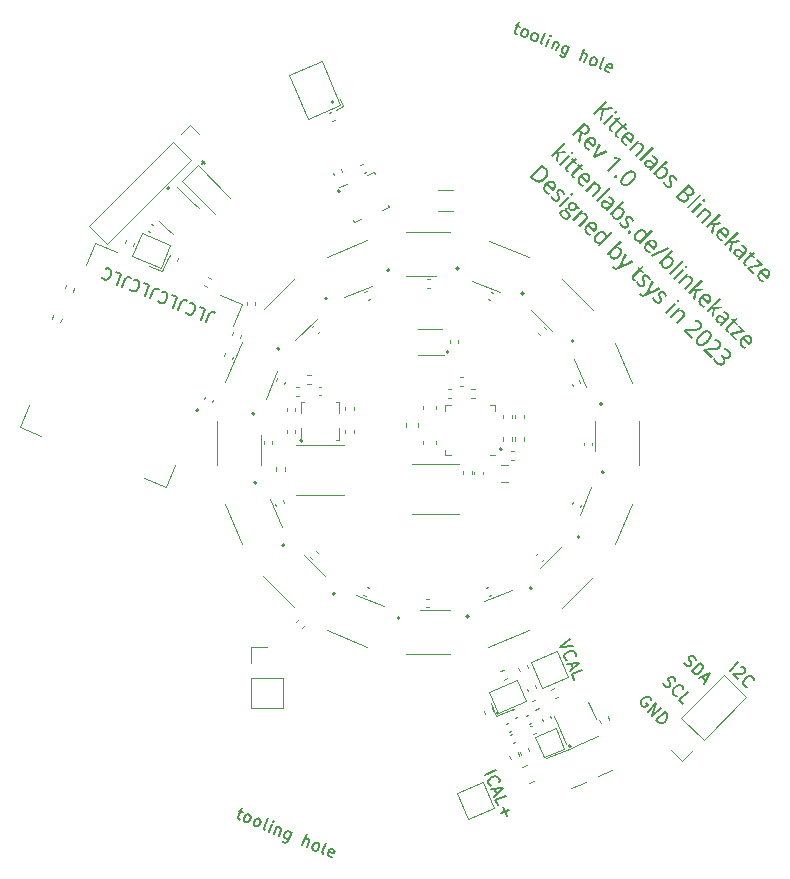
<source format=gto>
%TF.GenerationSoftware,KiCad,Pcbnew,7.0.7*%
%TF.CreationDate,2023-09-11T21:54:18+02:00*%
%TF.ProjectId,blinkekatze,626c696e-6b65-46b6-9174-7a652e6b6963,rev?*%
%TF.SameCoordinates,Original*%
%TF.FileFunction,Legend,Top*%
%TF.FilePolarity,Positive*%
%FSLAX46Y46*%
G04 Gerber Fmt 4.6, Leading zero omitted, Abs format (unit mm)*
G04 Created by KiCad (PCBNEW 7.0.7) date 2023-09-11 21:54:18*
%MOMM*%
%LPD*%
G01*
G04 APERTURE LIST*
%ADD10C,0.150000*%
%ADD11C,0.200500*%
%ADD12C,0.120000*%
%ADD13C,0.204999*%
%ADD14C,0.205000*%
%ADD15C,0.100000*%
G04 APERTURE END LIST*
D10*
X125530923Y-119265335D02*
X126238030Y-118558228D01*
X126473732Y-118928617D02*
X126541076Y-118928617D01*
X126541076Y-118928617D02*
X126642091Y-118962289D01*
X126642091Y-118962289D02*
X126810450Y-119130647D01*
X126810450Y-119130647D02*
X126844121Y-119231663D01*
X126844121Y-119231663D02*
X126844121Y-119299006D01*
X126844121Y-119299006D02*
X126810450Y-119400021D01*
X126810450Y-119400021D02*
X126743106Y-119467365D01*
X126743106Y-119467365D02*
X126608419Y-119534708D01*
X126608419Y-119534708D02*
X125800297Y-119534708D01*
X125800297Y-119534708D02*
X126238030Y-119972441D01*
X127012480Y-120612204D02*
X126945137Y-120612204D01*
X126945137Y-120612204D02*
X126810450Y-120544861D01*
X126810450Y-120544861D02*
X126743106Y-120477517D01*
X126743106Y-120477517D02*
X126675763Y-120342830D01*
X126675763Y-120342830D02*
X126675763Y-120208143D01*
X126675763Y-120208143D02*
X126709434Y-120107128D01*
X126709434Y-120107128D02*
X126810450Y-119938769D01*
X126810450Y-119938769D02*
X126911465Y-119837754D01*
X126911465Y-119837754D02*
X127079824Y-119736739D01*
X127079824Y-119736739D02*
X127180839Y-119703067D01*
X127180839Y-119703067D02*
X127315526Y-119703067D01*
X127315526Y-119703067D02*
X127450213Y-119770411D01*
X127450213Y-119770411D02*
X127517557Y-119837754D01*
X127517557Y-119837754D02*
X127584900Y-119972441D01*
X127584900Y-119972441D02*
X127584900Y-120039785D01*
X118909405Y-121710946D02*
X118875733Y-121609931D01*
X118875733Y-121609931D02*
X118774718Y-121508915D01*
X118774718Y-121508915D02*
X118640031Y-121441572D01*
X118640031Y-121441572D02*
X118505344Y-121441572D01*
X118505344Y-121441572D02*
X118404328Y-121475244D01*
X118404328Y-121475244D02*
X118235970Y-121576259D01*
X118235970Y-121576259D02*
X118134954Y-121677274D01*
X118134954Y-121677274D02*
X118033939Y-121845633D01*
X118033939Y-121845633D02*
X118000267Y-121946648D01*
X118000267Y-121946648D02*
X118000267Y-122081335D01*
X118000267Y-122081335D02*
X118067611Y-122216022D01*
X118067611Y-122216022D02*
X118134954Y-122283366D01*
X118134954Y-122283366D02*
X118269641Y-122350709D01*
X118269641Y-122350709D02*
X118336985Y-122350709D01*
X118336985Y-122350709D02*
X118572687Y-122115007D01*
X118572687Y-122115007D02*
X118438000Y-121980320D01*
X118572687Y-122721098D02*
X119279794Y-122013992D01*
X119279794Y-122013992D02*
X118976748Y-123125160D01*
X118976748Y-123125160D02*
X119683855Y-122418053D01*
X119313466Y-123461877D02*
X120020572Y-122754770D01*
X120020572Y-122754770D02*
X120188931Y-122923129D01*
X120188931Y-122923129D02*
X120256275Y-123057816D01*
X120256275Y-123057816D02*
X120256275Y-123192503D01*
X120256275Y-123192503D02*
X120222603Y-123293518D01*
X120222603Y-123293518D02*
X120121588Y-123461877D01*
X120121588Y-123461877D02*
X120020572Y-123562892D01*
X120020572Y-123562892D02*
X119852214Y-123663907D01*
X119852214Y-123663907D02*
X119751198Y-123697579D01*
X119751198Y-123697579D02*
X119616511Y-123697579D01*
X119616511Y-123697579D02*
X119481824Y-123630236D01*
X119481824Y-123630236D02*
X119313466Y-123461877D01*
X119896411Y-120319879D02*
X119963754Y-120454566D01*
X119963754Y-120454566D02*
X120132113Y-120622924D01*
X120132113Y-120622924D02*
X120233128Y-120656596D01*
X120233128Y-120656596D02*
X120300472Y-120656596D01*
X120300472Y-120656596D02*
X120401487Y-120622924D01*
X120401487Y-120622924D02*
X120468831Y-120555581D01*
X120468831Y-120555581D02*
X120502502Y-120454566D01*
X120502502Y-120454566D02*
X120502502Y-120387222D01*
X120502502Y-120387222D02*
X120468831Y-120286207D01*
X120468831Y-120286207D02*
X120367815Y-120117848D01*
X120367815Y-120117848D02*
X120334144Y-120016833D01*
X120334144Y-120016833D02*
X120334144Y-119949489D01*
X120334144Y-119949489D02*
X120367815Y-119848474D01*
X120367815Y-119848474D02*
X120435159Y-119781130D01*
X120435159Y-119781130D02*
X120536174Y-119747459D01*
X120536174Y-119747459D02*
X120603518Y-119747459D01*
X120603518Y-119747459D02*
X120704533Y-119781130D01*
X120704533Y-119781130D02*
X120872892Y-119949489D01*
X120872892Y-119949489D02*
X120940235Y-120084176D01*
X121041250Y-121397375D02*
X120973907Y-121397375D01*
X120973907Y-121397375D02*
X120839220Y-121330031D01*
X120839220Y-121330031D02*
X120771876Y-121262688D01*
X120771876Y-121262688D02*
X120704533Y-121128001D01*
X120704533Y-121128001D02*
X120704533Y-120993314D01*
X120704533Y-120993314D02*
X120738205Y-120892298D01*
X120738205Y-120892298D02*
X120839220Y-120723940D01*
X120839220Y-120723940D02*
X120940235Y-120622924D01*
X120940235Y-120622924D02*
X121108594Y-120521909D01*
X121108594Y-120521909D02*
X121209609Y-120488237D01*
X121209609Y-120488237D02*
X121344296Y-120488237D01*
X121344296Y-120488237D02*
X121478983Y-120555581D01*
X121478983Y-120555581D02*
X121546327Y-120622924D01*
X121546327Y-120622924D02*
X121613670Y-120757611D01*
X121613670Y-120757611D02*
X121613670Y-120824955D01*
X121613670Y-122104481D02*
X121276953Y-121767764D01*
X121276953Y-121767764D02*
X121984059Y-121060657D01*
X121640739Y-118559007D02*
X121708083Y-118693694D01*
X121708083Y-118693694D02*
X121876441Y-118862053D01*
X121876441Y-118862053D02*
X121977457Y-118895724D01*
X121977457Y-118895724D02*
X122044800Y-118895724D01*
X122044800Y-118895724D02*
X122145815Y-118862053D01*
X122145815Y-118862053D02*
X122213159Y-118794709D01*
X122213159Y-118794709D02*
X122246831Y-118693694D01*
X122246831Y-118693694D02*
X122246831Y-118626350D01*
X122246831Y-118626350D02*
X122213159Y-118525335D01*
X122213159Y-118525335D02*
X122112144Y-118356976D01*
X122112144Y-118356976D02*
X122078472Y-118255961D01*
X122078472Y-118255961D02*
X122078472Y-118188618D01*
X122078472Y-118188618D02*
X122112144Y-118087602D01*
X122112144Y-118087602D02*
X122179487Y-118020259D01*
X122179487Y-118020259D02*
X122280502Y-117986587D01*
X122280502Y-117986587D02*
X122347846Y-117986587D01*
X122347846Y-117986587D02*
X122448861Y-118020259D01*
X122448861Y-118020259D02*
X122617220Y-118188618D01*
X122617220Y-118188618D02*
X122684563Y-118323305D01*
X122314174Y-119299785D02*
X123021281Y-118592679D01*
X123021281Y-118592679D02*
X123189640Y-118761037D01*
X123189640Y-118761037D02*
X123256983Y-118895724D01*
X123256983Y-118895724D02*
X123256983Y-119030411D01*
X123256983Y-119030411D02*
X123223311Y-119131427D01*
X123223311Y-119131427D02*
X123122296Y-119299785D01*
X123122296Y-119299785D02*
X123021281Y-119400801D01*
X123021281Y-119400801D02*
X122852922Y-119501816D01*
X122852922Y-119501816D02*
X122751907Y-119535488D01*
X122751907Y-119535488D02*
X122617220Y-119535488D01*
X122617220Y-119535488D02*
X122482533Y-119468144D01*
X122482533Y-119468144D02*
X122314174Y-119299785D01*
X123189640Y-119771190D02*
X123526357Y-120107907D01*
X122920266Y-119905877D02*
X123863075Y-119434472D01*
X123863075Y-119434472D02*
X123391670Y-120377281D01*
D11*
X92000250Y-71100000D02*
G75*
G03*
X92000250Y-71100000I-100250J0D01*
G01*
X89350250Y-99800000D02*
G75*
G03*
X89350250Y-99800000I-100250J0D01*
G01*
D10*
X80817157Y-76382842D02*
X81100000Y-76100000D01*
D11*
X112100250Y-125650000D02*
G75*
G03*
X112100250Y-125650000I-100250J0D01*
G01*
X105984183Y-122822604D02*
G75*
G03*
X105984183Y-122822604I-100250J0D01*
G01*
X92525250Y-78675000D02*
G75*
G03*
X92525250Y-78675000I-100250J0D01*
G01*
X101750250Y-92275000D02*
G75*
G03*
X101750250Y-92275000I-100250J0D01*
G01*
X78100250Y-78400000D02*
G75*
G03*
X78100250Y-78400000I-100250J0D01*
G01*
X80550250Y-97200000D02*
G75*
G03*
X80550250Y-97200000I-100250J0D01*
G01*
D10*
X81100000Y-76382843D02*
X80817157Y-76100000D01*
D11*
X106250250Y-100500000D02*
G75*
G03*
X106250250Y-100500000I-100250J0D01*
G01*
D10*
G36*
X114665258Y-72788180D02*
G01*
X114511378Y-72634299D01*
X114689610Y-71799094D01*
X114505678Y-71780442D01*
X114081599Y-72204521D01*
X113946112Y-72069033D01*
X115007216Y-71007929D01*
X115142704Y-71143417D01*
X114612151Y-71673969D01*
X114822248Y-71640032D01*
X115560047Y-71560760D01*
X115712374Y-71713087D01*
X114871210Y-71796762D01*
X114665258Y-72788180D01*
G37*
G36*
X114919395Y-73042317D02*
G01*
X114786757Y-72909678D01*
X115582585Y-72113850D01*
X115715223Y-72246488D01*
X114919395Y-73042317D01*
G37*
G36*
X115788278Y-71887951D02*
G01*
X115799130Y-71877795D01*
X115812615Y-71867138D01*
X115826012Y-71858745D01*
X115841972Y-71851663D01*
X115857804Y-71847841D01*
X115873508Y-71847279D01*
X115888918Y-71849307D01*
X115903672Y-71853448D01*
X115917771Y-71859702D01*
X115931213Y-71868068D01*
X115944000Y-71878548D01*
X115948117Y-71882511D01*
X115958394Y-71893890D01*
X115967141Y-71905943D01*
X115973764Y-71917484D01*
X115979605Y-71931922D01*
X115982750Y-71946871D01*
X115983349Y-71957120D01*
X115982353Y-71972809D01*
X115979008Y-71987447D01*
X115974541Y-71999605D01*
X115967498Y-72013206D01*
X115959082Y-72025447D01*
X115948700Y-72037687D01*
X115943454Y-72043127D01*
X115930295Y-72055161D01*
X115917047Y-72065031D01*
X115903711Y-72072738D01*
X115887591Y-72079132D01*
X115871343Y-72082410D01*
X115857705Y-72082763D01*
X115841874Y-72080842D01*
X115826825Y-72076825D01*
X115812559Y-72070714D01*
X115799077Y-72062508D01*
X115786378Y-72052207D01*
X115782319Y-72048308D01*
X115771154Y-72035722D01*
X115762137Y-72022443D01*
X115755270Y-72008472D01*
X115750552Y-71993809D01*
X115747984Y-71978454D01*
X115747606Y-71973181D01*
X115748483Y-71957161D01*
X115752475Y-71941159D01*
X115759582Y-71925176D01*
X115767884Y-71911870D01*
X115778348Y-71898577D01*
X115788278Y-71887951D01*
G37*
G36*
X115505645Y-73441526D02*
G01*
X115516939Y-73452392D01*
X115528730Y-73463030D01*
X115536214Y-73469504D01*
X115548589Y-73479620D01*
X115560781Y-73489307D01*
X115571705Y-73497742D01*
X115584625Y-73507019D01*
X115596963Y-73515422D01*
X115604864Y-73520539D01*
X115617353Y-73528239D01*
X115629475Y-73534787D01*
X115527665Y-73636597D01*
X115513468Y-73630658D01*
X115499415Y-73623762D01*
X115494764Y-73621313D01*
X115481518Y-73613877D01*
X115467782Y-73605461D01*
X115454869Y-73596961D01*
X115441916Y-73587914D01*
X115428963Y-73578260D01*
X115417306Y-73569053D01*
X115413420Y-73565874D01*
X115401967Y-73556175D01*
X115390924Y-73546311D01*
X115379135Y-73535159D01*
X115374561Y-73530642D01*
X115363515Y-73519231D01*
X115353043Y-73507667D01*
X115343146Y-73495948D01*
X115333824Y-73484076D01*
X115325077Y-73472050D01*
X115316904Y-73459870D01*
X115307497Y-73444429D01*
X115302284Y-73435049D01*
X115294535Y-73419192D01*
X115288127Y-73403031D01*
X115283059Y-73386567D01*
X115279333Y-73369799D01*
X115276947Y-73352727D01*
X115275902Y-73335352D01*
X115275860Y-73328317D01*
X115276806Y-73310467D01*
X115278692Y-73295894D01*
X115281582Y-73281063D01*
X115285476Y-73265973D01*
X115290374Y-73250624D01*
X115296276Y-73235016D01*
X115303181Y-73219148D01*
X115309019Y-73207078D01*
X115317823Y-73190745D01*
X115327914Y-73174129D01*
X115336327Y-73161481D01*
X115345464Y-73148673D01*
X115355326Y-73135706D01*
X115365911Y-73122580D01*
X115377220Y-73109295D01*
X115389254Y-73095850D01*
X115402011Y-73082245D01*
X115415492Y-73068481D01*
X115881021Y-72602953D01*
X115768071Y-72490003D01*
X115824805Y-72433270D01*
X115992416Y-72491558D01*
X116216761Y-72380681D01*
X116293183Y-72457103D01*
X116109510Y-72640776D01*
X116310799Y-72842064D01*
X116215465Y-72937398D01*
X116014177Y-72736109D01*
X115549426Y-73200860D01*
X115536673Y-73214014D01*
X115524935Y-73226953D01*
X115514214Y-73239679D01*
X115504507Y-73252190D01*
X115495816Y-73264488D01*
X115485808Y-73280552D01*
X115477605Y-73296235D01*
X115471208Y-73311537D01*
X115466616Y-73326460D01*
X115465750Y-73330131D01*
X115463596Y-73344735D01*
X115463773Y-73362717D01*
X115467138Y-73380396D01*
X115472125Y-73394321D01*
X115479152Y-73408051D01*
X115488219Y-73421586D01*
X115499326Y-73434928D01*
X115505645Y-73441526D01*
G37*
G36*
X116022726Y-73958607D02*
G01*
X116034020Y-73969473D01*
X116045811Y-73980111D01*
X116053295Y-73986585D01*
X116065670Y-73996701D01*
X116077862Y-74006388D01*
X116088786Y-74014823D01*
X116101706Y-74024100D01*
X116114044Y-74032503D01*
X116121945Y-74037620D01*
X116134434Y-74045320D01*
X116146556Y-74051868D01*
X116044746Y-74153678D01*
X116030549Y-74147739D01*
X116016496Y-74140843D01*
X116011845Y-74138394D01*
X115998599Y-74130958D01*
X115984863Y-74122543D01*
X115971950Y-74114042D01*
X115958997Y-74104995D01*
X115946044Y-74095341D01*
X115934387Y-74086134D01*
X115930501Y-74082955D01*
X115919048Y-74073256D01*
X115908005Y-74063392D01*
X115896216Y-74052241D01*
X115891642Y-74047723D01*
X115880596Y-74036312D01*
X115870124Y-74024748D01*
X115860227Y-74013030D01*
X115850905Y-74001157D01*
X115842158Y-73989131D01*
X115833985Y-73976952D01*
X115824578Y-73961511D01*
X115819365Y-73952131D01*
X115811616Y-73936273D01*
X115805208Y-73920112D01*
X115800140Y-73903648D01*
X115796414Y-73886880D01*
X115794028Y-73869809D01*
X115792983Y-73852433D01*
X115792941Y-73845398D01*
X115793887Y-73827548D01*
X115795773Y-73812976D01*
X115798663Y-73798144D01*
X115802557Y-73783054D01*
X115807455Y-73767705D01*
X115813357Y-73752097D01*
X115820262Y-73736229D01*
X115826100Y-73724159D01*
X115834904Y-73707826D01*
X115844995Y-73691210D01*
X115853408Y-73678562D01*
X115862546Y-73665754D01*
X115872407Y-73652787D01*
X115882992Y-73639661D01*
X115894301Y-73626376D01*
X115906335Y-73612931D01*
X115919092Y-73599326D01*
X115932573Y-73585563D01*
X116398102Y-73120034D01*
X116285152Y-73007085D01*
X116341886Y-72950351D01*
X116509497Y-73008639D01*
X116733842Y-72897762D01*
X116810264Y-72974184D01*
X116626592Y-73157857D01*
X116827880Y-73359145D01*
X116732547Y-73454479D01*
X116531258Y-73253190D01*
X116066507Y-73717941D01*
X116053754Y-73731095D01*
X116042017Y-73744035D01*
X116031295Y-73756760D01*
X116021588Y-73769272D01*
X116012898Y-73781569D01*
X116002889Y-73797633D01*
X115994686Y-73813316D01*
X115988289Y-73828618D01*
X115983697Y-73843541D01*
X115982831Y-73847212D01*
X115980677Y-73861816D01*
X115980854Y-73879799D01*
X115984219Y-73897477D01*
X115989206Y-73911402D01*
X115996233Y-73925132D01*
X116005300Y-73938668D01*
X116016407Y-73952009D01*
X116022726Y-73958607D01*
G37*
G36*
X117010861Y-73656994D02*
G01*
X117028553Y-73658425D01*
X117046085Y-73660616D01*
X117063459Y-73663567D01*
X117080673Y-73667279D01*
X117097727Y-73671752D01*
X117114623Y-73676985D01*
X117125798Y-73680896D01*
X117142417Y-73687330D01*
X117158758Y-73694488D01*
X117174821Y-73702369D01*
X117190607Y-73710975D01*
X117206115Y-73720305D01*
X117221345Y-73730359D01*
X117236297Y-73741137D01*
X117250971Y-73752639D01*
X117265368Y-73764865D01*
X117279487Y-73777815D01*
X117288745Y-73786851D01*
X117301894Y-73800455D01*
X117314332Y-73814259D01*
X117326059Y-73828263D01*
X117337076Y-73842468D01*
X117347383Y-73856873D01*
X117356979Y-73871478D01*
X117365865Y-73886284D01*
X117374041Y-73901290D01*
X117381506Y-73916497D01*
X117388260Y-73931904D01*
X117392369Y-73942286D01*
X117397997Y-73958007D01*
X117402934Y-73973792D01*
X117407178Y-73989641D01*
X117410730Y-74005553D01*
X117413589Y-74021529D01*
X117415757Y-74037569D01*
X117417232Y-74053673D01*
X117418016Y-74069840D01*
X117418107Y-74086071D01*
X117417506Y-74102366D01*
X117416720Y-74113265D01*
X117415077Y-74129639D01*
X117412768Y-74146022D01*
X117409794Y-74162414D01*
X117406156Y-74178815D01*
X117401852Y-74195225D01*
X117396884Y-74211645D01*
X117391251Y-74228073D01*
X117384953Y-74244511D01*
X117377991Y-74260957D01*
X117370363Y-74277413D01*
X117364909Y-74288389D01*
X117356240Y-74304743D01*
X117346943Y-74320969D01*
X117337017Y-74337068D01*
X117326463Y-74353040D01*
X117315280Y-74368884D01*
X117303469Y-74384601D01*
X117291030Y-74400190D01*
X117277962Y-74415651D01*
X117264266Y-74430985D01*
X117249941Y-74446192D01*
X117240042Y-74456259D01*
X117157403Y-74538898D01*
X116653275Y-74034770D01*
X116636765Y-74052594D01*
X116621236Y-74070249D01*
X116606690Y-74087737D01*
X116593124Y-74105056D01*
X116580541Y-74122208D01*
X116568939Y-74139191D01*
X116558318Y-74156007D01*
X116548680Y-74172654D01*
X116540022Y-74189134D01*
X116532347Y-74205445D01*
X116525653Y-74221589D01*
X116519940Y-74237565D01*
X116515209Y-74253372D01*
X116511460Y-74269012D01*
X116508693Y-74284484D01*
X116506906Y-74299787D01*
X116506113Y-74314930D01*
X116506259Y-74329984D01*
X116507344Y-74344948D01*
X116509367Y-74359824D01*
X116512330Y-74374611D01*
X116516233Y-74389308D01*
X116521074Y-74403917D01*
X116526854Y-74418436D01*
X116533573Y-74432866D01*
X116541232Y-74447208D01*
X116549829Y-74461460D01*
X116559366Y-74475623D01*
X116569841Y-74489697D01*
X116581256Y-74503683D01*
X116593610Y-74517579D01*
X116606903Y-74531386D01*
X116618435Y-74542741D01*
X116629879Y-74553654D01*
X116641235Y-74564123D01*
X116652501Y-74574151D01*
X116663680Y-74583735D01*
X116676977Y-74594652D01*
X116679180Y-74596409D01*
X116692526Y-74606798D01*
X116705944Y-74616786D01*
X116719436Y-74626373D01*
X116733000Y-74635560D01*
X116746637Y-74644345D01*
X116751199Y-74647185D01*
X116764942Y-74655445D01*
X116778776Y-74663323D01*
X116792702Y-74670819D01*
X116806718Y-74677932D01*
X116820826Y-74684662D01*
X116825549Y-74686821D01*
X116840045Y-74693169D01*
X116854778Y-74699389D01*
X116869747Y-74705482D01*
X116884954Y-74711448D01*
X116900397Y-74717286D01*
X116905598Y-74719203D01*
X116787467Y-74837334D01*
X116771583Y-74831511D01*
X116755991Y-74825506D01*
X116740691Y-74819319D01*
X116725681Y-74812950D01*
X116710964Y-74806399D01*
X116706123Y-74804174D01*
X116691915Y-74797289D01*
X116677853Y-74790040D01*
X116663936Y-74782426D01*
X116650166Y-74774447D01*
X116636541Y-74766105D01*
X116632032Y-74763243D01*
X116618495Y-74754485D01*
X116605086Y-74745307D01*
X116591804Y-74735711D01*
X116578649Y-74725696D01*
X116565623Y-74715262D01*
X116561309Y-74711691D01*
X116548288Y-74700607D01*
X116537284Y-74690911D01*
X116526142Y-74680798D01*
X116514860Y-74670267D01*
X116503438Y-74659319D01*
X116491878Y-74647954D01*
X116489550Y-74645631D01*
X116474898Y-74630505D01*
X116460961Y-74615148D01*
X116447739Y-74599558D01*
X116435232Y-74583736D01*
X116423440Y-74567681D01*
X116412363Y-74551395D01*
X116402001Y-74534876D01*
X116392354Y-74518125D01*
X116383422Y-74501142D01*
X116375204Y-74483926D01*
X116370123Y-74472320D01*
X116363118Y-74454779D01*
X116356869Y-74437129D01*
X116351376Y-74419369D01*
X116346638Y-74401500D01*
X116342657Y-74383522D01*
X116339431Y-74365434D01*
X116336961Y-74347237D01*
X116335248Y-74328931D01*
X116334290Y-74310516D01*
X116334088Y-74291991D01*
X116334373Y-74279581D01*
X116335556Y-74260901D01*
X116337549Y-74242167D01*
X116340352Y-74223378D01*
X116343967Y-74204535D01*
X116348391Y-74185636D01*
X116353627Y-74166684D01*
X116359673Y-74147676D01*
X116366529Y-74128614D01*
X116374196Y-74109498D01*
X116382674Y-74090326D01*
X116388776Y-74077515D01*
X116398669Y-74058270D01*
X116409404Y-74039102D01*
X116417029Y-74026367D01*
X116425029Y-74013666D01*
X116433403Y-74001000D01*
X116442151Y-73988367D01*
X116451274Y-73975770D01*
X116460771Y-73963206D01*
X116470642Y-73950677D01*
X116480888Y-73938183D01*
X116489977Y-73927520D01*
X116766224Y-73927520D01*
X117124761Y-74286057D01*
X117136844Y-74273667D01*
X117148352Y-74261236D01*
X117159285Y-74248765D01*
X117169643Y-74236253D01*
X117179427Y-74223701D01*
X117188635Y-74211108D01*
X117197269Y-74198475D01*
X117205329Y-74185801D01*
X117212744Y-74173124D01*
X117221012Y-74157322D01*
X117228166Y-74141571D01*
X117234208Y-74125871D01*
X117239136Y-74110221D01*
X117242951Y-74094622D01*
X117244705Y-74085287D01*
X117246770Y-74069713D01*
X117247620Y-74054240D01*
X117247256Y-74038869D01*
X117245677Y-74023598D01*
X117242884Y-74008429D01*
X117238877Y-73993361D01*
X117236934Y-73987362D01*
X117231206Y-73972381D01*
X117224062Y-73957551D01*
X117215501Y-73942872D01*
X117205523Y-73928346D01*
X117194128Y-73913971D01*
X117183993Y-73902580D01*
X117175796Y-73894101D01*
X117160010Y-73879313D01*
X117143838Y-73866132D01*
X117127278Y-73854559D01*
X117110331Y-73844593D01*
X117092997Y-73836234D01*
X117075276Y-73829483D01*
X117057168Y-73824340D01*
X117038673Y-73820804D01*
X117019791Y-73818875D01*
X117000521Y-73818554D01*
X116987460Y-73819233D01*
X116967688Y-73821550D01*
X116947715Y-73825487D01*
X116927542Y-73831046D01*
X116907168Y-73838226D01*
X116893475Y-73843913D01*
X116879692Y-73850320D01*
X116865820Y-73857449D01*
X116851859Y-73865297D01*
X116837809Y-73873866D01*
X116823670Y-73883156D01*
X116809442Y-73893166D01*
X116795125Y-73903897D01*
X116780719Y-73915348D01*
X116766224Y-73927520D01*
X116489977Y-73927520D01*
X116491509Y-73925723D01*
X116502503Y-73913297D01*
X116513873Y-73900906D01*
X116525616Y-73888549D01*
X116537734Y-73876226D01*
X116550117Y-73864032D01*
X116562523Y-73852191D01*
X116574954Y-73840701D01*
X116587409Y-73829563D01*
X116599888Y-73818778D01*
X116612392Y-73808345D01*
X116624920Y-73798264D01*
X116637472Y-73788535D01*
X116650048Y-73779158D01*
X116662649Y-73770134D01*
X116675274Y-73761461D01*
X116687924Y-73753141D01*
X116700597Y-73745173D01*
X116713295Y-73737557D01*
X116732388Y-73726794D01*
X116738764Y-73723382D01*
X116757863Y-73713659D01*
X116776885Y-73704696D01*
X116795829Y-73696494D01*
X116814696Y-73689052D01*
X116833486Y-73682371D01*
X116852198Y-73676451D01*
X116870833Y-73671290D01*
X116889390Y-73666891D01*
X116907870Y-73663252D01*
X116926273Y-73660373D01*
X116938498Y-73658876D01*
X116956828Y-73657265D01*
X116974998Y-73656414D01*
X116993009Y-73656324D01*
X117010861Y-73656994D01*
G37*
G36*
X117484594Y-75607515D02*
G01*
X117998048Y-75094061D01*
X118009533Y-75082277D01*
X118020347Y-75070564D01*
X118030492Y-75058921D01*
X118039967Y-75047350D01*
X118052923Y-75030125D01*
X118064372Y-75013060D01*
X118074314Y-74996154D01*
X118082748Y-74979407D01*
X118089675Y-74962820D01*
X118095095Y-74946393D01*
X118099007Y-74930124D01*
X118101412Y-74914015D01*
X118102313Y-74898064D01*
X118101616Y-74882172D01*
X118099320Y-74866340D01*
X118095426Y-74850566D01*
X118089933Y-74834852D01*
X118082842Y-74819197D01*
X118074153Y-74803601D01*
X118063865Y-74788064D01*
X118051979Y-74772587D01*
X118038495Y-74757168D01*
X118028617Y-74746922D01*
X118017589Y-74736226D01*
X118006556Y-74726191D01*
X117991838Y-74713837D01*
X117977112Y-74702657D01*
X117962378Y-74692651D01*
X117947636Y-74683818D01*
X117932886Y-74676160D01*
X117918127Y-74669675D01*
X117910745Y-74666873D01*
X117895943Y-74662093D01*
X117881067Y-74658373D01*
X117866118Y-74655714D01*
X117851097Y-74654115D01*
X117836003Y-74653576D01*
X117820836Y-74654099D01*
X117805596Y-74655681D01*
X117790283Y-74658324D01*
X117774885Y-74661976D01*
X117759390Y-74666582D01*
X117743798Y-74672144D01*
X117728109Y-74678661D01*
X117712323Y-74686133D01*
X117696439Y-74694560D01*
X117680458Y-74703943D01*
X117664381Y-74714281D01*
X117652286Y-74722579D01*
X117640097Y-74731346D01*
X117627812Y-74740581D01*
X117615431Y-74750286D01*
X117602954Y-74760460D01*
X117590382Y-74771103D01*
X117577714Y-74782215D01*
X117564951Y-74793796D01*
X117552092Y-74805846D01*
X117539137Y-74818365D01*
X117530447Y-74826972D01*
X117117249Y-75240170D01*
X116984611Y-75107532D01*
X117780439Y-74311704D01*
X117888466Y-74419731D01*
X117801682Y-74544339D01*
X117808935Y-74551592D01*
X117824360Y-74547843D01*
X117839709Y-74544853D01*
X117854981Y-74542621D01*
X117870178Y-74541149D01*
X117885299Y-74540436D01*
X117900345Y-74540481D01*
X117906341Y-74540712D01*
X117921398Y-74541738D01*
X117936290Y-74543358D01*
X117951018Y-74545573D01*
X117965581Y-74548382D01*
X117979980Y-74551786D01*
X117994214Y-74555785D01*
X117999861Y-74557551D01*
X118013840Y-74562369D01*
X118027604Y-74567756D01*
X118041153Y-74573713D01*
X118054486Y-74580238D01*
X118067605Y-74587334D01*
X118080509Y-74594998D01*
X118085610Y-74598223D01*
X118098255Y-74606689D01*
X118110610Y-74615573D01*
X118122674Y-74624874D01*
X118134447Y-74634592D01*
X118145928Y-74644728D01*
X118157119Y-74655282D01*
X118161514Y-74659620D01*
X118177662Y-74676310D01*
X118192751Y-74693026D01*
X118206782Y-74709769D01*
X118219754Y-74726538D01*
X118231667Y-74743333D01*
X118242523Y-74760155D01*
X118252319Y-74777003D01*
X118261057Y-74793877D01*
X118268737Y-74810777D01*
X118275358Y-74827704D01*
X118280921Y-74844657D01*
X118285425Y-74861637D01*
X118288871Y-74878643D01*
X118291258Y-74895675D01*
X118292587Y-74912733D01*
X118292857Y-74929818D01*
X118292010Y-74946978D01*
X118289987Y-74964261D01*
X118286788Y-74981667D01*
X118282414Y-74999197D01*
X118276863Y-75016850D01*
X118270137Y-75034627D01*
X118262234Y-75052528D01*
X118253156Y-75070552D01*
X118242902Y-75088699D01*
X118231472Y-75106970D01*
X118218866Y-75125364D01*
X118205085Y-75143881D01*
X118190127Y-75162522D01*
X118173993Y-75181287D01*
X118156684Y-75200175D01*
X118138199Y-75219186D01*
X117617232Y-75740153D01*
X117484594Y-75607515D01*
G37*
G36*
X117990794Y-76113716D02*
G01*
X117858156Y-75981078D01*
X118985580Y-74853655D01*
X119118218Y-74986293D01*
X117990794Y-76113716D01*
G37*
G36*
X118998308Y-75625575D02*
G01*
X119013954Y-75630791D01*
X119029668Y-75636376D01*
X119045451Y-75642330D01*
X119061301Y-75648653D01*
X119077221Y-75655345D01*
X119093208Y-75662406D01*
X119109264Y-75669835D01*
X119125388Y-75677633D01*
X119141581Y-75685801D01*
X119152413Y-75691450D01*
X119168563Y-75700285D01*
X119184466Y-75709593D01*
X119200123Y-75719374D01*
X119215535Y-75729629D01*
X119230700Y-75740358D01*
X119245620Y-75751560D01*
X119260294Y-75763236D01*
X119274722Y-75775385D01*
X119288903Y-75788008D01*
X119302840Y-75801105D01*
X119311994Y-75810099D01*
X119325625Y-75823994D01*
X119338636Y-75837798D01*
X119351028Y-75851511D01*
X119362801Y-75865133D01*
X119373955Y-75878664D01*
X119384490Y-75892103D01*
X119394405Y-75905452D01*
X119403700Y-75918710D01*
X119412377Y-75931876D01*
X119420434Y-75944951D01*
X119425461Y-75953618D01*
X119432570Y-75966573D01*
X119441042Y-75983805D01*
X119448364Y-76000988D01*
X119454537Y-76018122D01*
X119459560Y-76035208D01*
X119463434Y-76052245D01*
X119466158Y-76069233D01*
X119467733Y-76086173D01*
X119467947Y-76090401D01*
X119468161Y-76107365D01*
X119467251Y-76124321D01*
X119465215Y-76141269D01*
X119462053Y-76158209D01*
X119457767Y-76175141D01*
X119452355Y-76192065D01*
X119445818Y-76208981D01*
X119438155Y-76225888D01*
X119429452Y-76242849D01*
X119422128Y-76255643D01*
X119414121Y-76268502D01*
X119405431Y-76281424D01*
X119396058Y-76294409D01*
X119386002Y-76307459D01*
X119375263Y-76320572D01*
X119363840Y-76333749D01*
X119351735Y-76346990D01*
X119338946Y-76360295D01*
X119334532Y-76364744D01*
X118788177Y-76911099D01*
X118692584Y-76815506D01*
X118774447Y-76679759D01*
X118768489Y-76673801D01*
X118750974Y-76676407D01*
X118733890Y-76678557D01*
X118717236Y-76680252D01*
X118701012Y-76681492D01*
X118685218Y-76682276D01*
X118669854Y-76682605D01*
X118663829Y-76682609D01*
X118649028Y-76682137D01*
X118631517Y-76680753D01*
X118614280Y-76678476D01*
X118597315Y-76675306D01*
X118580624Y-76671244D01*
X118572381Y-76668879D01*
X118556106Y-76663502D01*
X118539922Y-76657087D01*
X118526505Y-76650949D01*
X118513151Y-76644089D01*
X118499860Y-76636508D01*
X118486633Y-76628206D01*
X118473342Y-76619095D01*
X118459862Y-76609086D01*
X118446191Y-76598178D01*
X118432332Y-76586373D01*
X118421107Y-76576281D01*
X118409761Y-76565615D01*
X118398294Y-76554375D01*
X118386077Y-76541713D01*
X118374557Y-76528857D01*
X118363734Y-76515807D01*
X118353606Y-76502563D01*
X118344175Y-76489124D01*
X118335440Y-76475491D01*
X118327401Y-76461664D01*
X118320058Y-76447643D01*
X118313476Y-76433459D01*
X118307720Y-76419146D01*
X118302790Y-76404704D01*
X118298686Y-76390132D01*
X118295407Y-76375430D01*
X118292954Y-76360599D01*
X118292306Y-76354641D01*
X118480933Y-76354641D01*
X118482864Y-76371143D01*
X118486455Y-76387363D01*
X118491705Y-76403299D01*
X118498614Y-76418952D01*
X118507183Y-76434321D01*
X118517412Y-76449407D01*
X118529300Y-76464210D01*
X118539306Y-76475126D01*
X118542848Y-76478730D01*
X118554097Y-76489549D01*
X118565565Y-76499730D01*
X118577251Y-76509270D01*
X118589155Y-76518171D01*
X118601278Y-76526433D01*
X118616740Y-76535860D01*
X118632542Y-76544289D01*
X118638959Y-76547380D01*
X118655164Y-76554321D01*
X118671559Y-76560085D01*
X118688144Y-76564673D01*
X118704918Y-76568085D01*
X118721882Y-76570320D01*
X118739036Y-76571379D01*
X118745950Y-76571473D01*
X118763407Y-76570747D01*
X118780964Y-76568730D01*
X118798622Y-76565424D01*
X118816382Y-76560827D01*
X118830663Y-76556221D01*
X118845008Y-76550788D01*
X118859418Y-76544531D01*
X118873909Y-76537447D01*
X118888368Y-76529408D01*
X118902794Y-76520414D01*
X118917188Y-76510464D01*
X118931550Y-76499560D01*
X118945879Y-76487700D01*
X118960176Y-76474884D01*
X118970877Y-76464646D01*
X118974440Y-76461114D01*
X119045940Y-76389613D01*
X118936618Y-76290653D01*
X118923901Y-76279160D01*
X118911399Y-76268191D01*
X118899111Y-76257745D01*
X118887036Y-76247823D01*
X118875176Y-76238425D01*
X118859695Y-76226709D01*
X118844595Y-76215923D01*
X118829875Y-76206069D01*
X118815536Y-76197146D01*
X118812010Y-76195060D01*
X118798155Y-76187196D01*
X118784566Y-76180181D01*
X118771245Y-76174016D01*
X118754969Y-76167505D01*
X118739111Y-76162323D01*
X118723670Y-76158469D01*
X118708646Y-76155943D01*
X118691272Y-76154537D01*
X118674317Y-76154789D01*
X118657780Y-76156698D01*
X118641663Y-76160266D01*
X118625965Y-76165490D01*
X118620825Y-76167600D01*
X118605622Y-76174880D01*
X118590710Y-76183508D01*
X118578505Y-76191728D01*
X118566504Y-76200883D01*
X118554704Y-76210975D01*
X118543108Y-76222003D01*
X118531292Y-76234437D01*
X118520715Y-76246872D01*
X118511377Y-76259307D01*
X118503277Y-76271742D01*
X118494404Y-76288322D01*
X118487734Y-76304901D01*
X118483265Y-76321481D01*
X118480998Y-76338061D01*
X118480933Y-76354641D01*
X118292306Y-76354641D01*
X118291327Y-76345638D01*
X118290525Y-76330548D01*
X118290647Y-76315426D01*
X118291659Y-76300238D01*
X118293561Y-76284986D01*
X118296354Y-76269669D01*
X118300038Y-76254288D01*
X118304612Y-76238841D01*
X118310076Y-76223330D01*
X118316431Y-76207754D01*
X118323826Y-76192223D01*
X118332282Y-76176716D01*
X118341799Y-76161233D01*
X118352376Y-76145774D01*
X118364013Y-76130340D01*
X118373437Y-76118781D01*
X118383458Y-76107234D01*
X118394075Y-76095702D01*
X118405288Y-76084183D01*
X118420330Y-76069799D01*
X118435598Y-76056504D01*
X118451093Y-76044298D01*
X118466815Y-76033181D01*
X118482763Y-76023153D01*
X118498938Y-76014213D01*
X118515340Y-76006362D01*
X118531968Y-75999601D01*
X118548823Y-75993928D01*
X118565905Y-75989344D01*
X118583213Y-75985848D01*
X118600748Y-75983442D01*
X118618510Y-75982124D01*
X118636498Y-75981896D01*
X118654713Y-75982756D01*
X118673155Y-75984705D01*
X118691823Y-75987769D01*
X118710718Y-75991975D01*
X118729840Y-75997322D01*
X118749189Y-76003810D01*
X118768764Y-76011440D01*
X118788566Y-76020212D01*
X118808594Y-76030125D01*
X118828849Y-76041180D01*
X118849331Y-76053376D01*
X118870040Y-76066713D01*
X118890975Y-76081192D01*
X118912137Y-76096812D01*
X118933525Y-76113574D01*
X118955140Y-76131478D01*
X118976982Y-76150523D01*
X118987988Y-76160473D01*
X118999051Y-76170709D01*
X119138424Y-76299720D01*
X119188423Y-76249722D01*
X119200181Y-76237631D01*
X119211106Y-76225710D01*
X119221198Y-76213960D01*
X119230455Y-76202379D01*
X119240854Y-76188142D01*
X119249950Y-76174171D01*
X119257743Y-76160465D01*
X119259146Y-76157756D01*
X119265564Y-76144244D01*
X119271830Y-76128263D01*
X119276529Y-76112538D01*
X119279662Y-76097067D01*
X119281229Y-76081851D01*
X119281425Y-76074339D01*
X119280687Y-76059442D01*
X119278474Y-76044673D01*
X119274785Y-76030031D01*
X119269621Y-76015517D01*
X119262982Y-76001130D01*
X119260441Y-75996362D01*
X119252068Y-75982003D01*
X119242493Y-75967680D01*
X119233595Y-75955772D01*
X119223863Y-75943889D01*
X119213296Y-75932031D01*
X119201894Y-75920199D01*
X119190492Y-75909107D01*
X119178921Y-75898466D01*
X119167183Y-75888275D01*
X119155275Y-75878535D01*
X119143199Y-75869246D01*
X119130955Y-75860408D01*
X119118542Y-75852021D01*
X119105961Y-75844084D01*
X119093211Y-75836599D01*
X119080293Y-75829564D01*
X119071587Y-75825125D01*
X119054178Y-75816628D01*
X119036663Y-75808496D01*
X119019043Y-75800729D01*
X119001318Y-75793325D01*
X118983487Y-75786286D01*
X118965551Y-75779611D01*
X118947510Y-75773301D01*
X118929364Y-75767355D01*
X118982730Y-75620727D01*
X118998308Y-75625575D01*
G37*
G36*
X120289163Y-76157238D02*
G01*
X120017928Y-76428472D01*
X120006635Y-76439691D01*
X119994970Y-76451133D01*
X119982934Y-76462798D01*
X119972320Y-76472974D01*
X119963267Y-76481579D01*
X119952487Y-76491898D01*
X119940163Y-76503499D01*
X119928112Y-76514629D01*
X119916334Y-76525289D01*
X119908088Y-76532614D01*
X119896776Y-76542778D01*
X119885574Y-76552869D01*
X119874481Y-76562887D01*
X119863497Y-76572833D01*
X119852623Y-76582705D01*
X119849022Y-76585980D01*
X119854722Y-76591679D01*
X119870575Y-76588747D01*
X119886464Y-76586360D01*
X119902390Y-76584521D01*
X119918353Y-76583227D01*
X119934352Y-76582481D01*
X119939693Y-76582353D01*
X119955944Y-76582508D01*
X119972249Y-76583555D01*
X119988609Y-76585495D01*
X120005024Y-76588328D01*
X120021494Y-76592053D01*
X120026996Y-76593493D01*
X120043511Y-76598453D01*
X120060025Y-76604397D01*
X120073788Y-76610102D01*
X120087550Y-76616490D01*
X120101313Y-76623561D01*
X120115075Y-76631315D01*
X120128832Y-76639847D01*
X120142575Y-76649252D01*
X120156306Y-76659530D01*
X120170024Y-76670680D01*
X120183730Y-76682703D01*
X120194685Y-76692950D01*
X120202896Y-76701002D01*
X120215427Y-76713992D01*
X120227274Y-76727220D01*
X120238438Y-76740683D01*
X120248920Y-76754384D01*
X120258718Y-76768322D01*
X120267833Y-76782496D01*
X120276265Y-76796907D01*
X120284014Y-76811555D01*
X120291080Y-76826440D01*
X120297463Y-76841562D01*
X120301339Y-76851774D01*
X120306597Y-76867305D01*
X120311105Y-76883004D01*
X120314861Y-76898871D01*
X120317866Y-76914908D01*
X120320119Y-76931112D01*
X120321621Y-76947485D01*
X120322372Y-76964027D01*
X120322371Y-76980737D01*
X120321619Y-76997615D01*
X120320115Y-77014662D01*
X120318696Y-77026121D01*
X120315986Y-77043379D01*
X120312521Y-77060766D01*
X120308299Y-77078279D01*
X120303322Y-77095921D01*
X120297589Y-77113689D01*
X120291100Y-77131586D01*
X120283855Y-77149610D01*
X120275854Y-77167761D01*
X120267097Y-77186040D01*
X120257584Y-77204446D01*
X120250822Y-77216788D01*
X120240066Y-77235414D01*
X120228491Y-77254086D01*
X120220318Y-77266559D01*
X120211781Y-77279053D01*
X120202880Y-77291567D01*
X120193615Y-77304101D01*
X120183985Y-77316655D01*
X120173991Y-77329229D01*
X120163633Y-77341824D01*
X120152910Y-77354439D01*
X120141823Y-77367074D01*
X120130372Y-77379730D01*
X120118557Y-77392405D01*
X120106377Y-77405101D01*
X120093833Y-77417817D01*
X120080989Y-77430489D01*
X120068170Y-77442792D01*
X120055375Y-77454727D01*
X120042604Y-77466294D01*
X120029857Y-77477492D01*
X120017135Y-77488322D01*
X120004437Y-77498783D01*
X119991764Y-77508876D01*
X119979114Y-77518601D01*
X119966489Y-77527958D01*
X119953888Y-77536946D01*
X119941312Y-77545566D01*
X119928760Y-77553817D01*
X119916232Y-77561700D01*
X119897485Y-77572834D01*
X119891249Y-77576361D01*
X119872707Y-77586429D01*
X119854287Y-77595745D01*
X119835991Y-77604310D01*
X119817818Y-77612123D01*
X119799767Y-77619186D01*
X119781840Y-77625496D01*
X119764036Y-77631056D01*
X119746354Y-77635864D01*
X119728795Y-77639920D01*
X119711360Y-77643226D01*
X119699804Y-77645012D01*
X119682641Y-77647021D01*
X119665636Y-77648287D01*
X119648791Y-77648812D01*
X119632105Y-77648594D01*
X119615579Y-77647634D01*
X119599212Y-77645932D01*
X119583004Y-77643487D01*
X119566956Y-77640300D01*
X119551067Y-77636371D01*
X119535338Y-77631700D01*
X119524940Y-77628173D01*
X119509616Y-77622294D01*
X119494539Y-77615732D01*
X119479707Y-77608487D01*
X119465122Y-77600559D01*
X119450782Y-77591948D01*
X119436688Y-77582653D01*
X119422840Y-77572676D01*
X119409238Y-77562016D01*
X119395882Y-77550672D01*
X119382771Y-77538646D01*
X119374168Y-77530249D01*
X119363692Y-77519474D01*
X119353767Y-77508650D01*
X119342134Y-77495052D01*
X119331362Y-77481378D01*
X119321450Y-77467628D01*
X119312398Y-77453802D01*
X119305776Y-77442687D01*
X119298078Y-77428856D01*
X119291012Y-77415051D01*
X119284578Y-77401270D01*
X119278777Y-77387516D01*
X119273609Y-77373786D01*
X119268242Y-77357344D01*
X119267436Y-77354607D01*
X119263279Y-77338235D01*
X119259943Y-77321953D01*
X119257426Y-77305763D01*
X119255729Y-77289664D01*
X119254852Y-77273656D01*
X119254742Y-77268340D01*
X119254890Y-77252411D01*
X119255531Y-77236683D01*
X119256663Y-77221154D01*
X119257078Y-77217241D01*
X119370994Y-77217241D01*
X119372010Y-77232441D01*
X119374087Y-77247535D01*
X119377224Y-77262524D01*
X119381421Y-77277407D01*
X119386898Y-77292235D01*
X119393613Y-77307054D01*
X119401567Y-77321864D01*
X119410760Y-77336667D01*
X119421191Y-77351462D01*
X119432861Y-77366248D01*
X119445769Y-77381027D01*
X119456263Y-77392105D01*
X119459916Y-77395797D01*
X119472327Y-77407589D01*
X119484948Y-77418352D01*
X119497779Y-77428087D01*
X119510821Y-77436793D01*
X119524074Y-77444472D01*
X119537537Y-77451123D01*
X119551210Y-77456745D01*
X119572115Y-77463251D01*
X119593493Y-77467443D01*
X119615345Y-77469322D01*
X119630176Y-77469290D01*
X119645218Y-77468229D01*
X119660470Y-77466141D01*
X119675933Y-77463024D01*
X119683743Y-77461080D01*
X119699569Y-77456485D01*
X119715571Y-77450989D01*
X119731749Y-77444592D01*
X119748103Y-77437295D01*
X119764633Y-77429097D01*
X119781339Y-77419999D01*
X119798221Y-77410000D01*
X119815280Y-77399100D01*
X119832514Y-77387300D01*
X119849925Y-77374599D01*
X119867512Y-77360997D01*
X119885274Y-77346495D01*
X119903213Y-77331092D01*
X119921328Y-77314789D01*
X119939619Y-77297585D01*
X119958086Y-77279480D01*
X119976549Y-77260655D01*
X119994051Y-77242066D01*
X120010591Y-77223715D01*
X120026170Y-77205600D01*
X120040787Y-77187722D01*
X120054444Y-77170080D01*
X120067138Y-77152676D01*
X120078872Y-77135508D01*
X120089644Y-77118577D01*
X120099455Y-77101883D01*
X120108305Y-77085426D01*
X120116193Y-77069205D01*
X120123119Y-77053222D01*
X120129085Y-77037475D01*
X120134089Y-77021965D01*
X120138132Y-77006691D01*
X120141256Y-76991620D01*
X120143374Y-76976717D01*
X120144486Y-76961982D01*
X120144268Y-76940195D01*
X120141787Y-76918785D01*
X120137043Y-76897754D01*
X120130035Y-76877100D01*
X120124106Y-76863541D01*
X120117171Y-76850150D01*
X120109230Y-76836927D01*
X120100284Y-76823872D01*
X120090331Y-76810985D01*
X120079373Y-76798265D01*
X120067409Y-76785714D01*
X120056484Y-76775118D01*
X120045569Y-76765186D01*
X120031029Y-76752978D01*
X120016506Y-76741951D01*
X120001998Y-76732107D01*
X119987507Y-76723445D01*
X119973032Y-76715965D01*
X119958574Y-76709666D01*
X119951350Y-76706960D01*
X119936965Y-76702386D01*
X119922433Y-76698897D01*
X119907756Y-76696493D01*
X119892933Y-76695173D01*
X119877964Y-76694938D01*
X119862849Y-76695788D01*
X119847589Y-76697723D01*
X119832183Y-76700743D01*
X119816753Y-76704815D01*
X119801161Y-76709907D01*
X119785407Y-76716019D01*
X119769491Y-76723151D01*
X119753413Y-76731304D01*
X119737174Y-76740476D01*
X119720772Y-76750668D01*
X119708364Y-76758982D01*
X119704208Y-76761881D01*
X119691639Y-76770932D01*
X119678896Y-76780503D01*
X119665980Y-76790592D01*
X119652891Y-76801201D01*
X119639628Y-76812329D01*
X119626193Y-76823976D01*
X119612585Y-76836142D01*
X119598804Y-76848827D01*
X119584850Y-76862032D01*
X119570722Y-76875755D01*
X119561208Y-76885193D01*
X119547643Y-76898931D01*
X119534538Y-76912555D01*
X119521893Y-76926065D01*
X119509708Y-76939461D01*
X119497983Y-76952744D01*
X119486718Y-76965913D01*
X119475912Y-76978968D01*
X119465567Y-76991909D01*
X119455681Y-77004736D01*
X119446256Y-77017449D01*
X119440228Y-77025862D01*
X119431621Y-77038401D01*
X119423579Y-77050859D01*
X119413735Y-77067341D01*
X119404894Y-77083678D01*
X119397058Y-77099869D01*
X119390225Y-77115915D01*
X119384396Y-77131814D01*
X119379571Y-77147568D01*
X119377535Y-77155391D01*
X119374309Y-77171011D01*
X119372144Y-77186526D01*
X119371039Y-77201936D01*
X119370994Y-77217241D01*
X119257078Y-77217241D01*
X119258288Y-77205826D01*
X119260403Y-77190699D01*
X119261218Y-77185701D01*
X119252410Y-77176893D01*
X119126249Y-77249170D01*
X119029102Y-77152023D01*
X120156525Y-76024600D01*
X120289163Y-76157238D01*
G37*
G36*
X120594593Y-78282814D02*
G01*
X120583605Y-78293429D01*
X120572498Y-78303415D01*
X120557505Y-78315753D01*
X120542302Y-78326974D01*
X120526888Y-78337077D01*
X120511263Y-78346063D01*
X120495428Y-78353932D01*
X120479383Y-78360684D01*
X120471281Y-78363640D01*
X120455017Y-78368822D01*
X120438607Y-78372967D01*
X120422052Y-78376075D01*
X120405351Y-78378148D01*
X120388504Y-78379184D01*
X120371511Y-78379184D01*
X120354373Y-78378148D01*
X120337089Y-78376075D01*
X120319772Y-78373056D01*
X120302407Y-78369048D01*
X120284994Y-78364053D01*
X120267531Y-78358071D01*
X120250021Y-78351100D01*
X120232461Y-78343142D01*
X120219260Y-78336526D01*
X120206031Y-78329354D01*
X120197197Y-78324264D01*
X120183990Y-78316241D01*
X120170791Y-78307718D01*
X120157602Y-78298694D01*
X120144422Y-78289169D01*
X120131251Y-78279143D01*
X120118089Y-78268617D01*
X120104936Y-78257589D01*
X120091793Y-78246060D01*
X120078658Y-78234031D01*
X120065533Y-78221500D01*
X120056787Y-78212868D01*
X120042233Y-78198087D01*
X120028299Y-78183469D01*
X120014984Y-78169016D01*
X120002288Y-78154726D01*
X119990211Y-78140600D01*
X119978754Y-78126638D01*
X119967916Y-78112840D01*
X119957697Y-78099206D01*
X119948098Y-78085736D01*
X119939118Y-78072430D01*
X119933475Y-78063651D01*
X119925448Y-78050644D01*
X119917880Y-78037661D01*
X119910773Y-78024700D01*
X119902011Y-78007454D01*
X119894067Y-77990249D01*
X119886941Y-77973084D01*
X119880633Y-77955960D01*
X119875142Y-77938877D01*
X119871560Y-77926090D01*
X119993577Y-77804074D01*
X119998597Y-77819270D01*
X120004139Y-77834937D01*
X120009303Y-77848741D01*
X120014849Y-77862891D01*
X120020778Y-77877387D01*
X120027178Y-77891978D01*
X120033942Y-77906604D01*
X120041070Y-77921267D01*
X120048562Y-77935967D01*
X120056419Y-77950703D01*
X120059119Y-77955623D01*
X120067461Y-77970335D01*
X120076168Y-77984937D01*
X120085239Y-77999430D01*
X120094675Y-78013814D01*
X120104474Y-78028089D01*
X120107822Y-78032823D01*
X120118195Y-78046894D01*
X120128915Y-78060546D01*
X120139981Y-78073779D01*
X120151392Y-78086593D01*
X120163150Y-78098989D01*
X120167146Y-78103027D01*
X120178836Y-78114475D01*
X120190332Y-78125242D01*
X120201633Y-78135329D01*
X120215487Y-78146981D01*
X120229037Y-78157571D01*
X120242283Y-78167099D01*
X120255226Y-78175564D01*
X120267959Y-78182949D01*
X120282871Y-78190575D01*
X120297382Y-78196853D01*
X120311493Y-78201783D01*
X120327449Y-78205831D01*
X120331908Y-78206651D01*
X120347288Y-78208516D01*
X120362148Y-78208670D01*
X120378493Y-78206751D01*
X120394158Y-78202598D01*
X120397968Y-78201211D01*
X120413074Y-78194491D01*
X120425787Y-78187151D01*
X120438030Y-78178447D01*
X120449801Y-78168379D01*
X120454701Y-78163647D01*
X120465242Y-78152200D01*
X120474325Y-78140397D01*
X120482802Y-78126692D01*
X120488120Y-78115721D01*
X120493382Y-78100373D01*
X120496373Y-78085181D01*
X120497778Y-78068533D01*
X120497705Y-78052770D01*
X120496457Y-78035856D01*
X120494301Y-78020234D01*
X120491144Y-78003573D01*
X120487748Y-77988896D01*
X120483655Y-77973498D01*
X120480866Y-77963913D01*
X120475729Y-77947227D01*
X120471101Y-77933050D01*
X120466011Y-77918136D01*
X120460459Y-77902485D01*
X120454446Y-77886097D01*
X120447972Y-77868973D01*
X120441036Y-77851112D01*
X120435531Y-77837233D01*
X120430076Y-77823247D01*
X120424784Y-77809461D01*
X120417984Y-77791392D01*
X120411475Y-77773679D01*
X120405258Y-77756322D01*
X120399332Y-77739321D01*
X120393697Y-77722677D01*
X120388354Y-77706388D01*
X120385792Y-77698378D01*
X120381019Y-77682563D01*
X120376806Y-77666983D01*
X120373151Y-77651638D01*
X120370054Y-77636528D01*
X120367516Y-77621652D01*
X120365537Y-77607011D01*
X120363848Y-77589040D01*
X120363254Y-77578434D01*
X120363131Y-77561067D01*
X120364058Y-77543941D01*
X120366035Y-77527056D01*
X120369062Y-77510411D01*
X120373139Y-77494006D01*
X120378266Y-77477841D01*
X120380611Y-77471442D01*
X120387553Y-77455545D01*
X120395911Y-77439748D01*
X120403618Y-77427184D01*
X120412232Y-77414684D01*
X120421752Y-77402249D01*
X120432179Y-77389879D01*
X120443513Y-77377574D01*
X120449520Y-77371446D01*
X120462352Y-77359238D01*
X120475458Y-77348001D01*
X120488840Y-77337736D01*
X120502498Y-77328442D01*
X120516430Y-77320120D01*
X120530638Y-77312769D01*
X120545121Y-77306390D01*
X120559879Y-77300982D01*
X120574953Y-77296513D01*
X120590124Y-77292951D01*
X120605393Y-77290296D01*
X120620758Y-77288547D01*
X120636221Y-77287705D01*
X120651780Y-77287770D01*
X120667437Y-77288741D01*
X120683191Y-77290619D01*
X120699079Y-77293449D01*
X120715007Y-77297145D01*
X120730975Y-77301706D01*
X120746984Y-77307134D01*
X120763034Y-77313429D01*
X120779124Y-77320589D01*
X120795254Y-77328616D01*
X120811425Y-77337509D01*
X120827645Y-77347171D01*
X120843791Y-77357635D01*
X120855853Y-77366008D01*
X120867875Y-77374833D01*
X120879855Y-77384108D01*
X120891794Y-77393834D01*
X120903692Y-77404011D01*
X120915550Y-77414639D01*
X120927366Y-77425717D01*
X120939141Y-77437247D01*
X120952160Y-77450535D01*
X120964697Y-77463877D01*
X120976751Y-77477274D01*
X120988322Y-77490726D01*
X120999410Y-77504233D01*
X121010016Y-77517794D01*
X121020139Y-77531409D01*
X121029779Y-77545080D01*
X121038937Y-77558805D01*
X121047612Y-77572585D01*
X121053127Y-77581801D01*
X121061102Y-77595677D01*
X121068804Y-77609616D01*
X121076233Y-77623619D01*
X121083388Y-77637685D01*
X121090270Y-77651816D01*
X121096879Y-77666010D01*
X121103215Y-77680267D01*
X121109278Y-77694589D01*
X121115067Y-77708974D01*
X121120583Y-77723424D01*
X121124109Y-77733092D01*
X120971005Y-77794489D01*
X120964335Y-77777375D01*
X120957405Y-77760358D01*
X120950216Y-77743438D01*
X120942768Y-77726615D01*
X120935061Y-77709890D01*
X120927095Y-77693261D01*
X120918870Y-77676730D01*
X120910386Y-77660296D01*
X120901565Y-77644069D01*
X120892203Y-77628286D01*
X120882298Y-77612949D01*
X120871851Y-77598057D01*
X120860861Y-77583611D01*
X120849329Y-77569609D01*
X120837254Y-77556053D01*
X120824637Y-77542943D01*
X120810822Y-77529555D01*
X120797257Y-77517275D01*
X120783942Y-77506100D01*
X120770878Y-77496033D01*
X120758065Y-77487072D01*
X120745502Y-77479217D01*
X120729141Y-77470466D01*
X120713225Y-77463682D01*
X120697754Y-77458865D01*
X120690186Y-77457194D01*
X120675395Y-77455227D01*
X120657567Y-77455250D01*
X120640473Y-77458030D01*
X120624112Y-77463568D01*
X120608485Y-77471863D01*
X120596512Y-77480485D01*
X120585008Y-77490872D01*
X120574595Y-77502078D01*
X120564394Y-77515128D01*
X120556007Y-77528437D01*
X120549434Y-77542006D01*
X120548740Y-77543720D01*
X120544417Y-77558049D01*
X120541810Y-77573576D01*
X120540919Y-77590302D01*
X120541548Y-77605919D01*
X120541745Y-77608225D01*
X120544077Y-77625115D01*
X120547083Y-77640676D01*
X120551017Y-77657240D01*
X120555006Y-77671808D01*
X120559639Y-77687072D01*
X120562729Y-77696564D01*
X120568450Y-77713174D01*
X120573455Y-77727182D01*
X120578841Y-77741829D01*
X120584607Y-77757115D01*
X120590753Y-77773041D01*
X120597281Y-77789607D01*
X120604188Y-77806812D01*
X120609618Y-77820135D01*
X120615296Y-77833978D01*
X120620769Y-77847625D01*
X120627747Y-77865516D01*
X120634362Y-77883059D01*
X120640611Y-77900254D01*
X120646497Y-77917101D01*
X120652018Y-77933600D01*
X120657175Y-77949751D01*
X120659617Y-77957696D01*
X120664195Y-77973332D01*
X120668214Y-77988766D01*
X120671675Y-78003998D01*
X120674577Y-78019028D01*
X120676921Y-78033855D01*
X120678706Y-78048479D01*
X120680152Y-78066476D01*
X120680601Y-78077122D01*
X120680717Y-78094618D01*
X120679771Y-78111811D01*
X120677762Y-78128701D01*
X120674691Y-78145286D01*
X120670557Y-78161569D01*
X120665361Y-78177547D01*
X120662985Y-78183854D01*
X120656124Y-78199521D01*
X120647846Y-78215113D01*
X120638151Y-78230628D01*
X120629376Y-78242986D01*
X120619693Y-78255296D01*
X120609104Y-78267557D01*
X120597609Y-78279769D01*
X120594593Y-78282814D01*
G37*
G36*
X122323551Y-78324264D02*
G01*
X122335065Y-78335890D01*
X122346295Y-78347453D01*
X122357239Y-78358954D01*
X122367898Y-78370392D01*
X122378272Y-78381767D01*
X122388360Y-78393080D01*
X122398162Y-78404330D01*
X122407680Y-78415517D01*
X122421421Y-78432180D01*
X122434520Y-78448702D01*
X122446977Y-78465082D01*
X122458791Y-78481322D01*
X122469964Y-78497420D01*
X122473545Y-78502755D01*
X122483872Y-78518637D01*
X122493479Y-78534419D01*
X122502366Y-78550100D01*
X122510534Y-78565682D01*
X122517983Y-78581163D01*
X122524712Y-78596544D01*
X122530721Y-78611825D01*
X122536011Y-78627006D01*
X122540581Y-78642087D01*
X122544432Y-78657067D01*
X122546600Y-78666998D01*
X122549280Y-78681779D01*
X122551199Y-78696491D01*
X122552358Y-78711136D01*
X122552721Y-78730555D01*
X122551731Y-78749853D01*
X122549389Y-78769029D01*
X122545696Y-78788084D01*
X122542038Y-78802296D01*
X122537620Y-78816439D01*
X122535979Y-78821138D01*
X122530508Y-78835220D01*
X122524200Y-78849292D01*
X122517053Y-78863356D01*
X122509069Y-78877410D01*
X122500247Y-78891456D01*
X122490587Y-78905492D01*
X122480089Y-78919519D01*
X122468753Y-78933537D01*
X122456579Y-78947546D01*
X122443568Y-78961546D01*
X122434428Y-78970874D01*
X122423090Y-78981767D01*
X122411485Y-78992036D01*
X122399613Y-79001682D01*
X122387473Y-79010704D01*
X122375067Y-79019103D01*
X122362393Y-79026879D01*
X122349452Y-79034032D01*
X122336244Y-79040561D01*
X122319485Y-79047795D01*
X122302562Y-79053954D01*
X122285474Y-79059038D01*
X122268221Y-79063046D01*
X122250804Y-79065980D01*
X122233223Y-79067838D01*
X122226144Y-79068280D01*
X122208420Y-79068546D01*
X122190544Y-79067723D01*
X122172516Y-79065813D01*
X122157985Y-79063502D01*
X122143356Y-79060495D01*
X122128630Y-79056791D01*
X122113807Y-79052391D01*
X122110086Y-79051182D01*
X122095235Y-79045884D01*
X122080473Y-79039832D01*
X122065799Y-79033028D01*
X122051215Y-79025471D01*
X122036720Y-79017160D01*
X122022314Y-79008097D01*
X122007997Y-78998282D01*
X121993769Y-78987713D01*
X121986515Y-78994966D01*
X121996663Y-79009753D01*
X122006382Y-79024580D01*
X122015671Y-79039448D01*
X122024532Y-79054356D01*
X122032964Y-79069304D01*
X122040966Y-79084293D01*
X122048540Y-79099323D01*
X122055684Y-79114392D01*
X122062302Y-79129560D01*
X122068167Y-79144751D01*
X122073280Y-79159967D01*
X122077639Y-79175206D01*
X122081246Y-79190471D01*
X122084099Y-79205759D01*
X122086200Y-79221072D01*
X122087548Y-79236409D01*
X122088131Y-79251839D01*
X122087807Y-79267302D01*
X122086577Y-79282797D01*
X122084439Y-79298324D01*
X122081395Y-79313884D01*
X122077445Y-79329476D01*
X122072587Y-79345100D01*
X122066823Y-79360757D01*
X122060080Y-79376366D01*
X122052154Y-79391974D01*
X122043047Y-79407582D01*
X122032757Y-79423190D01*
X122021286Y-79438799D01*
X122011907Y-79450505D01*
X122001862Y-79462211D01*
X121991153Y-79473917D01*
X121979780Y-79485624D01*
X121966058Y-79498927D01*
X121952190Y-79511537D01*
X121938176Y-79523456D01*
X121924017Y-79534683D01*
X121909712Y-79545217D01*
X121895262Y-79555059D01*
X121880665Y-79564209D01*
X121865923Y-79572667D01*
X121851036Y-79580433D01*
X121836002Y-79587506D01*
X121825899Y-79591838D01*
X121810758Y-79597764D01*
X121795550Y-79603012D01*
X121780272Y-79607582D01*
X121764927Y-79611473D01*
X121749513Y-79614686D01*
X121734031Y-79617220D01*
X121718481Y-79619076D01*
X121702862Y-79620253D01*
X121687175Y-79620752D01*
X121671420Y-79620572D01*
X121660878Y-79620075D01*
X121645034Y-79618771D01*
X121629172Y-79616802D01*
X121613292Y-79614169D01*
X121597393Y-79610870D01*
X121581476Y-79606907D01*
X121565541Y-79602279D01*
X121549587Y-79596986D01*
X121533616Y-79591028D01*
X121517626Y-79584405D01*
X121501618Y-79577118D01*
X121490936Y-79571890D01*
X121475040Y-79563494D01*
X121459218Y-79554434D01*
X121443468Y-79544709D01*
X121427790Y-79534318D01*
X121412186Y-79523263D01*
X121396655Y-79511544D01*
X121381196Y-79499159D01*
X121365811Y-79486109D01*
X121350498Y-79472395D01*
X121335258Y-79458016D01*
X121325138Y-79448060D01*
X120991470Y-79114392D01*
X121223069Y-79114392D01*
X121416845Y-79308168D01*
X121428788Y-79319856D01*
X121440622Y-79330925D01*
X121452346Y-79341374D01*
X121463962Y-79351204D01*
X121475467Y-79360415D01*
X121490638Y-79371733D01*
X121505615Y-79381949D01*
X121520398Y-79391065D01*
X121534986Y-79399080D01*
X121538603Y-79400911D01*
X121553021Y-79407720D01*
X121567261Y-79413638D01*
X121581323Y-79418665D01*
X121598650Y-79423697D01*
X121615699Y-79427337D01*
X121632470Y-79429586D01*
X121648962Y-79430444D01*
X121665363Y-79429986D01*
X121681536Y-79428289D01*
X121697482Y-79425351D01*
X121713200Y-79421175D01*
X121728691Y-79415758D01*
X121743953Y-79409102D01*
X121749995Y-79406092D01*
X121764951Y-79397853D01*
X121779705Y-79388677D01*
X121794257Y-79378565D01*
X121808607Y-79367517D01*
X121819940Y-79358005D01*
X121831145Y-79347893D01*
X121842220Y-79337183D01*
X121854393Y-79324415D01*
X121865656Y-79311368D01*
X121876008Y-79298043D01*
X121885450Y-79284440D01*
X121893981Y-79270559D01*
X121901601Y-79256399D01*
X121904394Y-79250657D01*
X121910730Y-79236114D01*
X121915813Y-79221306D01*
X121919645Y-79206232D01*
X121922224Y-79190892D01*
X121923551Y-79175286D01*
X121923626Y-79159415D01*
X121923305Y-79152992D01*
X121921706Y-79136718D01*
X121918690Y-79120114D01*
X121914258Y-79103182D01*
X121908409Y-79085920D01*
X121902710Y-79071874D01*
X121896104Y-79057618D01*
X121888591Y-79043151D01*
X121880135Y-79028381D01*
X121870570Y-79013343D01*
X121859896Y-78998039D01*
X121848113Y-78982467D01*
X121838548Y-78970613D01*
X121828359Y-78958608D01*
X121817546Y-78946453D01*
X121806109Y-78934148D01*
X121794049Y-78921693D01*
X121789890Y-78917508D01*
X121604922Y-78732540D01*
X121223069Y-79114392D01*
X120991470Y-79114392D01*
X120971782Y-79094704D01*
X121449745Y-78616741D01*
X121720721Y-78616741D01*
X121898435Y-78794455D01*
X121909819Y-78805652D01*
X121921043Y-78816316D01*
X121932108Y-78826447D01*
X121946613Y-78839127D01*
X121960835Y-78850860D01*
X121974774Y-78861645D01*
X121988429Y-78871483D01*
X122001801Y-78880374D01*
X122011644Y-78886421D01*
X122024698Y-78893711D01*
X122040754Y-78901651D01*
X122056519Y-78908288D01*
X122071993Y-78913622D01*
X122087176Y-78917654D01*
X122102068Y-78920382D01*
X122110863Y-78921394D01*
X122128319Y-78922153D01*
X122145521Y-78921127D01*
X122162467Y-78918315D01*
X122179158Y-78913719D01*
X122192872Y-78908525D01*
X122201016Y-78904814D01*
X122214591Y-78897806D01*
X122228116Y-78889736D01*
X122241590Y-78880603D01*
X122255013Y-78870408D01*
X122268386Y-78859150D01*
X122281709Y-78846829D01*
X122287023Y-78841604D01*
X122297396Y-78830792D01*
X122311414Y-78814468D01*
X122323583Y-78798017D01*
X122333903Y-78781438D01*
X122342375Y-78764732D01*
X122348997Y-78747898D01*
X122353771Y-78730937D01*
X122356696Y-78713848D01*
X122357773Y-78696632D01*
X122357000Y-78679288D01*
X122354379Y-78661817D01*
X122350028Y-78644041D01*
X122343874Y-78625782D01*
X122335918Y-78607040D01*
X122326157Y-78587815D01*
X122318649Y-78574731D01*
X122310339Y-78561432D01*
X122301227Y-78547918D01*
X122291314Y-78534190D01*
X122280599Y-78520247D01*
X122269083Y-78506090D01*
X122256766Y-78491719D01*
X122243647Y-78477132D01*
X122229727Y-78462332D01*
X122215005Y-78447316D01*
X122052575Y-78284887D01*
X121720721Y-78616741D01*
X121449745Y-78616741D01*
X122032887Y-78033600D01*
X122323551Y-78324264D01*
G37*
G36*
X122008276Y-80131198D02*
G01*
X121875638Y-79998560D01*
X123003061Y-78871136D01*
X123135699Y-79003774D01*
X122008276Y-80131198D01*
G37*
G36*
X122391683Y-80514605D02*
G01*
X122259045Y-80381966D01*
X123054873Y-79586138D01*
X123187511Y-79718776D01*
X122391683Y-80514605D01*
G37*
G36*
X123260566Y-79360239D02*
G01*
X123271418Y-79350083D01*
X123284903Y-79339426D01*
X123298300Y-79331033D01*
X123314260Y-79323951D01*
X123330092Y-79320129D01*
X123345796Y-79319567D01*
X123361206Y-79321595D01*
X123375960Y-79325736D01*
X123390059Y-79331990D01*
X123403501Y-79340356D01*
X123416288Y-79350836D01*
X123420405Y-79354799D01*
X123430682Y-79366178D01*
X123439429Y-79378231D01*
X123446052Y-79389772D01*
X123451893Y-79404210D01*
X123455038Y-79419159D01*
X123455637Y-79429408D01*
X123454641Y-79445097D01*
X123451296Y-79459735D01*
X123446829Y-79471893D01*
X123439786Y-79485494D01*
X123431370Y-79497734D01*
X123420988Y-79509975D01*
X123415742Y-79515415D01*
X123402583Y-79527449D01*
X123389335Y-79537319D01*
X123375999Y-79545026D01*
X123359879Y-79551420D01*
X123343631Y-79554698D01*
X123329993Y-79555051D01*
X123314162Y-79553130D01*
X123299113Y-79549113D01*
X123284847Y-79543002D01*
X123271365Y-79534796D01*
X123258666Y-79524495D01*
X123254607Y-79520596D01*
X123243442Y-79508010D01*
X123234425Y-79494731D01*
X123227558Y-79480760D01*
X123222840Y-79466097D01*
X123220272Y-79450742D01*
X123219893Y-79445469D01*
X123220771Y-79429449D01*
X123224763Y-79413447D01*
X123231870Y-79397464D01*
X123240172Y-79384158D01*
X123250636Y-79370865D01*
X123260566Y-79360239D01*
G37*
G36*
X123142435Y-81265357D02*
G01*
X123655889Y-80751902D01*
X123667374Y-80740118D01*
X123678189Y-80728405D01*
X123688333Y-80716762D01*
X123697808Y-80705191D01*
X123710764Y-80687966D01*
X123722213Y-80670901D01*
X123732155Y-80653995D01*
X123740589Y-80637249D01*
X123747516Y-80620661D01*
X123752936Y-80604234D01*
X123756848Y-80587965D01*
X123759254Y-80571856D01*
X123760155Y-80555905D01*
X123759457Y-80540014D01*
X123757161Y-80524181D01*
X123753267Y-80508407D01*
X123747774Y-80492693D01*
X123740683Y-80477038D01*
X123731994Y-80461442D01*
X123721706Y-80445905D01*
X123709820Y-80430428D01*
X123696336Y-80415010D01*
X123686458Y-80404764D01*
X123675430Y-80394068D01*
X123664397Y-80384032D01*
X123649679Y-80371678D01*
X123634953Y-80360498D01*
X123620219Y-80350492D01*
X123605477Y-80341660D01*
X123590727Y-80334001D01*
X123575969Y-80327517D01*
X123568586Y-80324715D01*
X123553784Y-80319934D01*
X123538908Y-80316214D01*
X123523960Y-80313555D01*
X123508938Y-80311956D01*
X123493844Y-80311418D01*
X123478677Y-80311940D01*
X123463437Y-80313522D01*
X123448124Y-80316166D01*
X123432726Y-80319817D01*
X123417231Y-80324423D01*
X123401639Y-80329985D01*
X123385950Y-80336502D01*
X123370164Y-80343974D01*
X123354280Y-80352401D01*
X123338299Y-80361784D01*
X123322222Y-80372122D01*
X123310128Y-80380420D01*
X123297938Y-80389187D01*
X123285653Y-80398423D01*
X123273272Y-80408127D01*
X123260795Y-80418301D01*
X123248223Y-80428944D01*
X123235555Y-80440056D01*
X123222792Y-80451637D01*
X123209933Y-80463687D01*
X123196978Y-80476206D01*
X123188288Y-80484813D01*
X122775090Y-80898011D01*
X122642452Y-80765373D01*
X123438280Y-79969545D01*
X123546307Y-80077573D01*
X123459523Y-80202180D01*
X123466776Y-80209433D01*
X123482201Y-80205684D01*
X123497550Y-80202694D01*
X123512823Y-80200462D01*
X123528019Y-80198990D01*
X123543141Y-80198277D01*
X123558186Y-80198322D01*
X123564182Y-80198553D01*
X123579239Y-80199579D01*
X123594131Y-80201199D01*
X123608859Y-80203414D01*
X123623422Y-80206224D01*
X123637821Y-80209627D01*
X123652055Y-80213626D01*
X123657703Y-80215392D01*
X123671681Y-80220210D01*
X123685445Y-80225597D01*
X123698994Y-80231554D01*
X123712328Y-80238080D01*
X123725446Y-80245175D01*
X123738350Y-80252839D01*
X123743451Y-80256064D01*
X123756097Y-80264530D01*
X123768451Y-80273414D01*
X123780515Y-80282715D01*
X123792288Y-80292433D01*
X123803769Y-80302569D01*
X123814960Y-80313123D01*
X123819355Y-80317461D01*
X123835503Y-80334151D01*
X123850592Y-80350867D01*
X123864623Y-80367610D01*
X123877595Y-80384379D01*
X123889509Y-80401174D01*
X123900364Y-80417996D01*
X123910160Y-80434844D01*
X123918899Y-80451718D01*
X123926578Y-80468619D01*
X123933199Y-80485545D01*
X123938762Y-80502499D01*
X123943266Y-80519478D01*
X123946712Y-80536484D01*
X123949099Y-80553516D01*
X123950428Y-80570574D01*
X123950698Y-80587659D01*
X123949851Y-80604819D01*
X123947828Y-80622102D01*
X123944629Y-80639508D01*
X123940255Y-80657038D01*
X123934704Y-80674692D01*
X123927978Y-80692469D01*
X123920075Y-80710369D01*
X123910997Y-80728393D01*
X123900743Y-80746540D01*
X123889313Y-80764811D01*
X123876707Y-80783205D01*
X123862926Y-80801722D01*
X123847968Y-80820364D01*
X123831835Y-80839128D01*
X123814525Y-80858016D01*
X123796040Y-80877028D01*
X123275073Y-81397995D01*
X123142435Y-81265357D01*
G37*
G36*
X124049399Y-81350587D02*
G01*
X124271154Y-81325717D01*
X124746267Y-81277532D01*
X124899889Y-81431154D01*
X124263382Y-81483225D01*
X124123749Y-82246671D01*
X123971423Y-82094344D01*
X124091885Y-81484261D01*
X123953289Y-81464314D01*
X123647340Y-81770262D01*
X123515998Y-81638919D01*
X124643421Y-80511496D01*
X124774764Y-80642839D01*
X124257423Y-81160179D01*
X124046550Y-81347737D01*
X124049399Y-81350587D01*
G37*
G36*
X125073802Y-81719936D02*
G01*
X125091494Y-81721366D01*
X125109027Y-81723557D01*
X125126401Y-81726509D01*
X125143615Y-81730221D01*
X125160669Y-81734694D01*
X125177564Y-81739927D01*
X125188739Y-81743838D01*
X125205358Y-81750272D01*
X125221699Y-81757429D01*
X125237763Y-81765311D01*
X125253549Y-81773917D01*
X125269056Y-81783247D01*
X125284286Y-81793301D01*
X125299239Y-81804079D01*
X125313913Y-81815581D01*
X125328310Y-81827807D01*
X125342429Y-81840757D01*
X125351687Y-81849793D01*
X125364835Y-81863396D01*
X125377273Y-81877200D01*
X125389001Y-81891205D01*
X125400018Y-81905409D01*
X125410325Y-81919815D01*
X125419921Y-81934420D01*
X125428807Y-81949226D01*
X125436982Y-81964232D01*
X125444447Y-81979439D01*
X125451202Y-81994845D01*
X125455311Y-82005228D01*
X125460939Y-82020949D01*
X125465875Y-82036734D01*
X125470120Y-82052583D01*
X125473671Y-82068495D01*
X125476531Y-82084471D01*
X125478699Y-82100511D01*
X125480174Y-82116615D01*
X125480957Y-82132782D01*
X125481049Y-82149013D01*
X125480447Y-82165308D01*
X125479662Y-82176207D01*
X125478018Y-82192581D01*
X125475710Y-82208964D01*
X125472736Y-82225356D01*
X125469097Y-82241757D01*
X125464794Y-82258167D01*
X125459826Y-82274586D01*
X125454193Y-82291015D01*
X125447895Y-82307452D01*
X125440932Y-82323899D01*
X125433305Y-82340355D01*
X125427850Y-82351330D01*
X125419182Y-82367684D01*
X125409884Y-82383911D01*
X125399959Y-82400010D01*
X125389405Y-82415982D01*
X125378222Y-82431826D01*
X125366411Y-82447542D01*
X125353972Y-82463131D01*
X125340904Y-82478593D01*
X125327208Y-82493927D01*
X125312883Y-82509134D01*
X125302984Y-82519200D01*
X125220344Y-82601840D01*
X124716216Y-82097712D01*
X124699706Y-82115535D01*
X124684178Y-82133191D01*
X124669631Y-82150678D01*
X124656066Y-82167998D01*
X124643483Y-82185149D01*
X124631881Y-82202133D01*
X124621260Y-82218948D01*
X124611621Y-82235596D01*
X124602964Y-82252076D01*
X124595289Y-82268387D01*
X124588595Y-82284531D01*
X124582882Y-82300506D01*
X124578151Y-82316314D01*
X124574402Y-82331954D01*
X124571634Y-82347425D01*
X124569848Y-82362729D01*
X124569055Y-82377872D01*
X124569201Y-82392926D01*
X124570285Y-82407890D01*
X124572309Y-82422766D01*
X124575272Y-82437552D01*
X124579174Y-82452250D01*
X124584015Y-82466858D01*
X124589796Y-82481378D01*
X124596515Y-82495808D01*
X124604173Y-82510150D01*
X124612771Y-82524402D01*
X124622308Y-82538565D01*
X124632783Y-82552639D01*
X124644198Y-82566624D01*
X124656552Y-82580520D01*
X124669845Y-82594327D01*
X124681377Y-82605683D01*
X124692821Y-82616595D01*
X124704176Y-82627065D01*
X124715443Y-82637092D01*
X124726621Y-82646677D01*
X124739918Y-82657594D01*
X124742122Y-82659351D01*
X124755468Y-82669740D01*
X124768886Y-82679728D01*
X124782377Y-82689315D01*
X124795942Y-82698501D01*
X124809579Y-82707287D01*
X124814140Y-82710127D01*
X124827884Y-82718387D01*
X124841718Y-82726265D01*
X124855644Y-82733761D01*
X124869660Y-82740874D01*
X124883768Y-82747604D01*
X124888490Y-82749763D01*
X124902986Y-82756111D01*
X124917719Y-82762331D01*
X124932689Y-82768424D01*
X124947896Y-82774389D01*
X124963339Y-82780227D01*
X124968539Y-82782145D01*
X124850409Y-82900276D01*
X124834525Y-82894453D01*
X124818933Y-82888448D01*
X124803632Y-82882261D01*
X124788623Y-82875892D01*
X124773905Y-82869340D01*
X124769064Y-82867116D01*
X124754857Y-82860231D01*
X124740795Y-82852981D01*
X124726878Y-82845367D01*
X124713108Y-82837389D01*
X124699483Y-82829047D01*
X124694974Y-82826185D01*
X124681437Y-82817427D01*
X124668027Y-82808249D01*
X124654746Y-82798653D01*
X124641591Y-82788638D01*
X124628564Y-82778203D01*
X124624250Y-82774632D01*
X124611230Y-82763548D01*
X124600226Y-82753853D01*
X124589083Y-82743740D01*
X124577801Y-82733209D01*
X124566380Y-82722261D01*
X124554820Y-82710895D01*
X124552491Y-82708572D01*
X124537840Y-82693447D01*
X124523903Y-82678089D01*
X124510681Y-82662500D01*
X124498174Y-82646678D01*
X124486382Y-82630623D01*
X124475305Y-82614337D01*
X124464943Y-82597818D01*
X124455296Y-82581067D01*
X124446363Y-82564084D01*
X124438146Y-82546868D01*
X124433065Y-82535262D01*
X124426060Y-82517721D01*
X124419811Y-82500071D01*
X124414317Y-82482311D01*
X124409580Y-82464442D01*
X124405598Y-82446464D01*
X124402373Y-82428376D01*
X124399903Y-82410179D01*
X124398189Y-82391873D01*
X124397232Y-82373458D01*
X124397030Y-82354933D01*
X124397315Y-82342522D01*
X124398498Y-82323843D01*
X124400491Y-82305109D01*
X124403294Y-82286320D01*
X124406908Y-82267476D01*
X124411333Y-82248578D01*
X124416568Y-82229625D01*
X124422614Y-82210618D01*
X124429471Y-82191556D01*
X124437138Y-82172439D01*
X124445615Y-82153268D01*
X124451717Y-82140457D01*
X124461610Y-82121212D01*
X124472346Y-82102044D01*
X124479971Y-82089309D01*
X124487970Y-82076608D01*
X124496344Y-82063941D01*
X124505093Y-82051309D01*
X124514215Y-82038711D01*
X124523712Y-82026148D01*
X124533584Y-82013619D01*
X124543830Y-82001125D01*
X124552918Y-81990462D01*
X124829166Y-81990462D01*
X125187703Y-82348999D01*
X125199786Y-82336609D01*
X125211294Y-82324178D01*
X125222227Y-82311707D01*
X125232585Y-82299195D01*
X125242369Y-82286643D01*
X125251577Y-82274050D01*
X125260211Y-82261417D01*
X125268270Y-82248743D01*
X125275686Y-82236065D01*
X125283953Y-82220264D01*
X125291108Y-82204513D01*
X125297149Y-82188813D01*
X125302077Y-82173163D01*
X125305893Y-82157564D01*
X125307647Y-82148228D01*
X125309712Y-82132655D01*
X125310562Y-82117182D01*
X125310197Y-82101810D01*
X125308619Y-82086540D01*
X125305826Y-82071371D01*
X125301818Y-82056303D01*
X125299875Y-82050304D01*
X125294148Y-82035322D01*
X125287004Y-82020492D01*
X125278442Y-82005814D01*
X125268465Y-81991287D01*
X125257070Y-81976913D01*
X125246934Y-81965522D01*
X125238738Y-81957043D01*
X125222952Y-81942255D01*
X125206779Y-81929074D01*
X125190220Y-81917501D01*
X125173273Y-81907535D01*
X125155939Y-81899176D01*
X125138218Y-81892425D01*
X125120110Y-81887282D01*
X125101615Y-81883746D01*
X125082732Y-81881817D01*
X125063463Y-81881496D01*
X125050402Y-81882175D01*
X125030630Y-81884492D01*
X125010657Y-81888429D01*
X124990484Y-81893988D01*
X124970110Y-81901167D01*
X124956416Y-81906855D01*
X124942634Y-81913262D01*
X124928762Y-81920390D01*
X124914801Y-81928239D01*
X124900751Y-81936808D01*
X124886612Y-81946098D01*
X124872384Y-81956108D01*
X124858067Y-81966839D01*
X124843661Y-81978290D01*
X124829166Y-81990462D01*
X124552918Y-81990462D01*
X124554450Y-81988664D01*
X124565445Y-81976239D01*
X124576814Y-81963847D01*
X124588558Y-81951491D01*
X124600676Y-81939168D01*
X124613058Y-81926974D01*
X124625465Y-81915132D01*
X124637896Y-81903643D01*
X124650351Y-81892505D01*
X124662830Y-81881720D01*
X124675334Y-81871287D01*
X124687862Y-81861206D01*
X124700414Y-81851477D01*
X124712990Y-81842100D01*
X124725591Y-81833075D01*
X124738216Y-81824403D01*
X124750865Y-81816083D01*
X124763539Y-81808115D01*
X124776237Y-81800499D01*
X124795329Y-81789735D01*
X124801706Y-81786323D01*
X124820805Y-81776600D01*
X124839827Y-81767638D01*
X124858771Y-81759436D01*
X124877638Y-81751994D01*
X124896428Y-81745313D01*
X124915140Y-81739392D01*
X124933775Y-81734232D01*
X124952332Y-81729832D01*
X124970812Y-81726193D01*
X124989215Y-81723315D01*
X125001440Y-81721818D01*
X125019770Y-81720207D01*
X125037940Y-81719356D01*
X125055951Y-81719265D01*
X125073802Y-81719936D01*
G37*
G36*
X125580954Y-82882142D02*
G01*
X125802708Y-82857272D01*
X126277822Y-82809087D01*
X126431444Y-82962709D01*
X125794937Y-83014780D01*
X125655304Y-83778226D01*
X125502977Y-83625899D01*
X125623440Y-83015816D01*
X125484843Y-82995868D01*
X125178895Y-83301817D01*
X125047552Y-83170474D01*
X126174976Y-82043051D01*
X126306318Y-82174393D01*
X125788978Y-82691733D01*
X125578104Y-82879292D01*
X125580954Y-82882142D01*
G37*
G36*
X126541060Y-83168327D02*
G01*
X126556706Y-83173543D01*
X126572420Y-83179128D01*
X126588203Y-83185082D01*
X126604053Y-83191405D01*
X126619973Y-83198097D01*
X126635960Y-83205158D01*
X126652016Y-83212587D01*
X126668140Y-83220385D01*
X126684333Y-83228553D01*
X126695165Y-83234202D01*
X126711315Y-83243037D01*
X126727218Y-83252345D01*
X126742875Y-83262126D01*
X126758287Y-83272381D01*
X126773452Y-83283110D01*
X126788372Y-83294312D01*
X126803046Y-83305988D01*
X126817473Y-83318137D01*
X126831655Y-83330760D01*
X126845591Y-83343857D01*
X126854746Y-83352851D01*
X126868376Y-83366746D01*
X126881388Y-83380550D01*
X126893780Y-83394263D01*
X126905553Y-83407885D01*
X126916707Y-83421416D01*
X126927242Y-83434855D01*
X126937157Y-83448204D01*
X126946452Y-83461462D01*
X126955129Y-83474628D01*
X126963186Y-83487703D01*
X126968213Y-83496370D01*
X126975322Y-83509325D01*
X126983794Y-83526557D01*
X126991116Y-83543739D01*
X126997289Y-83560874D01*
X127002312Y-83577959D01*
X127006186Y-83594997D01*
X127008910Y-83611985D01*
X127010485Y-83628925D01*
X127010699Y-83633153D01*
X127010913Y-83650117D01*
X127010003Y-83667073D01*
X127007967Y-83684021D01*
X127004805Y-83700961D01*
X127000519Y-83717893D01*
X126995107Y-83734817D01*
X126988570Y-83751733D01*
X126980907Y-83768640D01*
X126972204Y-83785601D01*
X126964880Y-83798395D01*
X126956873Y-83811253D01*
X126948183Y-83824176D01*
X126938810Y-83837161D01*
X126928754Y-83850211D01*
X126918015Y-83863324D01*
X126906592Y-83876501D01*
X126894487Y-83889742D01*
X126881698Y-83903047D01*
X126877284Y-83907496D01*
X126330929Y-84453850D01*
X126235336Y-84358258D01*
X126317199Y-84222511D01*
X126311240Y-84216553D01*
X126293726Y-84219159D01*
X126276642Y-84221309D01*
X126259988Y-84223004D01*
X126243764Y-84224244D01*
X126227970Y-84225028D01*
X126212606Y-84225357D01*
X126206581Y-84225361D01*
X126191780Y-84224889D01*
X126174269Y-84223505D01*
X126157032Y-84221228D01*
X126140067Y-84218058D01*
X126123376Y-84213996D01*
X126115133Y-84211631D01*
X126098858Y-84206254D01*
X126082674Y-84199839D01*
X126069257Y-84193701D01*
X126055903Y-84186841D01*
X126042612Y-84179260D01*
X126029385Y-84170958D01*
X126016094Y-84161847D01*
X126002614Y-84151838D01*
X125988943Y-84140930D01*
X125975084Y-84129125D01*
X125963859Y-84119033D01*
X125952513Y-84108367D01*
X125941046Y-84097127D01*
X125928829Y-84084465D01*
X125917309Y-84071609D01*
X125906486Y-84058559D01*
X125896358Y-84045315D01*
X125886927Y-84031876D01*
X125878192Y-84018243D01*
X125870153Y-84004416D01*
X125862810Y-83990395D01*
X125856228Y-83976211D01*
X125850472Y-83961898D01*
X125845542Y-83947456D01*
X125841438Y-83932884D01*
X125838159Y-83918182D01*
X125835706Y-83903351D01*
X125835058Y-83897392D01*
X126023685Y-83897392D01*
X126025616Y-83913895D01*
X126029207Y-83930115D01*
X126034457Y-83946051D01*
X126041366Y-83961704D01*
X126049935Y-83977073D01*
X126060164Y-83992159D01*
X126072052Y-84006962D01*
X126082058Y-84017878D01*
X126085600Y-84021482D01*
X126096849Y-84032301D01*
X126108317Y-84042482D01*
X126120003Y-84052022D01*
X126131907Y-84060923D01*
X126144030Y-84069185D01*
X126159492Y-84078612D01*
X126175294Y-84087041D01*
X126181711Y-84090132D01*
X126197916Y-84097073D01*
X126214311Y-84102837D01*
X126230896Y-84107425D01*
X126247670Y-84110837D01*
X126264634Y-84113072D01*
X126281788Y-84114130D01*
X126288702Y-84114225D01*
X126306158Y-84113499D01*
X126323716Y-84111482D01*
X126341374Y-84108176D01*
X126359134Y-84103579D01*
X126373415Y-84098973D01*
X126387760Y-84093540D01*
X126402170Y-84087282D01*
X126416661Y-84080199D01*
X126431120Y-84072160D01*
X126445546Y-84063166D01*
X126459940Y-84053216D01*
X126474302Y-84042312D01*
X126488631Y-84030451D01*
X126502928Y-84017636D01*
X126513629Y-84007398D01*
X126517192Y-84003866D01*
X126588692Y-83932365D01*
X126479370Y-83833405D01*
X126466653Y-83821912D01*
X126454151Y-83810943D01*
X126441862Y-83800497D01*
X126429788Y-83790575D01*
X126417928Y-83781177D01*
X126402447Y-83769461D01*
X126387347Y-83758675D01*
X126372627Y-83748821D01*
X126358288Y-83739898D01*
X126354762Y-83737812D01*
X126340907Y-83729947D01*
X126327318Y-83722933D01*
X126313997Y-83716768D01*
X126297721Y-83710257D01*
X126281863Y-83705075D01*
X126266422Y-83701221D01*
X126251398Y-83698694D01*
X126234024Y-83697289D01*
X126217069Y-83697541D01*
X126200532Y-83699450D01*
X126184415Y-83703018D01*
X126168717Y-83708242D01*
X126163577Y-83710352D01*
X126148374Y-83717632D01*
X126133461Y-83726260D01*
X126121257Y-83734480D01*
X126109256Y-83743635D01*
X126097456Y-83753727D01*
X126085859Y-83764754D01*
X126074044Y-83777189D01*
X126063467Y-83789624D01*
X126054129Y-83802059D01*
X126046029Y-83814494D01*
X126037156Y-83831073D01*
X126030486Y-83847653D01*
X126026017Y-83864233D01*
X126023750Y-83880813D01*
X126023685Y-83897392D01*
X125835058Y-83897392D01*
X125834079Y-83888390D01*
X125833277Y-83873300D01*
X125833399Y-83858177D01*
X125834411Y-83842990D01*
X125836313Y-83827738D01*
X125839106Y-83812421D01*
X125842790Y-83797040D01*
X125847364Y-83781593D01*
X125852828Y-83766082D01*
X125859183Y-83750506D01*
X125866578Y-83734975D01*
X125875034Y-83719468D01*
X125884551Y-83703985D01*
X125895128Y-83688526D01*
X125906765Y-83673092D01*
X125916189Y-83661532D01*
X125926209Y-83649986D01*
X125936827Y-83638454D01*
X125948040Y-83626935D01*
X125963082Y-83612551D01*
X125978350Y-83599256D01*
X125993845Y-83587050D01*
X126009567Y-83575933D01*
X126025515Y-83565905D01*
X126041690Y-83556965D01*
X126058092Y-83549114D01*
X126074720Y-83542353D01*
X126091575Y-83536680D01*
X126108657Y-83532095D01*
X126125965Y-83528600D01*
X126143500Y-83526194D01*
X126161262Y-83524876D01*
X126179250Y-83524648D01*
X126197465Y-83525508D01*
X126215907Y-83527457D01*
X126234575Y-83530521D01*
X126253470Y-83534727D01*
X126272592Y-83540074D01*
X126291941Y-83546562D01*
X126311516Y-83554192D01*
X126331318Y-83562964D01*
X126351346Y-83572877D01*
X126371601Y-83583932D01*
X126392083Y-83596128D01*
X126412791Y-83609465D01*
X126433727Y-83623944D01*
X126454889Y-83639564D01*
X126476277Y-83656326D01*
X126497892Y-83674230D01*
X126519734Y-83693275D01*
X126530740Y-83703225D01*
X126541803Y-83713461D01*
X126681176Y-83842472D01*
X126731175Y-83792474D01*
X126742933Y-83780383D01*
X126753858Y-83768462D01*
X126763950Y-83756711D01*
X126773207Y-83745131D01*
X126783606Y-83730894D01*
X126792702Y-83716923D01*
X126800495Y-83703217D01*
X126801898Y-83700508D01*
X126808316Y-83686996D01*
X126814582Y-83671015D01*
X126819281Y-83655290D01*
X126822414Y-83639819D01*
X126823981Y-83624603D01*
X126824177Y-83617091D01*
X126823439Y-83602194D01*
X126821226Y-83587425D01*
X126817537Y-83572783D01*
X126812373Y-83558269D01*
X126805734Y-83543882D01*
X126803193Y-83539114D01*
X126794820Y-83524755D01*
X126785245Y-83510432D01*
X126776347Y-83498524D01*
X126766615Y-83486641D01*
X126756048Y-83474783D01*
X126744646Y-83462951D01*
X126733244Y-83451859D01*
X126721673Y-83441218D01*
X126709935Y-83431027D01*
X126698027Y-83421287D01*
X126685951Y-83411998D01*
X126673707Y-83403160D01*
X126661294Y-83394773D01*
X126648713Y-83386836D01*
X126635963Y-83379351D01*
X126623045Y-83372316D01*
X126614339Y-83367877D01*
X126596930Y-83359380D01*
X126579415Y-83351248D01*
X126561795Y-83343481D01*
X126544069Y-83336077D01*
X126526239Y-83329038D01*
X126508303Y-83322363D01*
X126490262Y-83316053D01*
X126472116Y-83310107D01*
X126525482Y-83163479D01*
X126541060Y-83168327D01*
G37*
G36*
X126907334Y-84843216D02*
G01*
X126918628Y-84854082D01*
X126930420Y-84864720D01*
X126937903Y-84871194D01*
X126950279Y-84881310D01*
X126962470Y-84890997D01*
X126973394Y-84899431D01*
X126986315Y-84908709D01*
X126998653Y-84917112D01*
X127006554Y-84922229D01*
X127019042Y-84929928D01*
X127031165Y-84936477D01*
X126929354Y-85038287D01*
X126915158Y-85032348D01*
X126901105Y-85025451D01*
X126896454Y-85023002D01*
X126883208Y-85015567D01*
X126869471Y-85007151D01*
X126856559Y-84998651D01*
X126843606Y-84989604D01*
X126830653Y-84979950D01*
X126818995Y-84970742D01*
X126815110Y-84967564D01*
X126803657Y-84957864D01*
X126792614Y-84948001D01*
X126780825Y-84936849D01*
X126776251Y-84932332D01*
X126765204Y-84920921D01*
X126754733Y-84909357D01*
X126744836Y-84897638D01*
X126735514Y-84885766D01*
X126726767Y-84873740D01*
X126718594Y-84861560D01*
X126709187Y-84846119D01*
X126703973Y-84836739D01*
X126696224Y-84820882D01*
X126689816Y-84804721D01*
X126684749Y-84788257D01*
X126681022Y-84771489D01*
X126678637Y-84754417D01*
X126677592Y-84737042D01*
X126677549Y-84730007D01*
X126678496Y-84712156D01*
X126680382Y-84697584D01*
X126683272Y-84682753D01*
X126687166Y-84667663D01*
X126692064Y-84652314D01*
X126697965Y-84636705D01*
X126704871Y-84620838D01*
X126710709Y-84608768D01*
X126719513Y-84592435D01*
X126729604Y-84575819D01*
X126738017Y-84563170D01*
X126747154Y-84550363D01*
X126757015Y-84537396D01*
X126767601Y-84524270D01*
X126778910Y-84510984D01*
X126790943Y-84497539D01*
X126803701Y-84483935D01*
X126817182Y-84470171D01*
X127282710Y-84004643D01*
X127169761Y-83891693D01*
X127226495Y-83834959D01*
X127394106Y-83893248D01*
X127618450Y-83782370D01*
X127694873Y-83858793D01*
X127511200Y-84042465D01*
X127712489Y-84243754D01*
X127617155Y-84339088D01*
X127415867Y-84137799D01*
X126951115Y-84602550D01*
X126938363Y-84615704D01*
X126926625Y-84628643D01*
X126915903Y-84641369D01*
X126906197Y-84653880D01*
X126897506Y-84666178D01*
X126887498Y-84682241D01*
X126879295Y-84697924D01*
X126872898Y-84713227D01*
X126868305Y-84728149D01*
X126867439Y-84731820D01*
X126865286Y-84746425D01*
X126865463Y-84764407D01*
X126868828Y-84782086D01*
X126873815Y-84796010D01*
X126880842Y-84809740D01*
X126889909Y-84823276D01*
X126901016Y-84836618D01*
X126907334Y-84843216D01*
G37*
G36*
X127545914Y-85668836D02*
G01*
X127007590Y-85130512D01*
X127094375Y-85043727D01*
X128098486Y-84820418D01*
X127731918Y-84453850D01*
X127827252Y-84358517D01*
X128328530Y-84859795D01*
X128226720Y-84961605D01*
X127246442Y-85178697D01*
X127641248Y-85573502D01*
X127545914Y-85668836D01*
G37*
G36*
X128549333Y-85195467D02*
G01*
X128567025Y-85196897D01*
X128584558Y-85199088D01*
X128601932Y-85202040D01*
X128619146Y-85205752D01*
X128636200Y-85210225D01*
X128653095Y-85215458D01*
X128664270Y-85219369D01*
X128680889Y-85225803D01*
X128697230Y-85232960D01*
X128713294Y-85240842D01*
X128729079Y-85249448D01*
X128744587Y-85258778D01*
X128759817Y-85268832D01*
X128774770Y-85279610D01*
X128789444Y-85291112D01*
X128803841Y-85303338D01*
X128817960Y-85316288D01*
X128827218Y-85325324D01*
X128840366Y-85338927D01*
X128852804Y-85352731D01*
X128864532Y-85366736D01*
X128875549Y-85380940D01*
X128885856Y-85395346D01*
X128895452Y-85409951D01*
X128904338Y-85424757D01*
X128912513Y-85439763D01*
X128919978Y-85454970D01*
X128926733Y-85470376D01*
X128930842Y-85480759D01*
X128936470Y-85496480D01*
X128941406Y-85512265D01*
X128945651Y-85528114D01*
X128949202Y-85544026D01*
X128952062Y-85560002D01*
X128954230Y-85576042D01*
X128955705Y-85592146D01*
X128956488Y-85608313D01*
X128956580Y-85624544D01*
X128955978Y-85640839D01*
X128955193Y-85651738D01*
X128953549Y-85668112D01*
X128951241Y-85684494D01*
X128948267Y-85700887D01*
X128944628Y-85717288D01*
X128940325Y-85733698D01*
X128935357Y-85750117D01*
X128929724Y-85766546D01*
X128923426Y-85782983D01*
X128916463Y-85799430D01*
X128908836Y-85815886D01*
X128903381Y-85826861D01*
X128894713Y-85843215D01*
X128885415Y-85859442D01*
X128875490Y-85875541D01*
X128864936Y-85891513D01*
X128853753Y-85907357D01*
X128841942Y-85923073D01*
X128829503Y-85938662D01*
X128816435Y-85954124D01*
X128802739Y-85969458D01*
X128788414Y-85984665D01*
X128778515Y-85994731D01*
X128695875Y-86077371D01*
X128191747Y-85573243D01*
X128175237Y-85591066D01*
X128159709Y-85608722D01*
X128145162Y-85626209D01*
X128131597Y-85643529D01*
X128119014Y-85660680D01*
X128107412Y-85677664D01*
X128096791Y-85694479D01*
X128087152Y-85711127D01*
X128078495Y-85727607D01*
X128070820Y-85743918D01*
X128064125Y-85760062D01*
X128058413Y-85776037D01*
X128053682Y-85791845D01*
X128049933Y-85807485D01*
X128047165Y-85822956D01*
X128045379Y-85838260D01*
X128044586Y-85853403D01*
X128044732Y-85868456D01*
X128045816Y-85883421D01*
X128047840Y-85898297D01*
X128050803Y-85913083D01*
X128054705Y-85927781D01*
X128059546Y-85942389D01*
X128065327Y-85956909D01*
X128072046Y-85971339D01*
X128079704Y-85985681D01*
X128088302Y-85999933D01*
X128097839Y-86014096D01*
X128108314Y-86028170D01*
X128119729Y-86042155D01*
X128132083Y-86056051D01*
X128145376Y-86069858D01*
X128156908Y-86081214D01*
X128168352Y-86092126D01*
X128179707Y-86102596D01*
X128190974Y-86112623D01*
X128202152Y-86122208D01*
X128215449Y-86133125D01*
X128217653Y-86134882D01*
X128230999Y-86145271D01*
X128244417Y-86155259D01*
X128257908Y-86164846D01*
X128271473Y-86174032D01*
X128285110Y-86182818D01*
X128289671Y-86185658D01*
X128303415Y-86193918D01*
X128317249Y-86201796D01*
X128331174Y-86209292D01*
X128345191Y-86216405D01*
X128359299Y-86223135D01*
X128364021Y-86225294D01*
X128378517Y-86231642D01*
X128393250Y-86237862D01*
X128408220Y-86243955D01*
X128423427Y-86249920D01*
X128438870Y-86255758D01*
X128444070Y-86257676D01*
X128325940Y-86375807D01*
X128310056Y-86369984D01*
X128294464Y-86363979D01*
X128279163Y-86357792D01*
X128264154Y-86351423D01*
X128249436Y-86344871D01*
X128244595Y-86342647D01*
X128230388Y-86335762D01*
X128216325Y-86328512D01*
X128202409Y-86320898D01*
X128188639Y-86312920D01*
X128175014Y-86304578D01*
X128170504Y-86301716D01*
X128156968Y-86292958D01*
X128143558Y-86283780D01*
X128130277Y-86274184D01*
X128117122Y-86264169D01*
X128104095Y-86253734D01*
X128099781Y-86250163D01*
X128086761Y-86239079D01*
X128075757Y-86229384D01*
X128064614Y-86219270D01*
X128053332Y-86208740D01*
X128041911Y-86197792D01*
X128030351Y-86186426D01*
X128028022Y-86184103D01*
X128013370Y-86168978D01*
X127999434Y-86153620D01*
X127986212Y-86138031D01*
X127973705Y-86122209D01*
X127961913Y-86106154D01*
X127950836Y-86089868D01*
X127940474Y-86073349D01*
X127930827Y-86056598D01*
X127921894Y-86039615D01*
X127913677Y-86022399D01*
X127908596Y-86010793D01*
X127901591Y-85993252D01*
X127895342Y-85975602D01*
X127889848Y-85957842D01*
X127885111Y-85939973D01*
X127881129Y-85921995D01*
X127877904Y-85903907D01*
X127875434Y-85885710D01*
X127873720Y-85867404D01*
X127872763Y-85848989D01*
X127872561Y-85830464D01*
X127872846Y-85818053D01*
X127874029Y-85799374D01*
X127876022Y-85780640D01*
X127878825Y-85761851D01*
X127882439Y-85743007D01*
X127886864Y-85724109D01*
X127892099Y-85705156D01*
X127898145Y-85686149D01*
X127905002Y-85667087D01*
X127912669Y-85647970D01*
X127921146Y-85628799D01*
X127927248Y-85615988D01*
X127937141Y-85596743D01*
X127947877Y-85577575D01*
X127955502Y-85564840D01*
X127963501Y-85552139D01*
X127971875Y-85539472D01*
X127980624Y-85526840D01*
X127989746Y-85514242D01*
X127999243Y-85501679D01*
X128009115Y-85489150D01*
X128019361Y-85476656D01*
X128028449Y-85465993D01*
X128304697Y-85465993D01*
X128663234Y-85824530D01*
X128675317Y-85812140D01*
X128686825Y-85799709D01*
X128697758Y-85787238D01*
X128708116Y-85774726D01*
X128717899Y-85762174D01*
X128727108Y-85749581D01*
X128735742Y-85736948D01*
X128743801Y-85724274D01*
X128751217Y-85711596D01*
X128759484Y-85695795D01*
X128766639Y-85680044D01*
X128772680Y-85664344D01*
X128777608Y-85648694D01*
X128781424Y-85633095D01*
X128783178Y-85623759D01*
X128785243Y-85608186D01*
X128786093Y-85592713D01*
X128785728Y-85577341D01*
X128784150Y-85562071D01*
X128781357Y-85546902D01*
X128777349Y-85531834D01*
X128775406Y-85525835D01*
X128769679Y-85510853D01*
X128762534Y-85496023D01*
X128753973Y-85481345D01*
X128743996Y-85466818D01*
X128732601Y-85452444D01*
X128722465Y-85441053D01*
X128714269Y-85432574D01*
X128698483Y-85417786D01*
X128682310Y-85404605D01*
X128665751Y-85393031D01*
X128648804Y-85383066D01*
X128631470Y-85374707D01*
X128613749Y-85367956D01*
X128595641Y-85362813D01*
X128577146Y-85359277D01*
X128558263Y-85357348D01*
X128538994Y-85357027D01*
X128525933Y-85357706D01*
X128506161Y-85360023D01*
X128486188Y-85363960D01*
X128466015Y-85369519D01*
X128445641Y-85376698D01*
X128431947Y-85382386D01*
X128418165Y-85388793D01*
X128404293Y-85395921D01*
X128390332Y-85403770D01*
X128376282Y-85412339D01*
X128362143Y-85421629D01*
X128347915Y-85431639D01*
X128333598Y-85442370D01*
X128319192Y-85453821D01*
X128304697Y-85465993D01*
X128028449Y-85465993D01*
X128029981Y-85464195D01*
X128040976Y-85451770D01*
X128052345Y-85439378D01*
X128064089Y-85427022D01*
X128076207Y-85414699D01*
X128088589Y-85402505D01*
X128100996Y-85390663D01*
X128113427Y-85379174D01*
X128125882Y-85368036D01*
X128138361Y-85357251D01*
X128150865Y-85346818D01*
X128163393Y-85336737D01*
X128175945Y-85327008D01*
X128188521Y-85317631D01*
X128201122Y-85308606D01*
X128213747Y-85299934D01*
X128226396Y-85291614D01*
X128239070Y-85283646D01*
X128251768Y-85276030D01*
X128270860Y-85265266D01*
X128277237Y-85261854D01*
X128296336Y-85252131D01*
X128315358Y-85243169D01*
X128334302Y-85234967D01*
X128353169Y-85227525D01*
X128371959Y-85220844D01*
X128390671Y-85214923D01*
X128409306Y-85209763D01*
X128427863Y-85205363D01*
X128446343Y-85201724D01*
X128464746Y-85198846D01*
X128476971Y-85197349D01*
X128495301Y-85195738D01*
X128513471Y-85194887D01*
X128531482Y-85194796D01*
X128549333Y-85195467D01*
G37*
G36*
X113484625Y-73049156D02*
G01*
X113496563Y-73061242D01*
X113508155Y-73073277D01*
X113519402Y-73085263D01*
X113530304Y-73097199D01*
X113540860Y-73109084D01*
X113551070Y-73120920D01*
X113560935Y-73132705D01*
X113570454Y-73144441D01*
X113579628Y-73156126D01*
X113596938Y-73179346D01*
X113612866Y-73202366D01*
X113627412Y-73225185D01*
X113640575Y-73247804D01*
X113652356Y-73270223D01*
X113662755Y-73292441D01*
X113671771Y-73314459D01*
X113679406Y-73336277D01*
X113685657Y-73357894D01*
X113690527Y-73379311D01*
X113694014Y-73400527D01*
X113695239Y-73411061D01*
X113696679Y-73432019D01*
X113696790Y-73452862D01*
X113695570Y-73473590D01*
X113693021Y-73494202D01*
X113689142Y-73514699D01*
X113683934Y-73535081D01*
X113677396Y-73555347D01*
X113669528Y-73575498D01*
X113660330Y-73595534D01*
X113649803Y-73615454D01*
X113637946Y-73635259D01*
X113624759Y-73654948D01*
X113610243Y-73674522D01*
X113594397Y-73693981D01*
X113577221Y-73713324D01*
X113558715Y-73732552D01*
X113546704Y-73744249D01*
X113534665Y-73755345D01*
X113522599Y-73765840D01*
X113510506Y-73775734D01*
X113498386Y-73785027D01*
X113486238Y-73793718D01*
X113469998Y-73804372D01*
X113453710Y-73813957D01*
X113437373Y-73822474D01*
X113429186Y-73826332D01*
X113412829Y-73833387D01*
X113396528Y-73839657D01*
X113380285Y-73845142D01*
X113364098Y-73849841D01*
X113347967Y-73853755D01*
X113331893Y-73856884D01*
X113315876Y-73859228D01*
X113299916Y-73860786D01*
X113284093Y-73861705D01*
X113268359Y-73862001D01*
X113252714Y-73861673D01*
X113237159Y-73860722D01*
X113221692Y-73859147D01*
X113206315Y-73856949D01*
X113191026Y-73854128D01*
X113175827Y-73850683D01*
X113160821Y-73846704D01*
X113145986Y-73842409D01*
X113131321Y-73837799D01*
X113116826Y-73832873D01*
X113102501Y-73827631D01*
X113088346Y-73822073D01*
X113074361Y-73816200D01*
X113060546Y-73810011D01*
X112881795Y-74568535D01*
X112722215Y-74408954D01*
X112897598Y-73722190D01*
X112730764Y-73555356D01*
X112299690Y-73986430D01*
X112164203Y-73850942D01*
X112575588Y-73439557D01*
X112846563Y-73439557D01*
X112965989Y-73558983D01*
X112978219Y-73570985D01*
X112990331Y-73582414D01*
X113002324Y-73593268D01*
X113014198Y-73603549D01*
X113025955Y-73613256D01*
X113037593Y-73622390D01*
X113052926Y-73633675D01*
X113068048Y-73643940D01*
X113082960Y-73653185D01*
X113090337Y-73657425D01*
X113104978Y-73665201D01*
X113119498Y-73672078D01*
X113133896Y-73678057D01*
X113148172Y-73683137D01*
X113162327Y-73687318D01*
X113179850Y-73691281D01*
X113197184Y-73693840D01*
X113204064Y-73694471D01*
X113221138Y-73695070D01*
X113238035Y-73694278D01*
X113254755Y-73692095D01*
X113271298Y-73688520D01*
X113287664Y-73683554D01*
X113303852Y-73677197D01*
X113310278Y-73674264D01*
X113326301Y-73666003D01*
X113339110Y-73658456D01*
X113351911Y-73650075D01*
X113364704Y-73640860D01*
X113377489Y-73630811D01*
X113390266Y-73619929D01*
X113403035Y-73608213D01*
X113412606Y-73598878D01*
X113425333Y-73585682D01*
X113437087Y-73572519D01*
X113447871Y-73559388D01*
X113457682Y-73546289D01*
X113466523Y-73533223D01*
X113474392Y-73520189D01*
X113481289Y-73507187D01*
X113487215Y-73494218D01*
X113493469Y-73477977D01*
X113498306Y-73461634D01*
X113501726Y-73445189D01*
X113503730Y-73428644D01*
X113504317Y-73411998D01*
X113503487Y-73395250D01*
X113502759Y-73388522D01*
X113499945Y-73371608D01*
X113495716Y-73354541D01*
X113490069Y-73337323D01*
X113484531Y-73323439D01*
X113478087Y-73309458D01*
X113470737Y-73295380D01*
X113462479Y-73281204D01*
X113460273Y-73277645D01*
X113450967Y-73263361D01*
X113440795Y-73248874D01*
X113429757Y-73234184D01*
X113417852Y-73219292D01*
X113408355Y-73207991D01*
X113398371Y-73196575D01*
X113387900Y-73185046D01*
X113376941Y-73173403D01*
X113365495Y-73161645D01*
X113361572Y-73157701D01*
X113244995Y-73041125D01*
X112846563Y-73439557D01*
X112575588Y-73439557D01*
X113225307Y-72789838D01*
X113484625Y-73049156D01*
G37*
G36*
X113842470Y-74052421D02*
G01*
X113860162Y-74053852D01*
X113877694Y-74056043D01*
X113895068Y-74058994D01*
X113912282Y-74062706D01*
X113929336Y-74067179D01*
X113946232Y-74072412D01*
X113957407Y-74076323D01*
X113974026Y-74082757D01*
X113990367Y-74089915D01*
X114006430Y-74097796D01*
X114022216Y-74106402D01*
X114037724Y-74115732D01*
X114052954Y-74125786D01*
X114067906Y-74136564D01*
X114082581Y-74148066D01*
X114096977Y-74160292D01*
X114111096Y-74173242D01*
X114120355Y-74182278D01*
X114133503Y-74195882D01*
X114145941Y-74209686D01*
X114157668Y-74223690D01*
X114168685Y-74237895D01*
X114178992Y-74252300D01*
X114188588Y-74266905D01*
X114197474Y-74281711D01*
X114205650Y-74296717D01*
X114213115Y-74311924D01*
X114219869Y-74327331D01*
X114223978Y-74337713D01*
X114229606Y-74353434D01*
X114234543Y-74369219D01*
X114238787Y-74385068D01*
X114242339Y-74400980D01*
X114245199Y-74416956D01*
X114247366Y-74432996D01*
X114248842Y-74449100D01*
X114249625Y-74465267D01*
X114249716Y-74481498D01*
X114249115Y-74497793D01*
X114248330Y-74508692D01*
X114246686Y-74525066D01*
X114244377Y-74541449D01*
X114241403Y-74557841D01*
X114237765Y-74574242D01*
X114233461Y-74590652D01*
X114228493Y-74607072D01*
X114222860Y-74623500D01*
X114216562Y-74639938D01*
X114209600Y-74656384D01*
X114201972Y-74672840D01*
X114196518Y-74683816D01*
X114187849Y-74700170D01*
X114178552Y-74716396D01*
X114168626Y-74732495D01*
X114158072Y-74748467D01*
X114146889Y-74764311D01*
X114135078Y-74780028D01*
X114122639Y-74795617D01*
X114109571Y-74811078D01*
X114095875Y-74826412D01*
X114081550Y-74841619D01*
X114071651Y-74851686D01*
X113989012Y-74934325D01*
X113484884Y-74430197D01*
X113468374Y-74448021D01*
X113452845Y-74465676D01*
X113438299Y-74483164D01*
X113424733Y-74500483D01*
X113412150Y-74517635D01*
X113400548Y-74534618D01*
X113389927Y-74551434D01*
X113380289Y-74568081D01*
X113371631Y-74584561D01*
X113363956Y-74600872D01*
X113357262Y-74617016D01*
X113351549Y-74632992D01*
X113346819Y-74648799D01*
X113343069Y-74664439D01*
X113340302Y-74679911D01*
X113338515Y-74695214D01*
X113337722Y-74710357D01*
X113337868Y-74725411D01*
X113338953Y-74740376D01*
X113340977Y-74755251D01*
X113343940Y-74770038D01*
X113347842Y-74784735D01*
X113352683Y-74799344D01*
X113358463Y-74813863D01*
X113365182Y-74828294D01*
X113372841Y-74842635D01*
X113381438Y-74856887D01*
X113390975Y-74871050D01*
X113401451Y-74885125D01*
X113412865Y-74899110D01*
X113425219Y-74913006D01*
X113438512Y-74926813D01*
X113450045Y-74938168D01*
X113461488Y-74949081D01*
X113472844Y-74959551D01*
X113484111Y-74969578D01*
X113495289Y-74979162D01*
X113508586Y-74990079D01*
X113510789Y-74991836D01*
X113524135Y-75002225D01*
X113537553Y-75012213D01*
X113551045Y-75021800D01*
X113564609Y-75030987D01*
X113578246Y-75039772D01*
X113582808Y-75042612D01*
X113596551Y-75050872D01*
X113610385Y-75058751D01*
X113624311Y-75066246D01*
X113638327Y-75073359D01*
X113652435Y-75080089D01*
X113657158Y-75082248D01*
X113671654Y-75088596D01*
X113686387Y-75094816D01*
X113701356Y-75100909D01*
X113716563Y-75106875D01*
X113732006Y-75112713D01*
X113737207Y-75114630D01*
X113619076Y-75232761D01*
X113603192Y-75226938D01*
X113587600Y-75220933D01*
X113572300Y-75214746D01*
X113557291Y-75208377D01*
X113542573Y-75201826D01*
X113537732Y-75199602D01*
X113523524Y-75192716D01*
X113509462Y-75185467D01*
X113495546Y-75177853D01*
X113481775Y-75169875D01*
X113468150Y-75161532D01*
X113463641Y-75158670D01*
X113450104Y-75149912D01*
X113436695Y-75140734D01*
X113423413Y-75131138D01*
X113410259Y-75121123D01*
X113397232Y-75110689D01*
X113392918Y-75107118D01*
X113379897Y-75096034D01*
X113368893Y-75086338D01*
X113357751Y-75076225D01*
X113346469Y-75065694D01*
X113335048Y-75054746D01*
X113323487Y-75043381D01*
X113321159Y-75041058D01*
X113306507Y-75025932D01*
X113292570Y-75010575D01*
X113279348Y-74994985D01*
X113266841Y-74979163D01*
X113255049Y-74963109D01*
X113243972Y-74946822D01*
X113233610Y-74930303D01*
X113223963Y-74913552D01*
X113215031Y-74896569D01*
X113206814Y-74879353D01*
X113201733Y-74867747D01*
X113194727Y-74850206D01*
X113188478Y-74832556D01*
X113182985Y-74814796D01*
X113178247Y-74796927D01*
X113174266Y-74778949D01*
X113171040Y-74760861D01*
X113168570Y-74742665D01*
X113166857Y-74724358D01*
X113165899Y-74705943D01*
X113165697Y-74687418D01*
X113165982Y-74675008D01*
X113167165Y-74656328D01*
X113169158Y-74637594D01*
X113171962Y-74618805D01*
X113175576Y-74599962D01*
X113180000Y-74581064D01*
X113185236Y-74562111D01*
X113191282Y-74543103D01*
X113198138Y-74524041D01*
X113205805Y-74504925D01*
X113214283Y-74485753D01*
X113220385Y-74472942D01*
X113230278Y-74453697D01*
X113241013Y-74434529D01*
X113248638Y-74421794D01*
X113256638Y-74409093D01*
X113265012Y-74396427D01*
X113273760Y-74383794D01*
X113282883Y-74371197D01*
X113292380Y-74358633D01*
X113302251Y-74346104D01*
X113312497Y-74333610D01*
X113321586Y-74322947D01*
X113597833Y-74322947D01*
X113956370Y-74681484D01*
X113968453Y-74669094D01*
X113979961Y-74656663D01*
X113990894Y-74644192D01*
X114001252Y-74631680D01*
X114011036Y-74619128D01*
X114020245Y-74606535D01*
X114028878Y-74593902D01*
X114036938Y-74581228D01*
X114044353Y-74568551D01*
X114052621Y-74552749D01*
X114059775Y-74536998D01*
X114065817Y-74521298D01*
X114070745Y-74505648D01*
X114074560Y-74490049D01*
X114076315Y-74480714D01*
X114078379Y-74465140D01*
X114079229Y-74449667D01*
X114078865Y-74434296D01*
X114077286Y-74419025D01*
X114074493Y-74403856D01*
X114070486Y-74388788D01*
X114068543Y-74382790D01*
X114062815Y-74367808D01*
X114055671Y-74352978D01*
X114047110Y-74338299D01*
X114037132Y-74323773D01*
X114025737Y-74309398D01*
X114015602Y-74298008D01*
X114007405Y-74289528D01*
X113991619Y-74274740D01*
X113975447Y-74261559D01*
X113958887Y-74249986D01*
X113941940Y-74240020D01*
X113924606Y-74231661D01*
X113906885Y-74224910D01*
X113888777Y-74219767D01*
X113870282Y-74216231D01*
X113851400Y-74214303D01*
X113832131Y-74213981D01*
X113819069Y-74214660D01*
X113799297Y-74216977D01*
X113779324Y-74220914D01*
X113759151Y-74226473D01*
X113738777Y-74233653D01*
X113725084Y-74239340D01*
X113711301Y-74245748D01*
X113697429Y-74252876D01*
X113683468Y-74260724D01*
X113669418Y-74269294D01*
X113655279Y-74278583D01*
X113641051Y-74288593D01*
X113626734Y-74299324D01*
X113612328Y-74310775D01*
X113597833Y-74322947D01*
X113321586Y-74322947D01*
X113323118Y-74321150D01*
X113334113Y-74308724D01*
X113345482Y-74296333D01*
X113357225Y-74283976D01*
X113369343Y-74271653D01*
X113381726Y-74259459D01*
X113394132Y-74247618D01*
X113406563Y-74236128D01*
X113419018Y-74224990D01*
X113431497Y-74214205D01*
X113444001Y-74203772D01*
X113456529Y-74193691D01*
X113469081Y-74183962D01*
X113481658Y-74174585D01*
X113494258Y-74165561D01*
X113506883Y-74156888D01*
X113519533Y-74148568D01*
X113532206Y-74140600D01*
X113544904Y-74132984D01*
X113563997Y-74122221D01*
X113570373Y-74118809D01*
X113589472Y-74109086D01*
X113608494Y-74100123D01*
X113627438Y-74091921D01*
X113646306Y-74084479D01*
X113665095Y-74077798D01*
X113683807Y-74071878D01*
X113702442Y-74066717D01*
X113720999Y-74062318D01*
X113739479Y-74058679D01*
X113757882Y-74055800D01*
X113770107Y-74054303D01*
X113788437Y-74052692D01*
X113806607Y-74051841D01*
X113824618Y-74051751D01*
X113842470Y-74052421D01*
G37*
G36*
X113962847Y-75649586D02*
G01*
X114485368Y-74580451D01*
X114622410Y-74717493D01*
X114324493Y-75305038D01*
X114317046Y-75319785D01*
X114309815Y-75333707D01*
X114301800Y-75348813D01*
X114294523Y-75362307D01*
X114286702Y-75376622D01*
X114281748Y-75385606D01*
X114273440Y-75400863D01*
X114265031Y-75416197D01*
X114256520Y-75431606D01*
X114247909Y-75447092D01*
X114239196Y-75462653D01*
X114230382Y-75478290D01*
X114226828Y-75484566D01*
X114218067Y-75500039D01*
X114209432Y-75515208D01*
X114200924Y-75530073D01*
X114192543Y-75544635D01*
X114184288Y-75558894D01*
X114176159Y-75572848D01*
X114172943Y-75578345D01*
X114165182Y-75591470D01*
X114156536Y-75605751D01*
X114148618Y-75618429D01*
X114140302Y-75631193D01*
X114132012Y-75643110D01*
X114137193Y-75648291D01*
X114151155Y-75639229D01*
X114164394Y-75630934D01*
X114177400Y-75622956D01*
X114191936Y-75614176D01*
X114202476Y-75607878D01*
X114216235Y-75599725D01*
X114230310Y-75591459D01*
X114244701Y-75583079D01*
X114259408Y-75574585D01*
X114274432Y-75565977D01*
X114289772Y-75557255D01*
X114295996Y-75553735D01*
X114311657Y-75544874D01*
X114327230Y-75536102D01*
X114342714Y-75527418D01*
X114358110Y-75518822D01*
X114373417Y-75510316D01*
X114388635Y-75501898D01*
X114394698Y-75498555D01*
X114409506Y-75490408D01*
X114423493Y-75482804D01*
X114436657Y-75475745D01*
X114451368Y-75467991D01*
X114464896Y-75461021D01*
X114475265Y-75455811D01*
X115063069Y-75158152D01*
X115200111Y-75295194D01*
X114130976Y-75817715D01*
X113962847Y-75649586D01*
G37*
G36*
X115303994Y-76990733D02*
G01*
X115175760Y-76862499D01*
X115830660Y-76207599D01*
X115842384Y-76195893D01*
X115854437Y-76183895D01*
X115866817Y-76171606D01*
X115877384Y-76161142D01*
X115888179Y-76150476D01*
X115896979Y-76141798D01*
X115908163Y-76130962D01*
X115919373Y-76120152D01*
X115930608Y-76109367D01*
X115941869Y-76098608D01*
X115953155Y-76087874D01*
X115964466Y-76077165D01*
X115968997Y-76072888D01*
X115980336Y-76062197D01*
X115991523Y-76051658D01*
X116002558Y-76041270D01*
X116013442Y-76031034D01*
X116024174Y-76020950D01*
X116036851Y-76009050D01*
X116038943Y-76007087D01*
X116051281Y-75995509D01*
X116063035Y-75984476D01*
X116074207Y-75973991D01*
X116086505Y-75962448D01*
X116098008Y-75951649D01*
X116082885Y-75952059D01*
X116067593Y-75952334D01*
X116053709Y-75952426D01*
X116038387Y-75952423D01*
X116023149Y-75951992D01*
X116016146Y-75951649D01*
X116000774Y-75950596D01*
X115985825Y-75949625D01*
X115976769Y-75949058D01*
X115961602Y-75948223D01*
X115946221Y-75947252D01*
X115931079Y-75946205D01*
X115927548Y-75945950D01*
X115731699Y-75926261D01*
X115753460Y-75764608D01*
X116255775Y-75820306D01*
X116365098Y-75929629D01*
X115303994Y-76990733D01*
G37*
G36*
X115793614Y-77314038D02*
G01*
X115805465Y-77302882D01*
X115817217Y-77293212D01*
X115830526Y-77283983D01*
X115843706Y-77276697D01*
X115846980Y-77275179D01*
X115861534Y-77269606D01*
X115875760Y-77265999D01*
X115891182Y-77264299D01*
X115897238Y-77264299D01*
X115912205Y-77265685D01*
X115926665Y-77269197D01*
X115940620Y-77274833D01*
X115943350Y-77276216D01*
X115957022Y-77284149D01*
X115970187Y-77293702D01*
X115981603Y-77303684D01*
X115985318Y-77307303D01*
X115995507Y-77318352D01*
X116004507Y-77329935D01*
X116013114Y-77343429D01*
X116016146Y-77349011D01*
X116022481Y-77363138D01*
X116026589Y-77377670D01*
X116028471Y-77392606D01*
X116028581Y-77395642D01*
X116027852Y-77410902D01*
X116024695Y-77426567D01*
X116019777Y-77441011D01*
X116017700Y-77445899D01*
X116010900Y-77459046D01*
X116002157Y-77472323D01*
X115992912Y-77484047D01*
X115982181Y-77495869D01*
X115978841Y-77499265D01*
X115967394Y-77510018D01*
X115955947Y-77519383D01*
X115942865Y-77528385D01*
X115929782Y-77535574D01*
X115926512Y-77537088D01*
X115911917Y-77542703D01*
X115897568Y-77546432D01*
X115881913Y-77548365D01*
X115875736Y-77548486D01*
X115860531Y-77547237D01*
X115845681Y-77543811D01*
X115831185Y-77538210D01*
X115828328Y-77536829D01*
X115814434Y-77528946D01*
X115801249Y-77519545D01*
X115789987Y-77509786D01*
X115786361Y-77506260D01*
X115775962Y-77494960D01*
X115766916Y-77483209D01*
X115758451Y-77469623D01*
X115755533Y-77464033D01*
X115749770Y-77449881D01*
X115746081Y-77435274D01*
X115744467Y-77420211D01*
X115744393Y-77417144D01*
X115745395Y-77401610D01*
X115748724Y-77385773D01*
X115753711Y-77371260D01*
X115755792Y-77366368D01*
X115762527Y-77353286D01*
X115771076Y-77340203D01*
X115781439Y-77327121D01*
X115791993Y-77315674D01*
X115793614Y-77314038D01*
G37*
G36*
X117225125Y-76889361D02*
G01*
X117244651Y-76891303D01*
X117264008Y-76894243D01*
X117283197Y-76898179D01*
X117295896Y-76901358D01*
X117314852Y-76907074D01*
X117333640Y-76913923D01*
X117352260Y-76921907D01*
X117370711Y-76931024D01*
X117388994Y-76941275D01*
X117407108Y-76952661D01*
X117425053Y-76965180D01*
X117436923Y-76974156D01*
X117448719Y-76983636D01*
X117460439Y-76993619D01*
X117472085Y-77004107D01*
X117483655Y-77015099D01*
X117489412Y-77020784D01*
X117500028Y-77031687D01*
X117510178Y-77042699D01*
X117519862Y-77053820D01*
X117533516Y-77070707D01*
X117546122Y-77087840D01*
X117557681Y-77105218D01*
X117568193Y-77122843D01*
X117577657Y-77140713D01*
X117586074Y-77158830D01*
X117593443Y-77177192D01*
X117599765Y-77195800D01*
X117603398Y-77208342D01*
X117608106Y-77227340D01*
X117611835Y-77246542D01*
X117614585Y-77265950D01*
X117616355Y-77285562D01*
X117617147Y-77305379D01*
X117616959Y-77325401D01*
X117615793Y-77345629D01*
X117613647Y-77366061D01*
X117610523Y-77386697D01*
X117606419Y-77407539D01*
X117603139Y-77421548D01*
X117597429Y-77442720D01*
X117593106Y-77456935D01*
X117588370Y-77471232D01*
X117583221Y-77485610D01*
X117577659Y-77500069D01*
X117571685Y-77514608D01*
X117565297Y-77529229D01*
X117558497Y-77543931D01*
X117551284Y-77558713D01*
X117543658Y-77573577D01*
X117535619Y-77588521D01*
X117527167Y-77603546D01*
X117518302Y-77618653D01*
X117509025Y-77633840D01*
X117499335Y-77649108D01*
X117494335Y-77656773D01*
X117484072Y-77672180D01*
X117473428Y-77687637D01*
X117462400Y-77703145D01*
X117450991Y-77718704D01*
X117439199Y-77734313D01*
X117427024Y-77749973D01*
X117414467Y-77765684D01*
X117401527Y-77781445D01*
X117388204Y-77797257D01*
X117374500Y-77813119D01*
X117360412Y-77829032D01*
X117345942Y-77844995D01*
X117331090Y-77861009D01*
X117315855Y-77877074D01*
X117300238Y-77893189D01*
X117284238Y-77909355D01*
X117268208Y-77925240D01*
X117252240Y-77940770D01*
X117236335Y-77955946D01*
X117220493Y-77970768D01*
X117204714Y-77985236D01*
X117188997Y-77999350D01*
X117173344Y-78013109D01*
X117157753Y-78026514D01*
X117142224Y-78039565D01*
X117126759Y-78052262D01*
X117111356Y-78064605D01*
X117096016Y-78076594D01*
X117080738Y-78088228D01*
X117065524Y-78099508D01*
X117050372Y-78110434D01*
X117035283Y-78121006D01*
X117020290Y-78131223D01*
X117005361Y-78141018D01*
X116990498Y-78150393D01*
X116975699Y-78159347D01*
X116960965Y-78167879D01*
X116946296Y-78175991D01*
X116931691Y-78183682D01*
X116917152Y-78190952D01*
X116902677Y-78197801D01*
X116888267Y-78204229D01*
X116873921Y-78210236D01*
X116859641Y-78215821D01*
X116845425Y-78220986D01*
X116831274Y-78225730D01*
X116817188Y-78230054D01*
X116803166Y-78233956D01*
X116782315Y-78238941D01*
X116761633Y-78242920D01*
X116741119Y-78245893D01*
X116720773Y-78247860D01*
X116700596Y-78248820D01*
X116680588Y-78248774D01*
X116660748Y-78247721D01*
X116641076Y-78245662D01*
X116621573Y-78242596D01*
X116602239Y-78238525D01*
X116589443Y-78235251D01*
X116570435Y-78229484D01*
X116551592Y-78222579D01*
X116532912Y-78214536D01*
X116514397Y-78205354D01*
X116496045Y-78195034D01*
X116477857Y-78183575D01*
X116459833Y-78170978D01*
X116447909Y-78161947D01*
X116436057Y-78152410D01*
X116424278Y-78142368D01*
X116412571Y-78131819D01*
X116400938Y-78120765D01*
X116395149Y-78115048D01*
X116384629Y-78104239D01*
X116374574Y-78093315D01*
X116360359Y-78076713D01*
X116347187Y-78059851D01*
X116335058Y-78042730D01*
X116323972Y-78025349D01*
X116313929Y-78007708D01*
X116304928Y-77989808D01*
X116296971Y-77971648D01*
X116290056Y-77953229D01*
X116284184Y-77934550D01*
X116282458Y-77928266D01*
X116277940Y-77909269D01*
X116274392Y-77890066D01*
X116271814Y-77870659D01*
X116270205Y-77851047D01*
X116269751Y-77836950D01*
X116436889Y-77836950D01*
X116437149Y-77854275D01*
X116438703Y-77871227D01*
X116439966Y-77879563D01*
X116443633Y-77895981D01*
X116448677Y-77912075D01*
X116455096Y-77927845D01*
X116462892Y-77943292D01*
X116472065Y-77958414D01*
X116482613Y-77973213D01*
X116494538Y-77987688D01*
X116507839Y-78001839D01*
X116518468Y-78011995D01*
X116532917Y-78024338D01*
X116547681Y-78035314D01*
X116562761Y-78044921D01*
X116578157Y-78053161D01*
X116593869Y-78060032D01*
X116609896Y-78065535D01*
X116626239Y-78069670D01*
X116630374Y-78070490D01*
X116647148Y-78072959D01*
X116664311Y-78074149D01*
X116681862Y-78074060D01*
X116699802Y-78072692D01*
X116718130Y-78070044D01*
X116736847Y-78066118D01*
X116751140Y-78062334D01*
X116765651Y-78057830D01*
X116775447Y-78054428D01*
X116790385Y-78048667D01*
X116805568Y-78042169D01*
X116820998Y-78034933D01*
X116836674Y-78026960D01*
X116852595Y-78018248D01*
X116868762Y-78008799D01*
X116885176Y-77998612D01*
X116901835Y-77987688D01*
X116918740Y-77976026D01*
X116935891Y-77963626D01*
X116947462Y-77954949D01*
X116959184Y-77945988D01*
X116971036Y-77936718D01*
X116983017Y-77927141D01*
X116995128Y-77917256D01*
X117007369Y-77907064D01*
X117019739Y-77896564D01*
X117032239Y-77885756D01*
X117044868Y-77874641D01*
X117057626Y-77863218D01*
X117070515Y-77851488D01*
X117083532Y-77839450D01*
X117096679Y-77827104D01*
X117109956Y-77814451D01*
X117123363Y-77801490D01*
X117136898Y-77788221D01*
X117150564Y-77774645D01*
X117164044Y-77761075D01*
X117177218Y-77747634D01*
X117190087Y-77734319D01*
X117202651Y-77721133D01*
X117214908Y-77708074D01*
X117226860Y-77695142D01*
X117238507Y-77682338D01*
X117249848Y-77669661D01*
X117260883Y-77657112D01*
X117271613Y-77644690D01*
X117282037Y-77632396D01*
X117292155Y-77620229D01*
X117301968Y-77608190D01*
X117311476Y-77596279D01*
X117320677Y-77584495D01*
X117329573Y-77572838D01*
X117342416Y-77555572D01*
X117354522Y-77538551D01*
X117365889Y-77521777D01*
X117376519Y-77505248D01*
X117386412Y-77488965D01*
X117395566Y-77472928D01*
X117403983Y-77457137D01*
X117411662Y-77441592D01*
X117418604Y-77426293D01*
X117424808Y-77411240D01*
X117428534Y-77401341D01*
X117433563Y-77386638D01*
X117437869Y-77372157D01*
X117441450Y-77357900D01*
X117445099Y-77339238D01*
X117447461Y-77320972D01*
X117448536Y-77303103D01*
X117448324Y-77285631D01*
X117446824Y-77268556D01*
X117444854Y-77256009D01*
X117441062Y-77239587D01*
X117435901Y-77223481D01*
X117429372Y-77207691D01*
X117421474Y-77192216D01*
X117412209Y-77177057D01*
X117401575Y-77162214D01*
X117389574Y-77147686D01*
X117376204Y-77133474D01*
X117362057Y-77120169D01*
X117347594Y-77108232D01*
X117332815Y-77097664D01*
X117317721Y-77088463D01*
X117302311Y-77080630D01*
X117286586Y-77074166D01*
X117270544Y-77069070D01*
X117254187Y-77065342D01*
X117237547Y-77063014D01*
X117220526Y-77061990D01*
X117203124Y-77062270D01*
X117185342Y-77063852D01*
X117167180Y-77066738D01*
X117148637Y-77070928D01*
X117134480Y-77074925D01*
X117120109Y-77079656D01*
X117110410Y-77083217D01*
X117095708Y-77089116D01*
X117080746Y-77095740D01*
X117065525Y-77103087D01*
X117050045Y-77111159D01*
X117034305Y-77119955D01*
X117018305Y-77129474D01*
X117002046Y-77139718D01*
X116985527Y-77150686D01*
X116968749Y-77162377D01*
X116951711Y-77174793D01*
X116940208Y-77183473D01*
X116922768Y-77197024D01*
X116910977Y-77206435D01*
X116899054Y-77216148D01*
X116887000Y-77226162D01*
X116874814Y-77236478D01*
X116862496Y-77247095D01*
X116850047Y-77258014D01*
X116837467Y-77269235D01*
X116824755Y-77280757D01*
X116811911Y-77292580D01*
X116798936Y-77304705D01*
X116785829Y-77317132D01*
X116772591Y-77329860D01*
X116759221Y-77342890D01*
X116745719Y-77356222D01*
X116738919Y-77363000D01*
X116725436Y-77376569D01*
X116712253Y-77390007D01*
X116699368Y-77403316D01*
X116686784Y-77416496D01*
X116674499Y-77429546D01*
X116662513Y-77442467D01*
X116650827Y-77455258D01*
X116639441Y-77467919D01*
X116628354Y-77480451D01*
X116617567Y-77492854D01*
X116607079Y-77505126D01*
X116596891Y-77517270D01*
X116587002Y-77529284D01*
X116577413Y-77541168D01*
X116568123Y-77552923D01*
X116559133Y-77564548D01*
X116546276Y-77581717D01*
X116534130Y-77598641D01*
X116522694Y-77615318D01*
X116511968Y-77631749D01*
X116501953Y-77647935D01*
X116492648Y-77663875D01*
X116484053Y-77679569D01*
X116476169Y-77695016D01*
X116468996Y-77710218D01*
X116462532Y-77725175D01*
X116458618Y-77735009D01*
X116453348Y-77749573D01*
X116448806Y-77763928D01*
X116443884Y-77782742D01*
X116440257Y-77801184D01*
X116437926Y-77819253D01*
X116436889Y-77836950D01*
X116269751Y-77836950D01*
X116269567Y-77831229D01*
X116269899Y-77811207D01*
X116271200Y-77790980D01*
X116273472Y-77770548D01*
X116276714Y-77749911D01*
X116280925Y-77729069D01*
X116284272Y-77715061D01*
X116290123Y-77693845D01*
X116294535Y-77679605D01*
X116299356Y-77665288D01*
X116304586Y-77650894D01*
X116310224Y-77636423D01*
X116316272Y-77621875D01*
X116322728Y-77607251D01*
X116329593Y-77592549D01*
X116336867Y-77577771D01*
X116344550Y-77562915D01*
X116352641Y-77547983D01*
X116361142Y-77532974D01*
X116370051Y-77517888D01*
X116379369Y-77502725D01*
X116389096Y-77487485D01*
X116394112Y-77479836D01*
X116404433Y-77464496D01*
X116415124Y-77449109D01*
X116426186Y-77433676D01*
X116437618Y-77418196D01*
X116449420Y-77402670D01*
X116461593Y-77387097D01*
X116474136Y-77371477D01*
X116487050Y-77355811D01*
X116500334Y-77340099D01*
X116513988Y-77324340D01*
X116528012Y-77308534D01*
X116542407Y-77292682D01*
X116557173Y-77276783D01*
X116572308Y-77260838D01*
X116587814Y-77244846D01*
X116603691Y-77228808D01*
X116619751Y-77212891D01*
X116635745Y-77197328D01*
X116651672Y-77182120D01*
X116667533Y-77167265D01*
X116683326Y-77152765D01*
X116699053Y-77138619D01*
X116714713Y-77124827D01*
X116730306Y-77111390D01*
X116745832Y-77098306D01*
X116761292Y-77085577D01*
X116776684Y-77073202D01*
X116792010Y-77061181D01*
X116807269Y-77049514D01*
X116822462Y-77038202D01*
X116837587Y-77027243D01*
X116852646Y-77016639D01*
X116867666Y-77006453D01*
X116882608Y-76996683D01*
X116897473Y-76987331D01*
X116912262Y-76978395D01*
X116926974Y-76969877D01*
X116941609Y-76961775D01*
X116956166Y-76954090D01*
X116970647Y-76946823D01*
X116985051Y-76939972D01*
X116999379Y-76933538D01*
X117013629Y-76927521D01*
X117027802Y-76921921D01*
X117041899Y-76916737D01*
X117055918Y-76911971D01*
X117076803Y-76905603D01*
X117083727Y-76903689D01*
X117104432Y-76898651D01*
X117124968Y-76894609D01*
X117145337Y-76891565D01*
X117165536Y-76889518D01*
X117185568Y-76888468D01*
X117205430Y-76888416D01*
X117225125Y-76889361D01*
G37*
G36*
X110897302Y-75326126D02*
G01*
X111119056Y-75301256D01*
X111594170Y-75253071D01*
X111747792Y-75406693D01*
X111111285Y-75458764D01*
X110971652Y-76222210D01*
X110819326Y-76069883D01*
X110939788Y-75459800D01*
X110801191Y-75439852D01*
X110495243Y-75745801D01*
X110363900Y-75614458D01*
X111491324Y-74487035D01*
X111622666Y-74618377D01*
X111105326Y-75135718D01*
X110894453Y-75323276D01*
X110897302Y-75326126D01*
G37*
G36*
X111233301Y-76483859D02*
G01*
X111100663Y-76351221D01*
X111896491Y-75555393D01*
X112029129Y-75688031D01*
X111233301Y-76483859D01*
G37*
G36*
X112102184Y-75329493D02*
G01*
X112113036Y-75319338D01*
X112126522Y-75308680D01*
X112139919Y-75300288D01*
X112155878Y-75293205D01*
X112171710Y-75289383D01*
X112187414Y-75288821D01*
X112202824Y-75290849D01*
X112217578Y-75294990D01*
X112231677Y-75301244D01*
X112245120Y-75309611D01*
X112257907Y-75320090D01*
X112262023Y-75324053D01*
X112272300Y-75335432D01*
X112281047Y-75347485D01*
X112287670Y-75359026D01*
X112293511Y-75373465D01*
X112296656Y-75388413D01*
X112297255Y-75398662D01*
X112296259Y-75414351D01*
X112292914Y-75428989D01*
X112288447Y-75441148D01*
X112281404Y-75454748D01*
X112272989Y-75466989D01*
X112262606Y-75479229D01*
X112257360Y-75484670D01*
X112244201Y-75496703D01*
X112230953Y-75506573D01*
X112217617Y-75514280D01*
X112201497Y-75520674D01*
X112185249Y-75523953D01*
X112171612Y-75524306D01*
X112155780Y-75522384D01*
X112140731Y-75518367D01*
X112126466Y-75512256D01*
X112112984Y-75504050D01*
X112100285Y-75493750D01*
X112096226Y-75489851D01*
X112085060Y-75477264D01*
X112076043Y-75463985D01*
X112069176Y-75450014D01*
X112064459Y-75435351D01*
X112061890Y-75419996D01*
X112061512Y-75414724D01*
X112062389Y-75398704D01*
X112066381Y-75382702D01*
X112073488Y-75366718D01*
X112081790Y-75353412D01*
X112092255Y-75340119D01*
X112102184Y-75329493D01*
G37*
G36*
X111819551Y-76883068D02*
G01*
X111830845Y-76893935D01*
X111842636Y-76904572D01*
X111850120Y-76911047D01*
X111862495Y-76921162D01*
X111874687Y-76930849D01*
X111885611Y-76939284D01*
X111898532Y-76948561D01*
X111910869Y-76956965D01*
X111918770Y-76962081D01*
X111931259Y-76969781D01*
X111943381Y-76976329D01*
X111841571Y-77078139D01*
X111827375Y-77072201D01*
X111813321Y-77065304D01*
X111808671Y-77062855D01*
X111795424Y-77055419D01*
X111781688Y-77047004D01*
X111768776Y-77038503D01*
X111755823Y-77029457D01*
X111742870Y-77019803D01*
X111731212Y-77010595D01*
X111727326Y-77007416D01*
X111715873Y-76997717D01*
X111704831Y-76987853D01*
X111693041Y-76976702D01*
X111688467Y-76972184D01*
X111677421Y-76960774D01*
X111666949Y-76949209D01*
X111657052Y-76937491D01*
X111647730Y-76925619D01*
X111638983Y-76913593D01*
X111630811Y-76901413D01*
X111621403Y-76885972D01*
X111616190Y-76876592D01*
X111608441Y-76860735D01*
X111602033Y-76844574D01*
X111596965Y-76828109D01*
X111593239Y-76811341D01*
X111590853Y-76794270D01*
X111589808Y-76776895D01*
X111589766Y-76769860D01*
X111590712Y-76752009D01*
X111592598Y-76737437D01*
X111595489Y-76722606D01*
X111599383Y-76707515D01*
X111604280Y-76692166D01*
X111610182Y-76676558D01*
X111617088Y-76660691D01*
X111622926Y-76648620D01*
X111631729Y-76632287D01*
X111641821Y-76615671D01*
X111650234Y-76603023D01*
X111659371Y-76590216D01*
X111669232Y-76577249D01*
X111679817Y-76564122D01*
X111691126Y-76550837D01*
X111703160Y-76537392D01*
X111715917Y-76523788D01*
X111729399Y-76510024D01*
X112194927Y-76044495D01*
X112081977Y-75931546D01*
X112138711Y-75874812D01*
X112306322Y-75933100D01*
X112530667Y-75822223D01*
X112607089Y-75898645D01*
X112423417Y-76082318D01*
X112624705Y-76283606D01*
X112529372Y-76378940D01*
X112328083Y-76177651D01*
X111863332Y-76642403D01*
X111850579Y-76655556D01*
X111838842Y-76668496D01*
X111828120Y-76681221D01*
X111818414Y-76693733D01*
X111809723Y-76706030D01*
X111799715Y-76722094D01*
X111791512Y-76737777D01*
X111785114Y-76753080D01*
X111780522Y-76768002D01*
X111779656Y-76771673D01*
X111777503Y-76786277D01*
X111777680Y-76804260D01*
X111781044Y-76821938D01*
X111786031Y-76835863D01*
X111793058Y-76849593D01*
X111802125Y-76863129D01*
X111813232Y-76876470D01*
X111819551Y-76883068D01*
G37*
G36*
X112336632Y-77400149D02*
G01*
X112347926Y-77411016D01*
X112359717Y-77421653D01*
X112367201Y-77428128D01*
X112379576Y-77438243D01*
X112391768Y-77447930D01*
X112402692Y-77456365D01*
X112415613Y-77465643D01*
X112427950Y-77474046D01*
X112435852Y-77479162D01*
X112448340Y-77486862D01*
X112460462Y-77493410D01*
X112358652Y-77595220D01*
X112344456Y-77589282D01*
X112330403Y-77582385D01*
X112325752Y-77579936D01*
X112312505Y-77572500D01*
X112298769Y-77564085D01*
X112285857Y-77555584D01*
X112272904Y-77546538D01*
X112259951Y-77536884D01*
X112248293Y-77527676D01*
X112244407Y-77524497D01*
X112232955Y-77514798D01*
X112221912Y-77504934D01*
X112210122Y-77493783D01*
X112205548Y-77489265D01*
X112194502Y-77477855D01*
X112184030Y-77466290D01*
X112174134Y-77454572D01*
X112164811Y-77442700D01*
X112156064Y-77430674D01*
X112147892Y-77418494D01*
X112138484Y-77403053D01*
X112133271Y-77393673D01*
X112125522Y-77377816D01*
X112119114Y-77361655D01*
X112114047Y-77345190D01*
X112110320Y-77328422D01*
X112107934Y-77311351D01*
X112106890Y-77293976D01*
X112106847Y-77286941D01*
X112107793Y-77269090D01*
X112109680Y-77254518D01*
X112112570Y-77239687D01*
X112116464Y-77224597D01*
X112121361Y-77209247D01*
X112127263Y-77193639D01*
X112134169Y-77177772D01*
X112140007Y-77165701D01*
X112148811Y-77149368D01*
X112158902Y-77132752D01*
X112167315Y-77120104D01*
X112176452Y-77107297D01*
X112186313Y-77094330D01*
X112196898Y-77081204D01*
X112208208Y-77067918D01*
X112220241Y-77054473D01*
X112232998Y-77040869D01*
X112246480Y-77027105D01*
X112712008Y-76561576D01*
X112599059Y-76448627D01*
X112655792Y-76391893D01*
X112823403Y-76450181D01*
X113047748Y-76339304D01*
X113124170Y-76415726D01*
X112940498Y-76599399D01*
X113141786Y-76800688D01*
X113046453Y-76896021D01*
X112845164Y-76694733D01*
X112380413Y-77159484D01*
X112367660Y-77172637D01*
X112355923Y-77185577D01*
X112345201Y-77198302D01*
X112335495Y-77210814D01*
X112326804Y-77223111D01*
X112316796Y-77239175D01*
X112308593Y-77254858D01*
X112302195Y-77270161D01*
X112297603Y-77285083D01*
X112296737Y-77288754D01*
X112294584Y-77303359D01*
X112294761Y-77321341D01*
X112298125Y-77339020D01*
X112303112Y-77352944D01*
X112310139Y-77366674D01*
X112319206Y-77380210D01*
X112330314Y-77393551D01*
X112336632Y-77400149D01*
G37*
G36*
X113324767Y-77098536D02*
G01*
X113342459Y-77099967D01*
X113359992Y-77102158D01*
X113377365Y-77105110D01*
X113394579Y-77108822D01*
X113411634Y-77113294D01*
X113428529Y-77118527D01*
X113439704Y-77122438D01*
X113456323Y-77128872D01*
X113472664Y-77136030D01*
X113488727Y-77143912D01*
X113504513Y-77152518D01*
X113520021Y-77161847D01*
X113535251Y-77171901D01*
X113550203Y-77182679D01*
X113564878Y-77194181D01*
X113579275Y-77206408D01*
X113593393Y-77219358D01*
X113602652Y-77228393D01*
X113615800Y-77241997D01*
X113628238Y-77255801D01*
X113639965Y-77269805D01*
X113650982Y-77284010D01*
X113661289Y-77298415D01*
X113670885Y-77313021D01*
X113679771Y-77327826D01*
X113687947Y-77342833D01*
X113695412Y-77358039D01*
X113702167Y-77373446D01*
X113706275Y-77383829D01*
X113711904Y-77399550D01*
X113716840Y-77415335D01*
X113721084Y-77431183D01*
X113724636Y-77447096D01*
X113727496Y-77463072D01*
X113729663Y-77479112D01*
X113731139Y-77495215D01*
X113731922Y-77511383D01*
X113732013Y-77527614D01*
X113731412Y-77543909D01*
X113730627Y-77554807D01*
X113728983Y-77571181D01*
X113726674Y-77587564D01*
X113723700Y-77603956D01*
X113720062Y-77620357D01*
X113715759Y-77636768D01*
X113710791Y-77653187D01*
X113705158Y-77669615D01*
X113698860Y-77686053D01*
X113691897Y-77702500D01*
X113684269Y-77718955D01*
X113678815Y-77729931D01*
X113670146Y-77746285D01*
X113660849Y-77762512D01*
X113650923Y-77778611D01*
X113640369Y-77794582D01*
X113629187Y-77810426D01*
X113617376Y-77826143D01*
X113604936Y-77841732D01*
X113591868Y-77857194D01*
X113578172Y-77872528D01*
X113563848Y-77887734D01*
X113553949Y-77897801D01*
X113471309Y-77980441D01*
X112967181Y-77476313D01*
X112950671Y-77494136D01*
X112935143Y-77511791D01*
X112920596Y-77529279D01*
X112907031Y-77546598D01*
X112894447Y-77563750D01*
X112882845Y-77580733D01*
X112872225Y-77597549D01*
X112862586Y-77614197D01*
X112853929Y-77630676D01*
X112846253Y-77646988D01*
X112839559Y-77663131D01*
X112833847Y-77679107D01*
X112829116Y-77694915D01*
X112825367Y-77710554D01*
X112822599Y-77726026D01*
X112820813Y-77741330D01*
X112820019Y-77756472D01*
X112820165Y-77771526D01*
X112821250Y-77786491D01*
X112823274Y-77801366D01*
X112826237Y-77816153D01*
X112830139Y-77830851D01*
X112834980Y-77845459D01*
X112840760Y-77859978D01*
X112847480Y-77874409D01*
X112855138Y-77888750D01*
X112863736Y-77903002D01*
X112873272Y-77917166D01*
X112883748Y-77931240D01*
X112895163Y-77945225D01*
X112907516Y-77959121D01*
X112920809Y-77972928D01*
X112932342Y-77984283D01*
X112943786Y-77995196D01*
X112955141Y-78005666D01*
X112966408Y-78015693D01*
X112977586Y-78025277D01*
X112990883Y-78036194D01*
X112993087Y-78037952D01*
X113006432Y-78048340D01*
X113019851Y-78058328D01*
X113033342Y-78067915D01*
X113046906Y-78077102D01*
X113060543Y-78085888D01*
X113065105Y-78088727D01*
X113078848Y-78096988D01*
X113092683Y-78104866D01*
X113106608Y-78112361D01*
X113120625Y-78119474D01*
X113134732Y-78126205D01*
X113139455Y-78128363D01*
X113153951Y-78134711D01*
X113168684Y-78140932D01*
X113183654Y-78147025D01*
X113198860Y-78152990D01*
X113214304Y-78158828D01*
X113219504Y-78160746D01*
X113101373Y-78278876D01*
X113085490Y-78273054D01*
X113069898Y-78267049D01*
X113054597Y-78260862D01*
X113039588Y-78254492D01*
X113024870Y-78247941D01*
X113020029Y-78245717D01*
X113005821Y-78238831D01*
X112991759Y-78231582D01*
X112977843Y-78223968D01*
X112964072Y-78215990D01*
X112950447Y-78207647D01*
X112945938Y-78204785D01*
X112932401Y-78196027D01*
X112918992Y-78186850D01*
X112905710Y-78177253D01*
X112892556Y-78167238D01*
X112879529Y-78156804D01*
X112875215Y-78153233D01*
X112862194Y-78142149D01*
X112851191Y-78132453D01*
X112840048Y-78122340D01*
X112828766Y-78111809D01*
X112817345Y-78100861D01*
X112805785Y-78089496D01*
X112803456Y-78087173D01*
X112788804Y-78072048D01*
X112774867Y-78056690D01*
X112761645Y-78041100D01*
X112749139Y-78025278D01*
X112737347Y-78009224D01*
X112726269Y-77992937D01*
X112715907Y-77976418D01*
X112706260Y-77959667D01*
X112697328Y-77942684D01*
X112689111Y-77925469D01*
X112684030Y-77913863D01*
X112677025Y-77896322D01*
X112670775Y-77878671D01*
X112665282Y-77860911D01*
X112660544Y-77843042D01*
X112656563Y-77825064D01*
X112653337Y-77806977D01*
X112650868Y-77788780D01*
X112649154Y-77770474D01*
X112648196Y-77752058D01*
X112647994Y-77733534D01*
X112648280Y-77721123D01*
X112649462Y-77702443D01*
X112651455Y-77683709D01*
X112654259Y-77664920D01*
X112657873Y-77646077D01*
X112662298Y-77627179D01*
X112667533Y-77608226D01*
X112673579Y-77589219D01*
X112680435Y-77570157D01*
X112688102Y-77551040D01*
X112696580Y-77531868D01*
X112702682Y-77519057D01*
X112712575Y-77499812D01*
X112723311Y-77480645D01*
X112730936Y-77467909D01*
X112738935Y-77455208D01*
X112747309Y-77442542D01*
X112756057Y-77429910D01*
X112765180Y-77417312D01*
X112774677Y-77404749D01*
X112784549Y-77392220D01*
X112794795Y-77379725D01*
X112803883Y-77369062D01*
X113080130Y-77369062D01*
X113438668Y-77727599D01*
X113450750Y-77715209D01*
X113462258Y-77702778D01*
X113473191Y-77690307D01*
X113483550Y-77677795D01*
X113493333Y-77665243D01*
X113502542Y-77652651D01*
X113511176Y-77640017D01*
X113519235Y-77627344D01*
X113526650Y-77614666D01*
X113534918Y-77598864D01*
X113542073Y-77583114D01*
X113548114Y-77567413D01*
X113553042Y-77551763D01*
X113556857Y-77536164D01*
X113558612Y-77526829D01*
X113560676Y-77511255D01*
X113561526Y-77495782D01*
X113561162Y-77480411D01*
X113559583Y-77465141D01*
X113556790Y-77449972D01*
X113552783Y-77434904D01*
X113550840Y-77428905D01*
X113545112Y-77413923D01*
X113537968Y-77399093D01*
X113529407Y-77384415D01*
X113519429Y-77369888D01*
X113508035Y-77355513D01*
X113497899Y-77344123D01*
X113489702Y-77335644D01*
X113473917Y-77320855D01*
X113457744Y-77307674D01*
X113441184Y-77296101D01*
X113424237Y-77286135D01*
X113406903Y-77277777D01*
X113389182Y-77271026D01*
X113371074Y-77265882D01*
X113352579Y-77262346D01*
X113333697Y-77260418D01*
X113314428Y-77260097D01*
X113301367Y-77260776D01*
X113281594Y-77263092D01*
X113261621Y-77267030D01*
X113241448Y-77272588D01*
X113221075Y-77279768D01*
X113207381Y-77285455D01*
X113193598Y-77291863D01*
X113179726Y-77298991D01*
X113165766Y-77306840D01*
X113151716Y-77315409D01*
X113137577Y-77324698D01*
X113123349Y-77334709D01*
X113109032Y-77345439D01*
X113094626Y-77356891D01*
X113080130Y-77369062D01*
X112803883Y-77369062D01*
X112805415Y-77367265D01*
X112816410Y-77354839D01*
X112827779Y-77342448D01*
X112839523Y-77330091D01*
X112851641Y-77317769D01*
X112864023Y-77305575D01*
X112876429Y-77293733D01*
X112888860Y-77282243D01*
X112901315Y-77271106D01*
X112913795Y-77260320D01*
X112926298Y-77249887D01*
X112938826Y-77239806D01*
X112951378Y-77230077D01*
X112963955Y-77220701D01*
X112976556Y-77211676D01*
X112989181Y-77203004D01*
X113001830Y-77194683D01*
X113014504Y-77186715D01*
X113027202Y-77179099D01*
X113046294Y-77168336D01*
X113052670Y-77164924D01*
X113071770Y-77155201D01*
X113090791Y-77146238D01*
X113109736Y-77138036D01*
X113128603Y-77130595D01*
X113147392Y-77123914D01*
X113166105Y-77117993D01*
X113184739Y-77112833D01*
X113203297Y-77108433D01*
X113221777Y-77104794D01*
X113240179Y-77101915D01*
X113252404Y-77100418D01*
X113270734Y-77098807D01*
X113288904Y-77097956D01*
X113306915Y-77097866D01*
X113324767Y-77098536D01*
G37*
G36*
X113798500Y-79049058D02*
G01*
X114311954Y-78535603D01*
X114323439Y-78523819D01*
X114334254Y-78512106D01*
X114344398Y-78500464D01*
X114353873Y-78488892D01*
X114366830Y-78471667D01*
X114378278Y-78454602D01*
X114388220Y-78437696D01*
X114396654Y-78420950D01*
X114403581Y-78404363D01*
X114409001Y-78387935D01*
X114412914Y-78371667D01*
X114415319Y-78355558D01*
X114416220Y-78339607D01*
X114415522Y-78323715D01*
X114413226Y-78307882D01*
X114409332Y-78292109D01*
X114403840Y-78276394D01*
X114396749Y-78260739D01*
X114388059Y-78245143D01*
X114377771Y-78229607D01*
X114365885Y-78214129D01*
X114352401Y-78198711D01*
X114342523Y-78188465D01*
X114331495Y-78177769D01*
X114320462Y-78167733D01*
X114305744Y-78155379D01*
X114291018Y-78144199D01*
X114276284Y-78134193D01*
X114261542Y-78125361D01*
X114246792Y-78117702D01*
X114232034Y-78111218D01*
X114224652Y-78108416D01*
X114209849Y-78103635D01*
X114194973Y-78099915D01*
X114180025Y-78097256D01*
X114165003Y-78095657D01*
X114149909Y-78095119D01*
X114134742Y-78095641D01*
X114119502Y-78097224D01*
X114104189Y-78099867D01*
X114088792Y-78103518D01*
X114073297Y-78108124D01*
X114057705Y-78113686D01*
X114042015Y-78120203D01*
X114026229Y-78127675D01*
X114010345Y-78136103D01*
X113994365Y-78145485D01*
X113978287Y-78155823D01*
X113966193Y-78164121D01*
X113954003Y-78172888D01*
X113941718Y-78182124D01*
X113929337Y-78191829D01*
X113916860Y-78202002D01*
X113904288Y-78212645D01*
X113891620Y-78223757D01*
X113878857Y-78235338D01*
X113865998Y-78247388D01*
X113853043Y-78259907D01*
X113844354Y-78268514D01*
X113431155Y-78681712D01*
X113298517Y-78549074D01*
X114094345Y-77753246D01*
X114202373Y-77861274D01*
X114115588Y-77985881D01*
X114122842Y-77993135D01*
X114138266Y-77989385D01*
X114153615Y-77986395D01*
X114168888Y-77984164D01*
X114184085Y-77982691D01*
X114199206Y-77981978D01*
X114214251Y-77982023D01*
X114220248Y-77982254D01*
X114235304Y-77983280D01*
X114250196Y-77984900D01*
X114264924Y-77987115D01*
X114279487Y-77989925D01*
X114293886Y-77993329D01*
X114308120Y-77997327D01*
X114313768Y-77999093D01*
X114327747Y-78003911D01*
X114341510Y-78009298D01*
X114355059Y-78015255D01*
X114368393Y-78021781D01*
X114381511Y-78028876D01*
X114394415Y-78036540D01*
X114399516Y-78039765D01*
X114412162Y-78048231D01*
X114424516Y-78057115D01*
X114436580Y-78066416D01*
X114448353Y-78076135D01*
X114459835Y-78086270D01*
X114471026Y-78096824D01*
X114475420Y-78101162D01*
X114491568Y-78117852D01*
X114506657Y-78134568D01*
X114520688Y-78151311D01*
X114533660Y-78168080D01*
X114545574Y-78184875D01*
X114556429Y-78201697D01*
X114566226Y-78218545D01*
X114574964Y-78235419D01*
X114582643Y-78252320D01*
X114589265Y-78269247D01*
X114594827Y-78286200D01*
X114599331Y-78303179D01*
X114602777Y-78320185D01*
X114605164Y-78337217D01*
X114606493Y-78354276D01*
X114606763Y-78371360D01*
X114605916Y-78388520D01*
X114603893Y-78405803D01*
X114600694Y-78423209D01*
X114596320Y-78440739D01*
X114590769Y-78458393D01*
X114584043Y-78476170D01*
X114576141Y-78494070D01*
X114567062Y-78512094D01*
X114556808Y-78530241D01*
X114545378Y-78548512D01*
X114532773Y-78566906D01*
X114518991Y-78585424D01*
X114504033Y-78604065D01*
X114487900Y-78622829D01*
X114470590Y-78641717D01*
X114452105Y-78660729D01*
X113931138Y-79181696D01*
X113798500Y-79049058D01*
G37*
G36*
X114304701Y-79555258D02*
G01*
X114172063Y-79422620D01*
X115299486Y-78295197D01*
X115432124Y-78427835D01*
X114304701Y-79555258D01*
G37*
G36*
X115312214Y-79067117D02*
G01*
X115327860Y-79072333D01*
X115343574Y-79077919D01*
X115359357Y-79083873D01*
X115375208Y-79090196D01*
X115391127Y-79096887D01*
X115407115Y-79103948D01*
X115423170Y-79111377D01*
X115439294Y-79119176D01*
X115455487Y-79127343D01*
X115466320Y-79132993D01*
X115482469Y-79141827D01*
X115498372Y-79151135D01*
X115514030Y-79160916D01*
X115529441Y-79171171D01*
X115544607Y-79181900D01*
X115559526Y-79193102D01*
X115574200Y-79204778D01*
X115588628Y-79216928D01*
X115602810Y-79229551D01*
X115616746Y-79242647D01*
X115625900Y-79251642D01*
X115639531Y-79265537D01*
X115652542Y-79279341D01*
X115664935Y-79293053D01*
X115676708Y-79306675D01*
X115687861Y-79320206D01*
X115698396Y-79333646D01*
X115708311Y-79346994D01*
X115717607Y-79360252D01*
X115726283Y-79373418D01*
X115734340Y-79386494D01*
X115739368Y-79395160D01*
X115746476Y-79408116D01*
X115754948Y-79425347D01*
X115762271Y-79442530D01*
X115768443Y-79459664D01*
X115773467Y-79476750D01*
X115777340Y-79493787D01*
X115780065Y-79510776D01*
X115781639Y-79527716D01*
X115781853Y-79531943D01*
X115782068Y-79548907D01*
X115781157Y-79565864D01*
X115779121Y-79582812D01*
X115775960Y-79599752D01*
X115771673Y-79616684D01*
X115766261Y-79633607D01*
X115759724Y-79650523D01*
X115752061Y-79667431D01*
X115743359Y-79684391D01*
X115736035Y-79697186D01*
X115728028Y-79710044D01*
X115719338Y-79722966D01*
X115709964Y-79735952D01*
X115699908Y-79749001D01*
X115689169Y-79762115D01*
X115677747Y-79775292D01*
X115665641Y-79788533D01*
X115652853Y-79801837D01*
X115648438Y-79806286D01*
X115102083Y-80352641D01*
X115006491Y-80257048D01*
X115088353Y-80121301D01*
X115082395Y-80115343D01*
X115064881Y-80117949D01*
X115047796Y-80120099D01*
X115031142Y-80121794D01*
X115014918Y-80123034D01*
X114999124Y-80123818D01*
X114983760Y-80124147D01*
X114977735Y-80124151D01*
X114962934Y-80123679D01*
X114945423Y-80122295D01*
X114928186Y-80120018D01*
X114911222Y-80116849D01*
X114894531Y-80112787D01*
X114886287Y-80110421D01*
X114870012Y-80105045D01*
X114853828Y-80098630D01*
X114840411Y-80092491D01*
X114827057Y-80085631D01*
X114813766Y-80078051D01*
X114800539Y-80069749D01*
X114787248Y-80060637D01*
X114773768Y-80050628D01*
X114760098Y-80039721D01*
X114746238Y-80027915D01*
X114735013Y-80017824D01*
X114723667Y-80007158D01*
X114712200Y-79995917D01*
X114699984Y-79983256D01*
X114688464Y-79970400D01*
X114677640Y-79957350D01*
X114667512Y-79944105D01*
X114658081Y-79930667D01*
X114649346Y-79917034D01*
X114641307Y-79903206D01*
X114633964Y-79889185D01*
X114627383Y-79875001D01*
X114621627Y-79860688D01*
X114616696Y-79846246D01*
X114612592Y-79831674D01*
X114609313Y-79816972D01*
X114606860Y-79802141D01*
X114606212Y-79796183D01*
X114794840Y-79796183D01*
X114796771Y-79812686D01*
X114800361Y-79828905D01*
X114805611Y-79844841D01*
X114812520Y-79860494D01*
X114821090Y-79875864D01*
X114831318Y-79890950D01*
X114843207Y-79905753D01*
X114853212Y-79916669D01*
X114856755Y-79920272D01*
X114868004Y-79931092D01*
X114879471Y-79941272D01*
X114891157Y-79950813D01*
X114903061Y-79959714D01*
X114915185Y-79967975D01*
X114930646Y-79977403D01*
X114946449Y-79985831D01*
X114952866Y-79988922D01*
X114969071Y-79995863D01*
X114985465Y-80001627D01*
X115002050Y-80006215D01*
X115018824Y-80009627D01*
X115035788Y-80011862D01*
X115052942Y-80012921D01*
X115059857Y-80013015D01*
X115077313Y-80012289D01*
X115094870Y-80010273D01*
X115112529Y-80006966D01*
X115130288Y-80002369D01*
X115144569Y-79997763D01*
X115158914Y-79992331D01*
X115173324Y-79986073D01*
X115187816Y-79978989D01*
X115202274Y-79970950D01*
X115216701Y-79961956D01*
X115231095Y-79952007D01*
X115245456Y-79941102D01*
X115259785Y-79929242D01*
X115274082Y-79916427D01*
X115284783Y-79906188D01*
X115288346Y-79902656D01*
X115359847Y-79831156D01*
X115250524Y-79732195D01*
X115237808Y-79720702D01*
X115225305Y-79709733D01*
X115213017Y-79699288D01*
X115200943Y-79689366D01*
X115189082Y-79679967D01*
X115173601Y-79668251D01*
X115158501Y-79657466D01*
X115143781Y-79647611D01*
X115129442Y-79638688D01*
X115125917Y-79636603D01*
X115112061Y-79628738D01*
X115098473Y-79621723D01*
X115085151Y-79615558D01*
X115068875Y-79609048D01*
X115053017Y-79603865D01*
X115037576Y-79600011D01*
X115022552Y-79597485D01*
X115005178Y-79596079D01*
X114988223Y-79596331D01*
X114971687Y-79598241D01*
X114955569Y-79601808D01*
X114939871Y-79607033D01*
X114934731Y-79609142D01*
X114919528Y-79616422D01*
X114904616Y-79625050D01*
X114892412Y-79633270D01*
X114880410Y-79642425D01*
X114868611Y-79652517D01*
X114857014Y-79663545D01*
X114845198Y-79675980D01*
X114834621Y-79688414D01*
X114825283Y-79700849D01*
X114817184Y-79713284D01*
X114808311Y-79729864D01*
X114801640Y-79746444D01*
X114797171Y-79763023D01*
X114794905Y-79779603D01*
X114794840Y-79796183D01*
X114606212Y-79796183D01*
X114605233Y-79787181D01*
X114604432Y-79772090D01*
X114604553Y-79756968D01*
X114605565Y-79741781D01*
X114607467Y-79726528D01*
X114610260Y-79711212D01*
X114613944Y-79695830D01*
X114618518Y-79680384D01*
X114623982Y-79664872D01*
X114630337Y-79649297D01*
X114637733Y-79633765D01*
X114646189Y-79618258D01*
X114655705Y-79602775D01*
X114666282Y-79587317D01*
X114677919Y-79571883D01*
X114687343Y-79560323D01*
X114697364Y-79548777D01*
X114707981Y-79537244D01*
X114719195Y-79525726D01*
X114734236Y-79511342D01*
X114749504Y-79498047D01*
X114764999Y-79485841D01*
X114780721Y-79474723D01*
X114796669Y-79464695D01*
X114812844Y-79455755D01*
X114829246Y-79447905D01*
X114845874Y-79441143D01*
X114862729Y-79435470D01*
X114879811Y-79430886D01*
X114897119Y-79427391D01*
X114914654Y-79424984D01*
X114932416Y-79423667D01*
X114950404Y-79423438D01*
X114968620Y-79424298D01*
X114987061Y-79426247D01*
X115005730Y-79429311D01*
X115024625Y-79433517D01*
X115043747Y-79438864D01*
X115063095Y-79445353D01*
X115082670Y-79452983D01*
X115102472Y-79461754D01*
X115122500Y-79471667D01*
X115142756Y-79482722D01*
X115163237Y-79494918D01*
X115183946Y-79508255D01*
X115204881Y-79522734D01*
X115226043Y-79538355D01*
X115247431Y-79555117D01*
X115269047Y-79573020D01*
X115290888Y-79592065D01*
X115301894Y-79602015D01*
X115312957Y-79612251D01*
X115452331Y-79741262D01*
X115502329Y-79691264D01*
X115514088Y-79679173D01*
X115525013Y-79667253D01*
X115535104Y-79655502D01*
X115544361Y-79643921D01*
X115554760Y-79629684D01*
X115563856Y-79615713D01*
X115571650Y-79602008D01*
X115573052Y-79599298D01*
X115579470Y-79585786D01*
X115585736Y-79569806D01*
X115590436Y-79554080D01*
X115593569Y-79538609D01*
X115595135Y-79523394D01*
X115595331Y-79515881D01*
X115594593Y-79500984D01*
X115592380Y-79486215D01*
X115588692Y-79471573D01*
X115583528Y-79457059D01*
X115576888Y-79442672D01*
X115574347Y-79437905D01*
X115565974Y-79423545D01*
X115556399Y-79409222D01*
X115547502Y-79397314D01*
X115537769Y-79385431D01*
X115527202Y-79373574D01*
X115515800Y-79361741D01*
X115504398Y-79350649D01*
X115492828Y-79340008D01*
X115481089Y-79329817D01*
X115469182Y-79320078D01*
X115457106Y-79310789D01*
X115444861Y-79301951D01*
X115432449Y-79293563D01*
X115419867Y-79285627D01*
X115407118Y-79278141D01*
X115394199Y-79271106D01*
X115385493Y-79266667D01*
X115368084Y-79258171D01*
X115350569Y-79250039D01*
X115332949Y-79242271D01*
X115315224Y-79234867D01*
X115297393Y-79227828D01*
X115279458Y-79221154D01*
X115261417Y-79214843D01*
X115243270Y-79208897D01*
X115296636Y-79062270D01*
X115312214Y-79067117D01*
G37*
G36*
X116603069Y-79598780D02*
G01*
X116331835Y-79870015D01*
X116320542Y-79881233D01*
X116308877Y-79892675D01*
X116296840Y-79904340D01*
X116286227Y-79914516D01*
X116277173Y-79923122D01*
X116266393Y-79933440D01*
X116254069Y-79945042D01*
X116242018Y-79956172D01*
X116230240Y-79966831D01*
X116221994Y-79974156D01*
X116210682Y-79984320D01*
X116199480Y-79994411D01*
X116188387Y-80004430D01*
X116177403Y-80014375D01*
X116166529Y-80024248D01*
X116162929Y-80027522D01*
X116168628Y-80033222D01*
X116184481Y-80030289D01*
X116200371Y-80027903D01*
X116216297Y-80026063D01*
X116232259Y-80024770D01*
X116248258Y-80024023D01*
X116253599Y-80023895D01*
X116269850Y-80024050D01*
X116286155Y-80025098D01*
X116302516Y-80027038D01*
X116318930Y-80029870D01*
X116335400Y-80033595D01*
X116340902Y-80035035D01*
X116357417Y-80039996D01*
X116373932Y-80045940D01*
X116387694Y-80051645D01*
X116401457Y-80058032D01*
X116415219Y-80065103D01*
X116428982Y-80072857D01*
X116442738Y-80081389D01*
X116456481Y-80090794D01*
X116470212Y-80101072D01*
X116483931Y-80112222D01*
X116497636Y-80124245D01*
X116508591Y-80134492D01*
X116516803Y-80142544D01*
X116529333Y-80155535D01*
X116541180Y-80168762D01*
X116552345Y-80182226D01*
X116562826Y-80195927D01*
X116572624Y-80209864D01*
X116581739Y-80224038D01*
X116590171Y-80238450D01*
X116597920Y-80253098D01*
X116604986Y-80267982D01*
X116611369Y-80283104D01*
X116615245Y-80293316D01*
X116620504Y-80308847D01*
X116625011Y-80324546D01*
X116628767Y-80340414D01*
X116631772Y-80356450D01*
X116634025Y-80372654D01*
X116635527Y-80389027D01*
X116636278Y-80405569D01*
X116636277Y-80422279D01*
X116635525Y-80439158D01*
X116634022Y-80456205D01*
X116632602Y-80467663D01*
X116629892Y-80484922D01*
X116626427Y-80502308D01*
X116622206Y-80519822D01*
X116617228Y-80537463D01*
X116611495Y-80555232D01*
X116605006Y-80573128D01*
X116597761Y-80591152D01*
X116589760Y-80609303D01*
X116581003Y-80627582D01*
X116571490Y-80645988D01*
X116564729Y-80658330D01*
X116553973Y-80676956D01*
X116542397Y-80695628D01*
X116534224Y-80708102D01*
X116525688Y-80720595D01*
X116516786Y-80733109D01*
X116507521Y-80745643D01*
X116497891Y-80758197D01*
X116487897Y-80770772D01*
X116477539Y-80783366D01*
X116466816Y-80795981D01*
X116455730Y-80808616D01*
X116444278Y-80821272D01*
X116432463Y-80833948D01*
X116420283Y-80846643D01*
X116407739Y-80859360D01*
X116394895Y-80872031D01*
X116382076Y-80884334D01*
X116369281Y-80896269D01*
X116356510Y-80907836D01*
X116343764Y-80919034D01*
X116331041Y-80929864D01*
X116318343Y-80940326D01*
X116305670Y-80950419D01*
X116293020Y-80960144D01*
X116280395Y-80969500D01*
X116267795Y-80978488D01*
X116255218Y-80987108D01*
X116242666Y-80995359D01*
X116230138Y-81003242D01*
X116211392Y-81014376D01*
X116205155Y-81017903D01*
X116186613Y-81027971D01*
X116168194Y-81037287D01*
X116149897Y-81045852D01*
X116131724Y-81053666D01*
X116113674Y-81060728D01*
X116095746Y-81067039D01*
X116077942Y-81072598D01*
X116060260Y-81077406D01*
X116042702Y-81081463D01*
X116025266Y-81084768D01*
X116013711Y-81086554D01*
X115996547Y-81088563D01*
X115979542Y-81089830D01*
X115962697Y-81090354D01*
X115946011Y-81090136D01*
X115929485Y-81089176D01*
X115913118Y-81087474D01*
X115896910Y-81085029D01*
X115880862Y-81081842D01*
X115864973Y-81077913D01*
X115849244Y-81073242D01*
X115838846Y-81069715D01*
X115823523Y-81063836D01*
X115808445Y-81057274D01*
X115793614Y-81050029D01*
X115779028Y-81042101D01*
X115764688Y-81033490D01*
X115750594Y-81024196D01*
X115736746Y-81014218D01*
X115723144Y-81003558D01*
X115709788Y-80992215D01*
X115696678Y-80980188D01*
X115688074Y-80971791D01*
X115677598Y-80961016D01*
X115667673Y-80950192D01*
X115656041Y-80936594D01*
X115645269Y-80922920D01*
X115635357Y-80909170D01*
X115626305Y-80895344D01*
X115619683Y-80884229D01*
X115611984Y-80870398D01*
X115604918Y-80856593D01*
X115598485Y-80842813D01*
X115592684Y-80829058D01*
X115587515Y-80815328D01*
X115582148Y-80798886D01*
X115581342Y-80796149D01*
X115577186Y-80779777D01*
X115573849Y-80763496D01*
X115571333Y-80747306D01*
X115569636Y-80731207D01*
X115568758Y-80715199D01*
X115568648Y-80709883D01*
X115568797Y-80693954D01*
X115569437Y-80678225D01*
X115570570Y-80662697D01*
X115570985Y-80658783D01*
X115684901Y-80658783D01*
X115685917Y-80673983D01*
X115687993Y-80689077D01*
X115691130Y-80704066D01*
X115695328Y-80718950D01*
X115700804Y-80733777D01*
X115707520Y-80748596D01*
X115715474Y-80763407D01*
X115724666Y-80778209D01*
X115735097Y-80793004D01*
X115746767Y-80807791D01*
X115759675Y-80822569D01*
X115770170Y-80833648D01*
X115773822Y-80837340D01*
X115786233Y-80849131D01*
X115798854Y-80859894D01*
X115811685Y-80869629D01*
X115824727Y-80878336D01*
X115837980Y-80886014D01*
X115851443Y-80892665D01*
X115865116Y-80898287D01*
X115886021Y-80904793D01*
X115907400Y-80908986D01*
X115929252Y-80910865D01*
X115944083Y-80910832D01*
X115959124Y-80909772D01*
X115974376Y-80907683D01*
X115989839Y-80904566D01*
X115997649Y-80902622D01*
X116013475Y-80898027D01*
X116029477Y-80892531D01*
X116045655Y-80886135D01*
X116062009Y-80878838D01*
X116078539Y-80870640D01*
X116095245Y-80861541D01*
X116112128Y-80851542D01*
X116129186Y-80840643D01*
X116146421Y-80828842D01*
X116163831Y-80816141D01*
X116181418Y-80802540D01*
X116199181Y-80788038D01*
X116217119Y-80772635D01*
X116235234Y-80756331D01*
X116253525Y-80739127D01*
X116271992Y-80721022D01*
X116290455Y-80702197D01*
X116307957Y-80683609D01*
X116324497Y-80665257D01*
X116340076Y-80647142D01*
X116354694Y-80629264D01*
X116368350Y-80611623D01*
X116381045Y-80594218D01*
X116392778Y-80577050D01*
X116403551Y-80560120D01*
X116413361Y-80543425D01*
X116422211Y-80526968D01*
X116430099Y-80510748D01*
X116437026Y-80494764D01*
X116442991Y-80479017D01*
X116447995Y-80463507D01*
X116452038Y-80448233D01*
X116455162Y-80433163D01*
X116457280Y-80418260D01*
X116458392Y-80403525D01*
X116458174Y-80381737D01*
X116455693Y-80360328D01*
X116450949Y-80339296D01*
X116443941Y-80318642D01*
X116438012Y-80305083D01*
X116431078Y-80291692D01*
X116423137Y-80278469D01*
X116414190Y-80265414D01*
X116404238Y-80252527D01*
X116393279Y-80239808D01*
X116381315Y-80227256D01*
X116370390Y-80216660D01*
X116359475Y-80206728D01*
X116344935Y-80194520D01*
X116330412Y-80183494D01*
X116315905Y-80173650D01*
X116301414Y-80164987D01*
X116286939Y-80157507D01*
X116272480Y-80151209D01*
X116265257Y-80148503D01*
X116250871Y-80143929D01*
X116236339Y-80140439D01*
X116221662Y-80138035D01*
X116206839Y-80136715D01*
X116191870Y-80136481D01*
X116176756Y-80137331D01*
X116161496Y-80139266D01*
X116146090Y-80142285D01*
X116130660Y-80146357D01*
X116115067Y-80151449D01*
X116099313Y-80157562D01*
X116083398Y-80164694D01*
X116067320Y-80172846D01*
X116051080Y-80182018D01*
X116034678Y-80192211D01*
X116022271Y-80200524D01*
X116018115Y-80203423D01*
X116005545Y-80212474D01*
X115992802Y-80222045D01*
X115979886Y-80232135D01*
X115966797Y-80242743D01*
X115953535Y-80253871D01*
X115940100Y-80265518D01*
X115926491Y-80277684D01*
X115912710Y-80290370D01*
X115898756Y-80303574D01*
X115884629Y-80317298D01*
X115875114Y-80326735D01*
X115861549Y-80340473D01*
X115848444Y-80354097D01*
X115835799Y-80367607D01*
X115823614Y-80381004D01*
X115811889Y-80394286D01*
X115800624Y-80407455D01*
X115789819Y-80420510D01*
X115779473Y-80433451D01*
X115769588Y-80446278D01*
X115760162Y-80458992D01*
X115754134Y-80467404D01*
X115745527Y-80479943D01*
X115737485Y-80492401D01*
X115727641Y-80508884D01*
X115718801Y-80525220D01*
X115710964Y-80541412D01*
X115704132Y-80557457D01*
X115698303Y-80573357D01*
X115693478Y-80589111D01*
X115691442Y-80596933D01*
X115688216Y-80612554D01*
X115686050Y-80628069D01*
X115684945Y-80643479D01*
X115684901Y-80658783D01*
X115570985Y-80658783D01*
X115572194Y-80647369D01*
X115574310Y-80632241D01*
X115575124Y-80627243D01*
X115566316Y-80618435D01*
X115440155Y-80690712D01*
X115343008Y-80593565D01*
X116470431Y-79466142D01*
X116603069Y-79598780D01*
G37*
G36*
X116908499Y-81724356D02*
G01*
X116897511Y-81734971D01*
X116886404Y-81744958D01*
X116871411Y-81757295D01*
X116856208Y-81768516D01*
X116840794Y-81778619D01*
X116825169Y-81787605D01*
X116809335Y-81795474D01*
X116793289Y-81802226D01*
X116785187Y-81805183D01*
X116768923Y-81810364D01*
X116752514Y-81814509D01*
X116735958Y-81817618D01*
X116719257Y-81819690D01*
X116702410Y-81820726D01*
X116685417Y-81820726D01*
X116668279Y-81819690D01*
X116650995Y-81817618D01*
X116633679Y-81814598D01*
X116616314Y-81810591D01*
X116598900Y-81805596D01*
X116581438Y-81799613D01*
X116563927Y-81792643D01*
X116546368Y-81784685D01*
X116533166Y-81778068D01*
X116519938Y-81770896D01*
X116511103Y-81765806D01*
X116497896Y-81757784D01*
X116484698Y-81749260D01*
X116471508Y-81740236D01*
X116458328Y-81730711D01*
X116445157Y-81720686D01*
X116431995Y-81710159D01*
X116418843Y-81699131D01*
X116405699Y-81687603D01*
X116392564Y-81675573D01*
X116379439Y-81663043D01*
X116370694Y-81654411D01*
X116356140Y-81639629D01*
X116342205Y-81625012D01*
X116328890Y-81610558D01*
X116316194Y-81596268D01*
X116304118Y-81582142D01*
X116292660Y-81568181D01*
X116281822Y-81554383D01*
X116271604Y-81540749D01*
X116262004Y-81527279D01*
X116253024Y-81513972D01*
X116247382Y-81505193D01*
X116239354Y-81492187D01*
X116231787Y-81479203D01*
X116224679Y-81466242D01*
X116215917Y-81448997D01*
X116207974Y-81431791D01*
X116200847Y-81414627D01*
X116194539Y-81397503D01*
X116189048Y-81380419D01*
X116185467Y-81367633D01*
X116307483Y-81245616D01*
X116312504Y-81260812D01*
X116318045Y-81276479D01*
X116323209Y-81290283D01*
X116328755Y-81304434D01*
X116334684Y-81318930D01*
X116341084Y-81333520D01*
X116347848Y-81348147D01*
X116354976Y-81362810D01*
X116362468Y-81377509D01*
X116370325Y-81392245D01*
X116373025Y-81397165D01*
X116381368Y-81411877D01*
X116390074Y-81426479D01*
X116399145Y-81440973D01*
X116408581Y-81455356D01*
X116418381Y-81469631D01*
X116421728Y-81474365D01*
X116432102Y-81488436D01*
X116442821Y-81502088D01*
X116453887Y-81515321D01*
X116465299Y-81528136D01*
X116477056Y-81540531D01*
X116481053Y-81544570D01*
X116492743Y-81556017D01*
X116504238Y-81566784D01*
X116515540Y-81576871D01*
X116529393Y-81588524D01*
X116542943Y-81599114D01*
X116556190Y-81608641D01*
X116569133Y-81617106D01*
X116581865Y-81624491D01*
X116596777Y-81632117D01*
X116611289Y-81638395D01*
X116625399Y-81643325D01*
X116641355Y-81647374D01*
X116645814Y-81648193D01*
X116661194Y-81650058D01*
X116676054Y-81650212D01*
X116692399Y-81648293D01*
X116708064Y-81644140D01*
X116711874Y-81642753D01*
X116726980Y-81636034D01*
X116739694Y-81628693D01*
X116751936Y-81619989D01*
X116763707Y-81609922D01*
X116768608Y-81605189D01*
X116779148Y-81593742D01*
X116788231Y-81581939D01*
X116796708Y-81568234D01*
X116802026Y-81557264D01*
X116807288Y-81541915D01*
X116810279Y-81526724D01*
X116811684Y-81510075D01*
X116811611Y-81494312D01*
X116810363Y-81477398D01*
X116808207Y-81461776D01*
X116805050Y-81445115D01*
X116801654Y-81430438D01*
X116797562Y-81415040D01*
X116794773Y-81405455D01*
X116789636Y-81388769D01*
X116785007Y-81374592D01*
X116779917Y-81359678D01*
X116774365Y-81344027D01*
X116768352Y-81327640D01*
X116761878Y-81310516D01*
X116754942Y-81292655D01*
X116749437Y-81278776D01*
X116743982Y-81264789D01*
X116738690Y-81251004D01*
X116731890Y-81232934D01*
X116725381Y-81215221D01*
X116719164Y-81197864D01*
X116713238Y-81180864D01*
X116707603Y-81164219D01*
X116702260Y-81147931D01*
X116699698Y-81139920D01*
X116694926Y-81124105D01*
X116690712Y-81108525D01*
X116687057Y-81093180D01*
X116683960Y-81078070D01*
X116681422Y-81063194D01*
X116679443Y-81048553D01*
X116677754Y-81030582D01*
X116677160Y-81019976D01*
X116677037Y-81002610D01*
X116677964Y-80985484D01*
X116679942Y-80968598D01*
X116682969Y-80951953D01*
X116687045Y-80935548D01*
X116692172Y-80919383D01*
X116694517Y-80912985D01*
X116701459Y-80897087D01*
X116709818Y-80881291D01*
X116717525Y-80868726D01*
X116726138Y-80856227D01*
X116735659Y-80843792D01*
X116746086Y-80831422D01*
X116757420Y-80819116D01*
X116763426Y-80812988D01*
X116776258Y-80800780D01*
X116789365Y-80789543D01*
X116802747Y-80779278D01*
X116816404Y-80769984D01*
X116830336Y-80761662D01*
X116844544Y-80754311D01*
X116859027Y-80747932D01*
X116873785Y-80742524D01*
X116888859Y-80738055D01*
X116904031Y-80734493D01*
X116919299Y-80731838D01*
X116934664Y-80730089D01*
X116950127Y-80729247D01*
X116965687Y-80729312D01*
X116981343Y-80730284D01*
X116997097Y-80732162D01*
X117012985Y-80734991D01*
X117028913Y-80738687D01*
X117044882Y-80743249D01*
X117060891Y-80748677D01*
X117076940Y-80754971D01*
X117093030Y-80762132D01*
X117109161Y-80770158D01*
X117125331Y-80779051D01*
X117141551Y-80788713D01*
X117157698Y-80799177D01*
X117169760Y-80807551D01*
X117181781Y-80816375D01*
X117193761Y-80825650D01*
X117205700Y-80835376D01*
X117217599Y-80845553D01*
X117229456Y-80856181D01*
X117241272Y-80867260D01*
X117253047Y-80878789D01*
X117266067Y-80892077D01*
X117278603Y-80905419D01*
X117290657Y-80918817D01*
X117302228Y-80932268D01*
X117313316Y-80945775D01*
X117323922Y-80959336D01*
X117334045Y-80972952D01*
X117343686Y-80986622D01*
X117352843Y-81000347D01*
X117361518Y-81014127D01*
X117367033Y-81023344D01*
X117375008Y-81037219D01*
X117382710Y-81051158D01*
X117390139Y-81065161D01*
X117397294Y-81079228D01*
X117404177Y-81093358D01*
X117410786Y-81107552D01*
X117417122Y-81121810D01*
X117423184Y-81136131D01*
X117428973Y-81150517D01*
X117434490Y-81164966D01*
X117438015Y-81174634D01*
X117284912Y-81236031D01*
X117278241Y-81218917D01*
X117271311Y-81201900D01*
X117264122Y-81184980D01*
X117256674Y-81168158D01*
X117248967Y-81151432D01*
X117241001Y-81134804D01*
X117232776Y-81118273D01*
X117224292Y-81101838D01*
X117215472Y-81085611D01*
X117206109Y-81069829D01*
X117196204Y-81054491D01*
X117185757Y-81039600D01*
X117174767Y-81025153D01*
X117163235Y-81011152D01*
X117151160Y-80997596D01*
X117138543Y-80984485D01*
X117124728Y-80971098D01*
X117111163Y-80958817D01*
X117097849Y-80947643D01*
X117084785Y-80937575D01*
X117071971Y-80928614D01*
X117059408Y-80920760D01*
X117043047Y-80912008D01*
X117027131Y-80905224D01*
X117011660Y-80900407D01*
X117004092Y-80898737D01*
X116989301Y-80896769D01*
X116971473Y-80896792D01*
X116954379Y-80899572D01*
X116938018Y-80905110D01*
X116922391Y-80913406D01*
X116910418Y-80922027D01*
X116898914Y-80932414D01*
X116888501Y-80943620D01*
X116878301Y-80956671D01*
X116869914Y-80969980D01*
X116863340Y-80983548D01*
X116862646Y-80985262D01*
X116858323Y-80999591D01*
X116855716Y-81015119D01*
X116854826Y-81031844D01*
X116855454Y-81047462D01*
X116855651Y-81049768D01*
X116857984Y-81066657D01*
X116860989Y-81082219D01*
X116864924Y-81098782D01*
X116868912Y-81113350D01*
X116873545Y-81128614D01*
X116876635Y-81138107D01*
X116882356Y-81154717D01*
X116887362Y-81168724D01*
X116892747Y-81183371D01*
X116898513Y-81198657D01*
X116904660Y-81214583D01*
X116911187Y-81231149D01*
X116918094Y-81248354D01*
X116923525Y-81261678D01*
X116929203Y-81275520D01*
X116934675Y-81289167D01*
X116941654Y-81307058D01*
X116948268Y-81324602D01*
X116954518Y-81341797D01*
X116960403Y-81358644D01*
X116965924Y-81375142D01*
X116971081Y-81391293D01*
X116973523Y-81399238D01*
X116978101Y-81414874D01*
X116982121Y-81430309D01*
X116985581Y-81445541D01*
X116988484Y-81460570D01*
X116990827Y-81475397D01*
X116992612Y-81490022D01*
X116994058Y-81508018D01*
X116994507Y-81518664D01*
X116994623Y-81536160D01*
X116993677Y-81553353D01*
X116991668Y-81570243D01*
X116988597Y-81586829D01*
X116984463Y-81603111D01*
X116979267Y-81619090D01*
X116976891Y-81625396D01*
X116970030Y-81641064D01*
X116961752Y-81656655D01*
X116952058Y-81672171D01*
X116943282Y-81684529D01*
X116933600Y-81696838D01*
X116923011Y-81709099D01*
X116911515Y-81721311D01*
X116908499Y-81724356D01*
G37*
G36*
X116945286Y-82029528D02*
G01*
X116957137Y-82018371D01*
X116968888Y-82008702D01*
X116982197Y-81999473D01*
X116995377Y-81992187D01*
X116998652Y-81990669D01*
X117013206Y-81985095D01*
X117027432Y-81981488D01*
X117042854Y-81979788D01*
X117048909Y-81979788D01*
X117063876Y-81981175D01*
X117078337Y-81984686D01*
X117092291Y-81990323D01*
X117095022Y-81991705D01*
X117108693Y-81999639D01*
X117121858Y-82009191D01*
X117133275Y-82019173D01*
X117136989Y-82022792D01*
X117147178Y-82033842D01*
X117156179Y-82045424D01*
X117164785Y-82058919D01*
X117167817Y-82064500D01*
X117174152Y-82078627D01*
X117178260Y-82093159D01*
X117180143Y-82108095D01*
X117180252Y-82111131D01*
X117179523Y-82126391D01*
X117176366Y-82142056D01*
X117171448Y-82156501D01*
X117169371Y-82161388D01*
X117162571Y-82174536D01*
X117153828Y-82187812D01*
X117144584Y-82199536D01*
X117133852Y-82211358D01*
X117130513Y-82214755D01*
X117119065Y-82225507D01*
X117107618Y-82234872D01*
X117094536Y-82243874D01*
X117081453Y-82251063D01*
X117078183Y-82252577D01*
X117063588Y-82258192D01*
X117049239Y-82261921D01*
X117033584Y-82263854D01*
X117027407Y-82263976D01*
X117012203Y-82262726D01*
X116997352Y-82259300D01*
X116982856Y-82253699D01*
X116980000Y-82252318D01*
X116966105Y-82244435D01*
X116952920Y-82235034D01*
X116941658Y-82225275D01*
X116938032Y-82221749D01*
X116927634Y-82210449D01*
X116918587Y-82198698D01*
X116910123Y-82185113D01*
X116907204Y-82179523D01*
X116901441Y-82165370D01*
X116897752Y-82150763D01*
X116896138Y-82135700D01*
X116896065Y-82132633D01*
X116897066Y-82117100D01*
X116900396Y-82101263D01*
X116905382Y-82086750D01*
X116907463Y-82081857D01*
X116914199Y-82068775D01*
X116922748Y-82055692D01*
X116933110Y-82042610D01*
X116943665Y-82031163D01*
X116945286Y-82029528D01*
G37*
G36*
X118093919Y-81859528D02*
G01*
X118110489Y-81860517D01*
X118126877Y-81862242D01*
X118143082Y-81864706D01*
X118159105Y-81867907D01*
X118174946Y-81871846D01*
X118190605Y-81876523D01*
X118200943Y-81880051D01*
X118216354Y-81885925D01*
X118231502Y-81892473D01*
X118246385Y-81899696D01*
X118261004Y-81907592D01*
X118275359Y-81916162D01*
X118289450Y-81925406D01*
X118303277Y-81935324D01*
X118316839Y-81945916D01*
X118330138Y-81957182D01*
X118343172Y-81969122D01*
X118351715Y-81977457D01*
X118362191Y-81988232D01*
X118372116Y-81999056D01*
X118383748Y-82012654D01*
X118394521Y-82026328D01*
X118404433Y-82040078D01*
X118413484Y-82053903D01*
X118420107Y-82065019D01*
X118427786Y-82078856D01*
X118434795Y-82092680D01*
X118441134Y-82106492D01*
X118446802Y-82120291D01*
X118451800Y-82134078D01*
X118456912Y-82150605D01*
X118457670Y-82153358D01*
X118461738Y-82169836D01*
X118465005Y-82186242D01*
X118467470Y-82202575D01*
X118469133Y-82218835D01*
X118469996Y-82235022D01*
X118470105Y-82240401D01*
X118470202Y-82256400D01*
X118469716Y-82272144D01*
X118468648Y-82287633D01*
X118466996Y-82302867D01*
X118464762Y-82317846D01*
X118463888Y-82322782D01*
X118472696Y-82331590D01*
X118482343Y-82319927D01*
X118491793Y-82308511D01*
X118502350Y-82295769D01*
X118512647Y-82283350D01*
X118515181Y-82280296D01*
X118525006Y-82268723D01*
X118534954Y-82257027D01*
X118545024Y-82245207D01*
X118550672Y-82238588D01*
X118560590Y-82227418D01*
X118571154Y-82215880D01*
X118580723Y-82205947D01*
X118895479Y-81891190D01*
X119028117Y-82023828D01*
X117900694Y-83151252D01*
X117793444Y-83044001D01*
X117878674Y-82919394D01*
X117872975Y-82913695D01*
X117857613Y-82916627D01*
X117842033Y-82919014D01*
X117826235Y-82920853D01*
X117810218Y-82922147D01*
X117793982Y-82922893D01*
X117788522Y-82923021D01*
X117772058Y-82922884D01*
X117755504Y-82921892D01*
X117738858Y-82920043D01*
X117722122Y-82917338D01*
X117705294Y-82913777D01*
X117699664Y-82912399D01*
X117682964Y-82907624D01*
X117669061Y-82902879D01*
X117655171Y-82897439D01*
X117641294Y-82891303D01*
X117627429Y-82884471D01*
X117613576Y-82876943D01*
X117610807Y-82875354D01*
X117596908Y-82866978D01*
X117583060Y-82857716D01*
X117569262Y-82847569D01*
X117555515Y-82836536D01*
X117541818Y-82824618D01*
X117530897Y-82814445D01*
X117522727Y-82806444D01*
X117510334Y-82793591D01*
X117498605Y-82780482D01*
X117487540Y-82767118D01*
X117477141Y-82753499D01*
X117467407Y-82739626D01*
X117458337Y-82725497D01*
X117449932Y-82711113D01*
X117442193Y-82696474D01*
X117435118Y-82681580D01*
X117428707Y-82666431D01*
X117424803Y-82656190D01*
X117419584Y-82640704D01*
X117415098Y-82625040D01*
X117411345Y-82609198D01*
X117408325Y-82593178D01*
X117406038Y-82576982D01*
X117404484Y-82560607D01*
X117403742Y-82545635D01*
X117580625Y-82545635D01*
X117580954Y-82567385D01*
X117583533Y-82588762D01*
X117588362Y-82609766D01*
X117595440Y-82630396D01*
X117601408Y-82643942D01*
X117608377Y-82657322D01*
X117616345Y-82670536D01*
X117625313Y-82683584D01*
X117635280Y-82696466D01*
X117646248Y-82709182D01*
X117658215Y-82721732D01*
X117672063Y-82735062D01*
X117685886Y-82747331D01*
X117699685Y-82758539D01*
X117713459Y-82768687D01*
X117727210Y-82777774D01*
X117740936Y-82785801D01*
X117754638Y-82792767D01*
X117768315Y-82798673D01*
X117782150Y-82803546D01*
X117799558Y-82808227D01*
X117817093Y-82811338D01*
X117834754Y-82812881D01*
X117852541Y-82812856D01*
X117870455Y-82811262D01*
X117881265Y-82809553D01*
X117895901Y-82806436D01*
X117910668Y-82802397D01*
X117925564Y-82797434D01*
X117940589Y-82791549D01*
X117955744Y-82784740D01*
X117971028Y-82777009D01*
X117986442Y-82768355D01*
X118001986Y-82758778D01*
X118017772Y-82748383D01*
X118033785Y-82737146D01*
X118045944Y-82728166D01*
X118058230Y-82718713D01*
X118070644Y-82708785D01*
X118083185Y-82698385D01*
X118095853Y-82687510D01*
X118108649Y-82676162D01*
X118121573Y-82664341D01*
X118134624Y-82652046D01*
X118164416Y-82622254D01*
X118177981Y-82608516D01*
X118191086Y-82594892D01*
X118203731Y-82581381D01*
X118215916Y-82567985D01*
X118227641Y-82554702D01*
X118238906Y-82541534D01*
X118249712Y-82528479D01*
X118260057Y-82515538D01*
X118269942Y-82502711D01*
X118279368Y-82489997D01*
X118285396Y-82481585D01*
X118294000Y-82469043D01*
X118302036Y-82456579D01*
X118311864Y-82440080D01*
X118320680Y-82423719D01*
X118328484Y-82407495D01*
X118335276Y-82391409D01*
X118341056Y-82375461D01*
X118345825Y-82359650D01*
X118347829Y-82351797D01*
X118351108Y-82336237D01*
X118353302Y-82320774D01*
X118354411Y-82305409D01*
X118354435Y-82290141D01*
X118353375Y-82274969D01*
X118351229Y-82259895D01*
X118347999Y-82244919D01*
X118343684Y-82230039D01*
X118338329Y-82215212D01*
X118331719Y-82200393D01*
X118323854Y-82185582D01*
X118314735Y-82170779D01*
X118304360Y-82155985D01*
X118292731Y-82141198D01*
X118279847Y-82126420D01*
X118269360Y-82115341D01*
X118265708Y-82111649D01*
X118253295Y-82099858D01*
X118240668Y-82089095D01*
X118227826Y-82079360D01*
X118214770Y-82070653D01*
X118201500Y-82062974D01*
X118188014Y-82056324D01*
X118174315Y-82050702D01*
X118153363Y-82044196D01*
X118131928Y-82040003D01*
X118110011Y-82038124D01*
X118095131Y-82038156D01*
X118080037Y-82039217D01*
X118064728Y-82041306D01*
X118049205Y-82044422D01*
X118041363Y-82046366D01*
X118025600Y-82050962D01*
X118009657Y-82056458D01*
X117993533Y-82062854D01*
X117977230Y-82070151D01*
X117960746Y-82078349D01*
X117944082Y-82087447D01*
X117927238Y-82097446D01*
X117910214Y-82108346D01*
X117893010Y-82120146D01*
X117875626Y-82132847D01*
X117858062Y-82146449D01*
X117840317Y-82160951D01*
X117822393Y-82176354D01*
X117804288Y-82192658D01*
X117786003Y-82209862D01*
X117767538Y-82227966D01*
X117748981Y-82246884D01*
X117731391Y-82265554D01*
X117714769Y-82283978D01*
X117699114Y-82302154D01*
X117684427Y-82320084D01*
X117670707Y-82337767D01*
X117657954Y-82355203D01*
X117646169Y-82372392D01*
X117635351Y-82389334D01*
X117625501Y-82406029D01*
X117616618Y-82422477D01*
X117608703Y-82438678D01*
X117601754Y-82454633D01*
X117595774Y-82470340D01*
X117590761Y-82485801D01*
X117586715Y-82501014D01*
X117583685Y-82516054D01*
X117581655Y-82530928D01*
X117580625Y-82545635D01*
X117403742Y-82545635D01*
X117403664Y-82544055D01*
X117403577Y-82527325D01*
X117404223Y-82510418D01*
X117405602Y-82493333D01*
X117406928Y-82481844D01*
X117409635Y-82464490D01*
X117413094Y-82447014D01*
X117417304Y-82429414D01*
X117422265Y-82411692D01*
X117427978Y-82393846D01*
X117434442Y-82375878D01*
X117441658Y-82357787D01*
X117449624Y-82339572D01*
X117458342Y-82321235D01*
X117467812Y-82302775D01*
X117474543Y-82290400D01*
X117485345Y-82271820D01*
X117496962Y-82253189D01*
X117505160Y-82240741D01*
X117513720Y-82228271D01*
X117522642Y-82215779D01*
X117531927Y-82203264D01*
X117541574Y-82190727D01*
X117551583Y-82178168D01*
X117561955Y-82165586D01*
X117572688Y-82152982D01*
X117583784Y-82140356D01*
X117595243Y-82127708D01*
X117607063Y-82115037D01*
X117619246Y-82102344D01*
X117631791Y-82089629D01*
X117644633Y-82076958D01*
X117657446Y-82064654D01*
X117670231Y-82052719D01*
X117682988Y-82041153D01*
X117695716Y-82029955D01*
X117708416Y-82019125D01*
X117721087Y-82008663D01*
X117733731Y-81998570D01*
X117746346Y-81988845D01*
X117758932Y-81979489D01*
X117771491Y-81970501D01*
X117784020Y-81961881D01*
X117796522Y-81953629D01*
X117808995Y-81945746D01*
X117827652Y-81934612D01*
X117833857Y-81931085D01*
X117852492Y-81921022D01*
X117870994Y-81911720D01*
X117889365Y-81903178D01*
X117907604Y-81895396D01*
X117925710Y-81888375D01*
X117943685Y-81882114D01*
X117961527Y-81876614D01*
X117979237Y-81871874D01*
X117996816Y-81867895D01*
X118014262Y-81864676D01*
X118025819Y-81862953D01*
X118043118Y-81860990D01*
X118060234Y-81859765D01*
X118077168Y-81859278D01*
X118093919Y-81859528D01*
G37*
G36*
X118970173Y-82743943D02*
G01*
X118987865Y-82745373D01*
X119005398Y-82747564D01*
X119022771Y-82750516D01*
X119039985Y-82754228D01*
X119057040Y-82758701D01*
X119073935Y-82763934D01*
X119085110Y-82767845D01*
X119101729Y-82774278D01*
X119118070Y-82781436D01*
X119134134Y-82789318D01*
X119149919Y-82797924D01*
X119165427Y-82807254D01*
X119180657Y-82817308D01*
X119195610Y-82828086D01*
X119210284Y-82839588D01*
X119224681Y-82851814D01*
X119238800Y-82864764D01*
X119248058Y-82873800D01*
X119261206Y-82887403D01*
X119273644Y-82901207D01*
X119285372Y-82915212D01*
X119296389Y-82929416D01*
X119306695Y-82943821D01*
X119316292Y-82958427D01*
X119325178Y-82973233D01*
X119333353Y-82988239D01*
X119340818Y-83003445D01*
X119347573Y-83018852D01*
X119351682Y-83029235D01*
X119357310Y-83044956D01*
X119362246Y-83060741D01*
X119366490Y-83076590D01*
X119370042Y-83092502D01*
X119372902Y-83108478D01*
X119375070Y-83124518D01*
X119376545Y-83140622D01*
X119377328Y-83156789D01*
X119377419Y-83173020D01*
X119376818Y-83189315D01*
X119376033Y-83200214D01*
X119374389Y-83216587D01*
X119372080Y-83232970D01*
X119369107Y-83249362D01*
X119365468Y-83265764D01*
X119361165Y-83282174D01*
X119356197Y-83298593D01*
X119350564Y-83315022D01*
X119344266Y-83331459D01*
X119337303Y-83347906D01*
X119329676Y-83364362D01*
X119324221Y-83375337D01*
X119315553Y-83391691D01*
X119306255Y-83407918D01*
X119296330Y-83424017D01*
X119285775Y-83439989D01*
X119274593Y-83455833D01*
X119262782Y-83471549D01*
X119250343Y-83487138D01*
X119237275Y-83502600D01*
X119223579Y-83517934D01*
X119209254Y-83533140D01*
X119199355Y-83543207D01*
X119116715Y-83625847D01*
X118612587Y-83121719D01*
X118596077Y-83139542D01*
X118580549Y-83157198D01*
X118566002Y-83174685D01*
X118552437Y-83192005D01*
X118539853Y-83209156D01*
X118528251Y-83226140D01*
X118517631Y-83242955D01*
X118507992Y-83259603D01*
X118499335Y-83276082D01*
X118491659Y-83292394D01*
X118484965Y-83308538D01*
X118479253Y-83324513D01*
X118474522Y-83340321D01*
X118470773Y-83355961D01*
X118468005Y-83371432D01*
X118466219Y-83386736D01*
X118465426Y-83401879D01*
X118465571Y-83416932D01*
X118466656Y-83431897D01*
X118468680Y-83446773D01*
X118471643Y-83461559D01*
X118475545Y-83476257D01*
X118480386Y-83490865D01*
X118486167Y-83505385D01*
X118492886Y-83519815D01*
X118500544Y-83534156D01*
X118509142Y-83548409D01*
X118518678Y-83562572D01*
X118529154Y-83576646D01*
X118540569Y-83590631D01*
X118552923Y-83604527D01*
X118566216Y-83618334D01*
X118577748Y-83629690D01*
X118589192Y-83640602D01*
X118600547Y-83651072D01*
X118611814Y-83661099D01*
X118622992Y-83670684D01*
X118636289Y-83681601D01*
X118638493Y-83683358D01*
X118651839Y-83693747D01*
X118665257Y-83703735D01*
X118678748Y-83713322D01*
X118692313Y-83722508D01*
X118705950Y-83731294D01*
X118710511Y-83734134D01*
X118724255Y-83742394D01*
X118738089Y-83750272D01*
X118752014Y-83757768D01*
X118766031Y-83764881D01*
X118780138Y-83771611D01*
X118784861Y-83773770D01*
X118799357Y-83780117D01*
X118814090Y-83786338D01*
X118829060Y-83792431D01*
X118844267Y-83798396D01*
X118859710Y-83804234D01*
X118864910Y-83806152D01*
X118746780Y-83924283D01*
X118730896Y-83918460D01*
X118715304Y-83912455D01*
X118700003Y-83906268D01*
X118684994Y-83899899D01*
X118670276Y-83893347D01*
X118665435Y-83891123D01*
X118651227Y-83884238D01*
X118637165Y-83876988D01*
X118623249Y-83869374D01*
X118609479Y-83861396D01*
X118595854Y-83853054D01*
X118591344Y-83850192D01*
X118577808Y-83841433D01*
X118564398Y-83832256D01*
X118551116Y-83822660D01*
X118537962Y-83812645D01*
X118524935Y-83802210D01*
X118520621Y-83798639D01*
X118507601Y-83787555D01*
X118496597Y-83777860D01*
X118485454Y-83767746D01*
X118474172Y-83757216D01*
X118462751Y-83746268D01*
X118451191Y-83734902D01*
X118448862Y-83732579D01*
X118434210Y-83717454D01*
X118420274Y-83702096D01*
X118407052Y-83686506D01*
X118394545Y-83670684D01*
X118382753Y-83654630D01*
X118371676Y-83638344D01*
X118361314Y-83621825D01*
X118351667Y-83605074D01*
X118342734Y-83588090D01*
X118334517Y-83570875D01*
X118329436Y-83559269D01*
X118322431Y-83541728D01*
X118316182Y-83524077D01*
X118310688Y-83506318D01*
X118305951Y-83488449D01*
X118301969Y-83470471D01*
X118298744Y-83452383D01*
X118296274Y-83434186D01*
X118294560Y-83415880D01*
X118293603Y-83397465D01*
X118293401Y-83378940D01*
X118293686Y-83366529D01*
X118294868Y-83347850D01*
X118296861Y-83329116D01*
X118299665Y-83310327D01*
X118303279Y-83291483D01*
X118307704Y-83272585D01*
X118312939Y-83253632D01*
X118318985Y-83234625D01*
X118325842Y-83215563D01*
X118333509Y-83196446D01*
X118341986Y-83177275D01*
X118348088Y-83164464D01*
X118357981Y-83145219D01*
X118368717Y-83126051D01*
X118376342Y-83113316D01*
X118384341Y-83100615D01*
X118392715Y-83087948D01*
X118401464Y-83075316D01*
X118410586Y-83062718D01*
X118420083Y-83050155D01*
X118429955Y-83037626D01*
X118440201Y-83025131D01*
X118449289Y-83014469D01*
X118725537Y-83014469D01*
X119084074Y-83373006D01*
X119096157Y-83360615D01*
X119107665Y-83348185D01*
X119118598Y-83335713D01*
X119128956Y-83323202D01*
X119138739Y-83310650D01*
X119147948Y-83298057D01*
X119156582Y-83285424D01*
X119164641Y-83272750D01*
X119172057Y-83260072D01*
X119180324Y-83244271D01*
X119187479Y-83228520D01*
X119193520Y-83212819D01*
X119198448Y-83197170D01*
X119202263Y-83181571D01*
X119204018Y-83172235D01*
X119206083Y-83156661D01*
X119206933Y-83141189D01*
X119206568Y-83125817D01*
X119204990Y-83110547D01*
X119202197Y-83095378D01*
X119198189Y-83080310D01*
X119196246Y-83074311D01*
X119190519Y-83059329D01*
X119183374Y-83044499D01*
X119174813Y-83029821D01*
X119164836Y-83015294D01*
X119153441Y-83000920D01*
X119143305Y-82989529D01*
X119135109Y-82981050D01*
X119119323Y-82966262D01*
X119103150Y-82953081D01*
X119086590Y-82941507D01*
X119069644Y-82931541D01*
X119052310Y-82923183D01*
X119034589Y-82916432D01*
X119016481Y-82911289D01*
X118997986Y-82907753D01*
X118979103Y-82905824D01*
X118959834Y-82905503D01*
X118946773Y-82906182D01*
X118927000Y-82908498D01*
X118907028Y-82912436D01*
X118886854Y-82917995D01*
X118866481Y-82925174D01*
X118852787Y-82930861D01*
X118839004Y-82937269D01*
X118825133Y-82944397D01*
X118811172Y-82952246D01*
X118797122Y-82960815D01*
X118782983Y-82970105D01*
X118768755Y-82980115D01*
X118754438Y-82990846D01*
X118740032Y-83002297D01*
X118725537Y-83014469D01*
X118449289Y-83014469D01*
X118450821Y-83012671D01*
X118461816Y-83000246D01*
X118473185Y-82987854D01*
X118484929Y-82975497D01*
X118497047Y-82963175D01*
X118509429Y-82950981D01*
X118521836Y-82939139D01*
X118534266Y-82927650D01*
X118546722Y-82916512D01*
X118559201Y-82905727D01*
X118571705Y-82895294D01*
X118584232Y-82885212D01*
X118596785Y-82875484D01*
X118609361Y-82866107D01*
X118621962Y-82857082D01*
X118634587Y-82848410D01*
X118647236Y-82840090D01*
X118659910Y-82832122D01*
X118672608Y-82824506D01*
X118691700Y-82813742D01*
X118698077Y-82810330D01*
X118717176Y-82800607D01*
X118736198Y-82791645D01*
X118755142Y-82783443D01*
X118774009Y-82776001D01*
X118792799Y-82769320D01*
X118811511Y-82763399D01*
X118830146Y-82758239D01*
X118848703Y-82753839D01*
X118867183Y-82750200D01*
X118885585Y-82747321D01*
X118897811Y-82745825D01*
X118916140Y-82744213D01*
X118934311Y-82743363D01*
X118952322Y-82743272D01*
X118970173Y-82743943D01*
G37*
G36*
X120419780Y-83548129D02*
G01*
X118962316Y-84212874D01*
X118831751Y-84082308D01*
X120289992Y-83418341D01*
X120419780Y-83548129D01*
G37*
G36*
X120757334Y-83753045D02*
G01*
X120486099Y-84024279D01*
X120474806Y-84035498D01*
X120463141Y-84046940D01*
X120451105Y-84058605D01*
X120440491Y-84068781D01*
X120431438Y-84077386D01*
X120420658Y-84087705D01*
X120408334Y-84099306D01*
X120396283Y-84110436D01*
X120384505Y-84121096D01*
X120376259Y-84128421D01*
X120364947Y-84138585D01*
X120353745Y-84148676D01*
X120342652Y-84158694D01*
X120331668Y-84168640D01*
X120320794Y-84178512D01*
X120317193Y-84181787D01*
X120322892Y-84187486D01*
X120338746Y-84184554D01*
X120354635Y-84182167D01*
X120370561Y-84180328D01*
X120386524Y-84179034D01*
X120402523Y-84178288D01*
X120407864Y-84178160D01*
X120424115Y-84178315D01*
X120440420Y-84179362D01*
X120456780Y-84181302D01*
X120473195Y-84184135D01*
X120489665Y-84187860D01*
X120495166Y-84189300D01*
X120511681Y-84194260D01*
X120528196Y-84200204D01*
X120541959Y-84205909D01*
X120555721Y-84212297D01*
X120569484Y-84219368D01*
X120583246Y-84227122D01*
X120597003Y-84235654D01*
X120610746Y-84245059D01*
X120624477Y-84255337D01*
X120638195Y-84266487D01*
X120651901Y-84278510D01*
X120662856Y-84288757D01*
X120671067Y-84296809D01*
X120683598Y-84309799D01*
X120695445Y-84323026D01*
X120706609Y-84336490D01*
X120717091Y-84350191D01*
X120726889Y-84364129D01*
X120736004Y-84378303D01*
X120744436Y-84392714D01*
X120752185Y-84407362D01*
X120759251Y-84422247D01*
X120765634Y-84437369D01*
X120769510Y-84447581D01*
X120774768Y-84463112D01*
X120779276Y-84478811D01*
X120783032Y-84494678D01*
X120786037Y-84510714D01*
X120788290Y-84526919D01*
X120789792Y-84543292D01*
X120790543Y-84559834D01*
X120790542Y-84576544D01*
X120789790Y-84593422D01*
X120788286Y-84610469D01*
X120786867Y-84621928D01*
X120784157Y-84639186D01*
X120780692Y-84656573D01*
X120776470Y-84674086D01*
X120771493Y-84691728D01*
X120765760Y-84709496D01*
X120759271Y-84727393D01*
X120752026Y-84745417D01*
X120744025Y-84763568D01*
X120735268Y-84781847D01*
X120725755Y-84800253D01*
X120718993Y-84812595D01*
X120708237Y-84831221D01*
X120696662Y-84849893D01*
X120688489Y-84862366D01*
X120679952Y-84874860D01*
X120671051Y-84887374D01*
X120661786Y-84899908D01*
X120652156Y-84912462D01*
X120642162Y-84925036D01*
X120631804Y-84937631D01*
X120621081Y-84950246D01*
X120609994Y-84962881D01*
X120598543Y-84975537D01*
X120586728Y-84988212D01*
X120574548Y-85000908D01*
X120562004Y-85013624D01*
X120549160Y-85026296D01*
X120536341Y-85038599D01*
X120523546Y-85050534D01*
X120510775Y-85062101D01*
X120498028Y-85073299D01*
X120485306Y-85084129D01*
X120472608Y-85094590D01*
X120459935Y-85104683D01*
X120447285Y-85114408D01*
X120434660Y-85123765D01*
X120422059Y-85132753D01*
X120409483Y-85141373D01*
X120396931Y-85149624D01*
X120384403Y-85157507D01*
X120365656Y-85168641D01*
X120359420Y-85172168D01*
X120340878Y-85182236D01*
X120322458Y-85191552D01*
X120304162Y-85200117D01*
X120285989Y-85207930D01*
X120267938Y-85214993D01*
X120250011Y-85221303D01*
X120232207Y-85226863D01*
X120214525Y-85231671D01*
X120196966Y-85235727D01*
X120179531Y-85239033D01*
X120167975Y-85240819D01*
X120150812Y-85242828D01*
X120133807Y-85244094D01*
X120116962Y-85244619D01*
X120100276Y-85244401D01*
X120083750Y-85243441D01*
X120067383Y-85241739D01*
X120051175Y-85239294D01*
X120035127Y-85236107D01*
X120019238Y-85232178D01*
X120003509Y-85227507D01*
X119993111Y-85223980D01*
X119977787Y-85218101D01*
X119962710Y-85211539D01*
X119947878Y-85204294D01*
X119933293Y-85196366D01*
X119918953Y-85187755D01*
X119904859Y-85178460D01*
X119891011Y-85168483D01*
X119877409Y-85157823D01*
X119864053Y-85146479D01*
X119850942Y-85134453D01*
X119842339Y-85126056D01*
X119831863Y-85115281D01*
X119821938Y-85104457D01*
X119810305Y-85090859D01*
X119799533Y-85077185D01*
X119789621Y-85063435D01*
X119780569Y-85049609D01*
X119773947Y-85038494D01*
X119766249Y-85024663D01*
X119759183Y-85010858D01*
X119752749Y-84997077D01*
X119746948Y-84983322D01*
X119741780Y-84969593D01*
X119736413Y-84953151D01*
X119735607Y-84950414D01*
X119731450Y-84934042D01*
X119728114Y-84917760D01*
X119725597Y-84901570D01*
X119723900Y-84885471D01*
X119723023Y-84869463D01*
X119722913Y-84864147D01*
X119723061Y-84848218D01*
X119723702Y-84832490D01*
X119724834Y-84816961D01*
X119725249Y-84813048D01*
X119839165Y-84813048D01*
X119840181Y-84828248D01*
X119842258Y-84843342D01*
X119845395Y-84858331D01*
X119849592Y-84873214D01*
X119855069Y-84888042D01*
X119861784Y-84902860D01*
X119869738Y-84917671D01*
X119878931Y-84932474D01*
X119889362Y-84947269D01*
X119901032Y-84962055D01*
X119913940Y-84976834D01*
X119924434Y-84987912D01*
X119928087Y-84991604D01*
X119940498Y-85003395D01*
X119953119Y-85014159D01*
X119965950Y-85023894D01*
X119978992Y-85032600D01*
X119992245Y-85040279D01*
X120005708Y-85046929D01*
X120019381Y-85052552D01*
X120040286Y-85059058D01*
X120061664Y-85063250D01*
X120083516Y-85065129D01*
X120098347Y-85065097D01*
X120113389Y-85064036D01*
X120128641Y-85061948D01*
X120144104Y-85058831D01*
X120151914Y-85056887D01*
X120167740Y-85052292D01*
X120183742Y-85046796D01*
X120199920Y-85040399D01*
X120216274Y-85033102D01*
X120232804Y-85024904D01*
X120249510Y-85015806D01*
X120266392Y-85005807D01*
X120283451Y-84994907D01*
X120300685Y-84983107D01*
X120318096Y-84970406D01*
X120335682Y-84956804D01*
X120353445Y-84942302D01*
X120371384Y-84926899D01*
X120389499Y-84910596D01*
X120407790Y-84893392D01*
X120426257Y-84875287D01*
X120444720Y-84856462D01*
X120462222Y-84837873D01*
X120478762Y-84819522D01*
X120494341Y-84801407D01*
X120508958Y-84783529D01*
X120522615Y-84765887D01*
X120535309Y-84748483D01*
X120547043Y-84731315D01*
X120557815Y-84714384D01*
X120567626Y-84697690D01*
X120576475Y-84681233D01*
X120584364Y-84665012D01*
X120591290Y-84649029D01*
X120597256Y-84633282D01*
X120602260Y-84617772D01*
X120606303Y-84602498D01*
X120609427Y-84587427D01*
X120611545Y-84572524D01*
X120612657Y-84557789D01*
X120612439Y-84536002D01*
X120609958Y-84514592D01*
X120605214Y-84493561D01*
X120598206Y-84472907D01*
X120592277Y-84459348D01*
X120585342Y-84445957D01*
X120577401Y-84432734D01*
X120568455Y-84419679D01*
X120558502Y-84406791D01*
X120547544Y-84394072D01*
X120535580Y-84381521D01*
X120524655Y-84370925D01*
X120513740Y-84360993D01*
X120499200Y-84348785D01*
X120484677Y-84337758D01*
X120470169Y-84327914D01*
X120455678Y-84319252D01*
X120441203Y-84311772D01*
X120426745Y-84305473D01*
X120419521Y-84302767D01*
X120405136Y-84298193D01*
X120390604Y-84294704D01*
X120375927Y-84292300D01*
X120361104Y-84290980D01*
X120346135Y-84290745D01*
X120331020Y-84291595D01*
X120315760Y-84293530D01*
X120300354Y-84296550D01*
X120284924Y-84300622D01*
X120269332Y-84305714D01*
X120253578Y-84311826D01*
X120237662Y-84318958D01*
X120221584Y-84327111D01*
X120205345Y-84336283D01*
X120188943Y-84346475D01*
X120176535Y-84354789D01*
X120172379Y-84357688D01*
X120159809Y-84366739D01*
X120147067Y-84376310D01*
X120134151Y-84386399D01*
X120121062Y-84397008D01*
X120107799Y-84408136D01*
X120094364Y-84419783D01*
X120080756Y-84431949D01*
X120066975Y-84444634D01*
X120053021Y-84457839D01*
X120038893Y-84471562D01*
X120029379Y-84481000D01*
X120015814Y-84494738D01*
X120002709Y-84508362D01*
X119990064Y-84521872D01*
X119977879Y-84535268D01*
X119966154Y-84548551D01*
X119954889Y-84561720D01*
X119944083Y-84574775D01*
X119933738Y-84587716D01*
X119923852Y-84600543D01*
X119914427Y-84613256D01*
X119908399Y-84621669D01*
X119899792Y-84634208D01*
X119891750Y-84646666D01*
X119881906Y-84663148D01*
X119873065Y-84679485D01*
X119865229Y-84695676D01*
X119858396Y-84711722D01*
X119852567Y-84727621D01*
X119847742Y-84743375D01*
X119845706Y-84751198D01*
X119842480Y-84766818D01*
X119840315Y-84782333D01*
X119839210Y-84797743D01*
X119839165Y-84813048D01*
X119725249Y-84813048D01*
X119726458Y-84801633D01*
X119728574Y-84786506D01*
X119729389Y-84781508D01*
X119720581Y-84772700D01*
X119594420Y-84844977D01*
X119497273Y-84747830D01*
X120624696Y-83620407D01*
X120757334Y-83753045D01*
G37*
G36*
X120499311Y-85749869D02*
G01*
X120366673Y-85617231D01*
X121494097Y-84489808D01*
X121626735Y-84622446D01*
X120499311Y-85749869D01*
G37*
G36*
X120882718Y-86133276D02*
G01*
X120750080Y-86000638D01*
X121545908Y-85204810D01*
X121678546Y-85337448D01*
X120882718Y-86133276D01*
G37*
G36*
X121751601Y-84978910D02*
G01*
X121762453Y-84968754D01*
X121775939Y-84958097D01*
X121789336Y-84949705D01*
X121805295Y-84942622D01*
X121821127Y-84938800D01*
X121836831Y-84938238D01*
X121852241Y-84940266D01*
X121866995Y-84944407D01*
X121881094Y-84950661D01*
X121894537Y-84959028D01*
X121907324Y-84969507D01*
X121911440Y-84973470D01*
X121921717Y-84984849D01*
X121930464Y-84996902D01*
X121937087Y-85008443D01*
X121942928Y-85022882D01*
X121946073Y-85037830D01*
X121946672Y-85048079D01*
X121945676Y-85063768D01*
X121942331Y-85078406D01*
X121937864Y-85090565D01*
X121930821Y-85104165D01*
X121922406Y-85116406D01*
X121912023Y-85128646D01*
X121906777Y-85134087D01*
X121893618Y-85146120D01*
X121880370Y-85155990D01*
X121867034Y-85163697D01*
X121850914Y-85170091D01*
X121834666Y-85173370D01*
X121821029Y-85173723D01*
X121805197Y-85171801D01*
X121790148Y-85167784D01*
X121775883Y-85161673D01*
X121762401Y-85153467D01*
X121749702Y-85143167D01*
X121745643Y-85139268D01*
X121734477Y-85126681D01*
X121725460Y-85113402D01*
X121718593Y-85099431D01*
X121713876Y-85084768D01*
X121711307Y-85069413D01*
X121710929Y-85064141D01*
X121711806Y-85048121D01*
X121715798Y-85032119D01*
X121722905Y-85016135D01*
X121731207Y-85002829D01*
X121741672Y-84989536D01*
X121751601Y-84978910D01*
G37*
G36*
X121633470Y-86884028D02*
G01*
X122146925Y-86370574D01*
X122158409Y-86358789D01*
X122169224Y-86347076D01*
X122179369Y-86335434D01*
X122188843Y-86323862D01*
X122201800Y-86306637D01*
X122213249Y-86289572D01*
X122223190Y-86272666D01*
X122231625Y-86255920D01*
X122238552Y-86239333D01*
X122243971Y-86222905D01*
X122247884Y-86206637D01*
X122250289Y-86190528D01*
X122251190Y-86174577D01*
X122250492Y-86158685D01*
X122248196Y-86142852D01*
X122244302Y-86127079D01*
X122238810Y-86111364D01*
X122231719Y-86095709D01*
X122223029Y-86080113D01*
X122212742Y-86064577D01*
X122200856Y-86049099D01*
X122187371Y-86033681D01*
X122177493Y-86023435D01*
X122166465Y-86012739D01*
X122155432Y-86002703D01*
X122140714Y-85990349D01*
X122125988Y-85979169D01*
X122111254Y-85969163D01*
X122096512Y-85960331D01*
X122081762Y-85952672D01*
X122067004Y-85946188D01*
X122059622Y-85943386D01*
X122044819Y-85938605D01*
X122029943Y-85934885D01*
X122014995Y-85932226D01*
X121999973Y-85930627D01*
X121984879Y-85930089D01*
X121969712Y-85930611D01*
X121954472Y-85932194D01*
X121939159Y-85934837D01*
X121923762Y-85938488D01*
X121908267Y-85943094D01*
X121892675Y-85948656D01*
X121876985Y-85955173D01*
X121861199Y-85962645D01*
X121845315Y-85971073D01*
X121829335Y-85980455D01*
X121813257Y-85990794D01*
X121801163Y-85999091D01*
X121788973Y-86007858D01*
X121776688Y-86017094D01*
X121764307Y-86026799D01*
X121751830Y-86036973D01*
X121739258Y-86047615D01*
X121726590Y-86058727D01*
X121713827Y-86070308D01*
X121700968Y-86082358D01*
X121688013Y-86094877D01*
X121679324Y-86103484D01*
X121266125Y-86516683D01*
X121133487Y-86384045D01*
X121929315Y-85588216D01*
X122037343Y-85696244D01*
X121950558Y-85820851D01*
X121957812Y-85828105D01*
X121973236Y-85824355D01*
X121988585Y-85821365D01*
X122003858Y-85819134D01*
X122019055Y-85817661D01*
X122034176Y-85816948D01*
X122049221Y-85816994D01*
X122055218Y-85817224D01*
X122070274Y-85818250D01*
X122085166Y-85819870D01*
X122099894Y-85822085D01*
X122114457Y-85824895D01*
X122128856Y-85828299D01*
X122143090Y-85832297D01*
X122148738Y-85834063D01*
X122162717Y-85838881D01*
X122176480Y-85844269D01*
X122190029Y-85850225D01*
X122203363Y-85856751D01*
X122216482Y-85863846D01*
X122229385Y-85871510D01*
X122234486Y-85874735D01*
X122247132Y-85883201D01*
X122259487Y-85892085D01*
X122271550Y-85901386D01*
X122283323Y-85911105D01*
X122294805Y-85921241D01*
X122305996Y-85931794D01*
X122310391Y-85936132D01*
X122326538Y-85952822D01*
X122341627Y-85969539D01*
X122355658Y-85986281D01*
X122368630Y-86003050D01*
X122380544Y-86019846D01*
X122391399Y-86036667D01*
X122401196Y-86053515D01*
X122409934Y-86070389D01*
X122417613Y-86087290D01*
X122424235Y-86104217D01*
X122429797Y-86121170D01*
X122434302Y-86138149D01*
X122437747Y-86155155D01*
X122440134Y-86172187D01*
X122441463Y-86189246D01*
X122441733Y-86206330D01*
X122440886Y-86223490D01*
X122438863Y-86240773D01*
X122435665Y-86258180D01*
X122431290Y-86275709D01*
X122425739Y-86293363D01*
X122419013Y-86311140D01*
X122411111Y-86329040D01*
X122402033Y-86347064D01*
X122391778Y-86365211D01*
X122380349Y-86383482D01*
X122367743Y-86401876D01*
X122353961Y-86420394D01*
X122339003Y-86439035D01*
X122322870Y-86457799D01*
X122305561Y-86476687D01*
X122287075Y-86495699D01*
X121766108Y-87016666D01*
X121633470Y-86884028D01*
G37*
G36*
X122540435Y-86969258D02*
G01*
X122762189Y-86944388D01*
X123237302Y-86896204D01*
X123390924Y-87049825D01*
X122754417Y-87101896D01*
X122614784Y-87865342D01*
X122462458Y-87713016D01*
X122582920Y-87102932D01*
X122444324Y-87082985D01*
X122138376Y-87388933D01*
X122007033Y-87257590D01*
X123134456Y-86130167D01*
X123265799Y-86261510D01*
X122748459Y-86778850D01*
X122537585Y-86966408D01*
X122540435Y-86969258D01*
G37*
G36*
X123564838Y-87338607D02*
G01*
X123582530Y-87340038D01*
X123600062Y-87342229D01*
X123617436Y-87345180D01*
X123634650Y-87348892D01*
X123651704Y-87353365D01*
X123668600Y-87358598D01*
X123679775Y-87362509D01*
X123696394Y-87368943D01*
X123712735Y-87376101D01*
X123728798Y-87383982D01*
X123744584Y-87392588D01*
X123760092Y-87401918D01*
X123775322Y-87411972D01*
X123790274Y-87422750D01*
X123804949Y-87434252D01*
X123819345Y-87446478D01*
X123833464Y-87459428D01*
X123842723Y-87468464D01*
X123855871Y-87482068D01*
X123868309Y-87495872D01*
X123880036Y-87509876D01*
X123891053Y-87524081D01*
X123901360Y-87538486D01*
X123910956Y-87553091D01*
X123919842Y-87567897D01*
X123928018Y-87582903D01*
X123935483Y-87598110D01*
X123942237Y-87613517D01*
X123946346Y-87623899D01*
X123951974Y-87639620D01*
X123956911Y-87655405D01*
X123961155Y-87671254D01*
X123964707Y-87687166D01*
X123967567Y-87703142D01*
X123969734Y-87719182D01*
X123971210Y-87735286D01*
X123971993Y-87751453D01*
X123972084Y-87767684D01*
X123971483Y-87783979D01*
X123970697Y-87794878D01*
X123969054Y-87811252D01*
X123966745Y-87827635D01*
X123963771Y-87844027D01*
X123960133Y-87860428D01*
X123955829Y-87876838D01*
X123950861Y-87893258D01*
X123945228Y-87909686D01*
X123938930Y-87926124D01*
X123931968Y-87942570D01*
X123924340Y-87959026D01*
X123918886Y-87970002D01*
X123910217Y-87986356D01*
X123900920Y-88002582D01*
X123890994Y-88018681D01*
X123880440Y-88034653D01*
X123869257Y-88050497D01*
X123857446Y-88066214D01*
X123845007Y-88081803D01*
X123831939Y-88097264D01*
X123818243Y-88112598D01*
X123803918Y-88127805D01*
X123794019Y-88137872D01*
X123711380Y-88220511D01*
X123207252Y-87716383D01*
X123190742Y-87734207D01*
X123175213Y-87751862D01*
X123160667Y-87769350D01*
X123147101Y-87786669D01*
X123134518Y-87803821D01*
X123122916Y-87820804D01*
X123112295Y-87837620D01*
X123102657Y-87854267D01*
X123093999Y-87870747D01*
X123086324Y-87887058D01*
X123079630Y-87903202D01*
X123073917Y-87919178D01*
X123069187Y-87934985D01*
X123065437Y-87950625D01*
X123062670Y-87966097D01*
X123060883Y-87981400D01*
X123060090Y-87996543D01*
X123060236Y-88011597D01*
X123061321Y-88026561D01*
X123063345Y-88041437D01*
X123066308Y-88056224D01*
X123070210Y-88070921D01*
X123075051Y-88085530D01*
X123080831Y-88100049D01*
X123087550Y-88114480D01*
X123095209Y-88128821D01*
X123103806Y-88143073D01*
X123113343Y-88157236D01*
X123123819Y-88171311D01*
X123135233Y-88185296D01*
X123147587Y-88199192D01*
X123160880Y-88212999D01*
X123172413Y-88224354D01*
X123183856Y-88235267D01*
X123195212Y-88245736D01*
X123206478Y-88255764D01*
X123217657Y-88265348D01*
X123230954Y-88276265D01*
X123233157Y-88278022D01*
X123246503Y-88288411D01*
X123259921Y-88298399D01*
X123273413Y-88307986D01*
X123286977Y-88317173D01*
X123300614Y-88325958D01*
X123305176Y-88328798D01*
X123318919Y-88337058D01*
X123332753Y-88344936D01*
X123346679Y-88352432D01*
X123360695Y-88359545D01*
X123374803Y-88366275D01*
X123379526Y-88368434D01*
X123394022Y-88374782D01*
X123408755Y-88381002D01*
X123423724Y-88387095D01*
X123438931Y-88393061D01*
X123454374Y-88398899D01*
X123459575Y-88400816D01*
X123341444Y-88518947D01*
X123325560Y-88513124D01*
X123309968Y-88507119D01*
X123294668Y-88500932D01*
X123279659Y-88494563D01*
X123264941Y-88488012D01*
X123260100Y-88485787D01*
X123245892Y-88478902D01*
X123231830Y-88471653D01*
X123217913Y-88464039D01*
X123204143Y-88456061D01*
X123190518Y-88447718D01*
X123186009Y-88444856D01*
X123172472Y-88436098D01*
X123159063Y-88426920D01*
X123145781Y-88417324D01*
X123132627Y-88407309D01*
X123119600Y-88396875D01*
X123115286Y-88393304D01*
X123102265Y-88382220D01*
X123091261Y-88372524D01*
X123080119Y-88362411D01*
X123068837Y-88351880D01*
X123057416Y-88340932D01*
X123045855Y-88329567D01*
X123043527Y-88327244D01*
X123028875Y-88312118D01*
X123014938Y-88296761D01*
X123001716Y-88281171D01*
X122989209Y-88265349D01*
X122977417Y-88249295D01*
X122966340Y-88233008D01*
X122955978Y-88216489D01*
X122946331Y-88199738D01*
X122937399Y-88182755D01*
X122929181Y-88165539D01*
X122924100Y-88153933D01*
X122917095Y-88136392D01*
X122910846Y-88118742D01*
X122905353Y-88100982D01*
X122900615Y-88083113D01*
X122896634Y-88065135D01*
X122893408Y-88047047D01*
X122890938Y-88028851D01*
X122889225Y-88010544D01*
X122888267Y-87992129D01*
X122888065Y-87973604D01*
X122888350Y-87961194D01*
X122889533Y-87942514D01*
X122891526Y-87923780D01*
X122894329Y-87904991D01*
X122897944Y-87886148D01*
X122902368Y-87867250D01*
X122907604Y-87848297D01*
X122913650Y-87829289D01*
X122920506Y-87810227D01*
X122928173Y-87791111D01*
X122936651Y-87771939D01*
X122942753Y-87759128D01*
X122952646Y-87739883D01*
X122963381Y-87720715D01*
X122971006Y-87707980D01*
X122979006Y-87695279D01*
X122987380Y-87682613D01*
X122996128Y-87669980D01*
X123005251Y-87657383D01*
X123014748Y-87644819D01*
X123024619Y-87632290D01*
X123034865Y-87619796D01*
X123043954Y-87609133D01*
X123320201Y-87609133D01*
X123678738Y-87967670D01*
X123690821Y-87955280D01*
X123702329Y-87942849D01*
X123713262Y-87930378D01*
X123723620Y-87917866D01*
X123733404Y-87905314D01*
X123742613Y-87892721D01*
X123751246Y-87880088D01*
X123759306Y-87867414D01*
X123766721Y-87854737D01*
X123774989Y-87838935D01*
X123782143Y-87823184D01*
X123788185Y-87807484D01*
X123793113Y-87791834D01*
X123796928Y-87776235D01*
X123798683Y-87766900D01*
X123800747Y-87751326D01*
X123801597Y-87735853D01*
X123801233Y-87720482D01*
X123799654Y-87705211D01*
X123796861Y-87690042D01*
X123792854Y-87674974D01*
X123790911Y-87668976D01*
X123785183Y-87653994D01*
X123778039Y-87639164D01*
X123769478Y-87624485D01*
X123759500Y-87609959D01*
X123748105Y-87595584D01*
X123737970Y-87584194D01*
X123729773Y-87575714D01*
X123713987Y-87560926D01*
X123697815Y-87547745D01*
X123681255Y-87536172D01*
X123664308Y-87526206D01*
X123646974Y-87517847D01*
X123629253Y-87511096D01*
X123611145Y-87505953D01*
X123592650Y-87502417D01*
X123573768Y-87500488D01*
X123554498Y-87500167D01*
X123541437Y-87500846D01*
X123521665Y-87503163D01*
X123501692Y-87507100D01*
X123481519Y-87512659D01*
X123461145Y-87519839D01*
X123447452Y-87525526D01*
X123433669Y-87531934D01*
X123419797Y-87539062D01*
X123405836Y-87546910D01*
X123391786Y-87555480D01*
X123377647Y-87564769D01*
X123363419Y-87574779D01*
X123349102Y-87585510D01*
X123334696Y-87596961D01*
X123320201Y-87609133D01*
X123043954Y-87609133D01*
X123045486Y-87607336D01*
X123056480Y-87594910D01*
X123067850Y-87582519D01*
X123079593Y-87570162D01*
X123091711Y-87557839D01*
X123104094Y-87545645D01*
X123116500Y-87533804D01*
X123128931Y-87522314D01*
X123141386Y-87511176D01*
X123153865Y-87500391D01*
X123166369Y-87489958D01*
X123178897Y-87479877D01*
X123191449Y-87470148D01*
X123204026Y-87460771D01*
X123216626Y-87451747D01*
X123229251Y-87443074D01*
X123241901Y-87434754D01*
X123254574Y-87426786D01*
X123267272Y-87419170D01*
X123286365Y-87408407D01*
X123292741Y-87404995D01*
X123311840Y-87395272D01*
X123330862Y-87386309D01*
X123349806Y-87378107D01*
X123368673Y-87370665D01*
X123387463Y-87363984D01*
X123406175Y-87358064D01*
X123424810Y-87352903D01*
X123443367Y-87348504D01*
X123461847Y-87344865D01*
X123480250Y-87341986D01*
X123492475Y-87340489D01*
X123510805Y-87338878D01*
X123528975Y-87338027D01*
X123546986Y-87337937D01*
X123564838Y-87338607D01*
G37*
G36*
X124071989Y-88500813D02*
G01*
X124293744Y-88475943D01*
X124768857Y-88427758D01*
X124922479Y-88581380D01*
X124285972Y-88633451D01*
X124146339Y-89396897D01*
X123994013Y-89244570D01*
X124114475Y-88634487D01*
X123975879Y-88614540D01*
X123669930Y-88920488D01*
X123538588Y-88789145D01*
X124666011Y-87661722D01*
X124797354Y-87793065D01*
X124280014Y-88310405D01*
X124069140Y-88497963D01*
X124071989Y-88500813D01*
G37*
G36*
X125032095Y-88786998D02*
G01*
X125047741Y-88792214D01*
X125063455Y-88797800D01*
X125079238Y-88803754D01*
X125095089Y-88810077D01*
X125111008Y-88816768D01*
X125126995Y-88823829D01*
X125143051Y-88831258D01*
X125159175Y-88839057D01*
X125175368Y-88847224D01*
X125186201Y-88852874D01*
X125202350Y-88861708D01*
X125218253Y-88871016D01*
X125233911Y-88880797D01*
X125249322Y-88891052D01*
X125264488Y-88901781D01*
X125279407Y-88912983D01*
X125294081Y-88924659D01*
X125308509Y-88936809D01*
X125322691Y-88949432D01*
X125336627Y-88962528D01*
X125345781Y-88971522D01*
X125359412Y-88985418D01*
X125372423Y-88999222D01*
X125384816Y-89012934D01*
X125396589Y-89026556D01*
X125407742Y-89040087D01*
X125418277Y-89053527D01*
X125428192Y-89066875D01*
X125437488Y-89080133D01*
X125446164Y-89093299D01*
X125454221Y-89106375D01*
X125459249Y-89115041D01*
X125466357Y-89127996D01*
X125474829Y-89145228D01*
X125482151Y-89162411D01*
X125488324Y-89179545D01*
X125493348Y-89196631D01*
X125497221Y-89213668D01*
X125499946Y-89230657D01*
X125501520Y-89247597D01*
X125501734Y-89251824D01*
X125501949Y-89268788D01*
X125501038Y-89285744D01*
X125499002Y-89302693D01*
X125495841Y-89319633D01*
X125491554Y-89336564D01*
X125486142Y-89353488D01*
X125479605Y-89370404D01*
X125471942Y-89387312D01*
X125463240Y-89404272D01*
X125455916Y-89417066D01*
X125447909Y-89429925D01*
X125439219Y-89442847D01*
X125429845Y-89455833D01*
X125419789Y-89468882D01*
X125409050Y-89481996D01*
X125397627Y-89495173D01*
X125385522Y-89508413D01*
X125372734Y-89521718D01*
X125368319Y-89526167D01*
X124821964Y-90072522D01*
X124726372Y-89976929D01*
X124808234Y-89841182D01*
X124802276Y-89835224D01*
X124784761Y-89837830D01*
X124767677Y-89839980D01*
X124751023Y-89841675D01*
X124734799Y-89842915D01*
X124719005Y-89843699D01*
X124703641Y-89844028D01*
X124697616Y-89844032D01*
X124682815Y-89843560D01*
X124665304Y-89842176D01*
X124648067Y-89839899D01*
X124631103Y-89836730D01*
X124614411Y-89832668D01*
X124606168Y-89830302D01*
X124589893Y-89824925D01*
X124573709Y-89818511D01*
X124560292Y-89812372D01*
X124546938Y-89805512D01*
X124533647Y-89797931D01*
X124520420Y-89789630D01*
X124507129Y-89780518D01*
X124493649Y-89770509D01*
X124479979Y-89759601D01*
X124466119Y-89747796D01*
X124454894Y-89737705D01*
X124443548Y-89727039D01*
X124432081Y-89715798D01*
X124419865Y-89703137D01*
X124408345Y-89690281D01*
X124397521Y-89677231D01*
X124387393Y-89663986D01*
X124377962Y-89650548D01*
X124369227Y-89636915D01*
X124361188Y-89623087D01*
X124353845Y-89609066D01*
X124347264Y-89594882D01*
X124341508Y-89580569D01*
X124336577Y-89566127D01*
X124332473Y-89551555D01*
X124329194Y-89536853D01*
X124326741Y-89522022D01*
X124326093Y-89516064D01*
X124514721Y-89516064D01*
X124516651Y-89532567D01*
X124520242Y-89548786D01*
X124525492Y-89564722D01*
X124532401Y-89580375D01*
X124540971Y-89595745D01*
X124551199Y-89610831D01*
X124563088Y-89625633D01*
X124573093Y-89636550D01*
X124576636Y-89640153D01*
X124587885Y-89650973D01*
X124599352Y-89661153D01*
X124611038Y-89670693D01*
X124622942Y-89679595D01*
X124635066Y-89687856D01*
X124650527Y-89697284D01*
X124666330Y-89705712D01*
X124672746Y-89708803D01*
X124688952Y-89715744D01*
X124705346Y-89721508D01*
X124721931Y-89726096D01*
X124738705Y-89729508D01*
X124755669Y-89731743D01*
X124772823Y-89732802D01*
X124779738Y-89732896D01*
X124797194Y-89732170D01*
X124814751Y-89730154D01*
X124832410Y-89726847D01*
X124850169Y-89722250D01*
X124864450Y-89717644D01*
X124878795Y-89712212D01*
X124893205Y-89705954D01*
X124907696Y-89698870D01*
X124922155Y-89690831D01*
X124936582Y-89681837D01*
X124950975Y-89671888D01*
X124965337Y-89660983D01*
X124979666Y-89649123D01*
X124993963Y-89636307D01*
X125004664Y-89626069D01*
X125008227Y-89622537D01*
X125079728Y-89551037D01*
X124970405Y-89452076D01*
X124957688Y-89440583D01*
X124945186Y-89429614D01*
X124932898Y-89419169D01*
X124920823Y-89409247D01*
X124908963Y-89399848D01*
X124893482Y-89388132D01*
X124878382Y-89377347D01*
X124863662Y-89367492D01*
X124849323Y-89358569D01*
X124845798Y-89356484D01*
X124831942Y-89348619D01*
X124818354Y-89341604D01*
X124805032Y-89335439D01*
X124788756Y-89328929D01*
X124772898Y-89323746D01*
X124757457Y-89319892D01*
X124742433Y-89317366D01*
X124725059Y-89315960D01*
X124708104Y-89316212D01*
X124691568Y-89318122D01*
X124675450Y-89321689D01*
X124659752Y-89326914D01*
X124654612Y-89329023D01*
X124639409Y-89336303D01*
X124624497Y-89344931D01*
X124612293Y-89353151D01*
X124600291Y-89362306D01*
X124588492Y-89372398D01*
X124576895Y-89383426D01*
X124565079Y-89395861D01*
X124554502Y-89408295D01*
X124545164Y-89420730D01*
X124537064Y-89433165D01*
X124528192Y-89449745D01*
X124521521Y-89466325D01*
X124517052Y-89482904D01*
X124514785Y-89499484D01*
X124514721Y-89516064D01*
X124326093Y-89516064D01*
X124325114Y-89507061D01*
X124324313Y-89491971D01*
X124324434Y-89476849D01*
X124325446Y-89461661D01*
X124327348Y-89446409D01*
X124330141Y-89431093D01*
X124333825Y-89415711D01*
X124338399Y-89400265D01*
X124343863Y-89384753D01*
X124350218Y-89369178D01*
X124357614Y-89353646D01*
X124366070Y-89338139D01*
X124375586Y-89322656D01*
X124386163Y-89307198D01*
X124397800Y-89291764D01*
X124407224Y-89280204D01*
X124417245Y-89268658D01*
X124427862Y-89257125D01*
X124439076Y-89245607D01*
X124454117Y-89231223D01*
X124469385Y-89217928D01*
X124484880Y-89205722D01*
X124500602Y-89194604D01*
X124516550Y-89184576D01*
X124532725Y-89175636D01*
X124549127Y-89167786D01*
X124565755Y-89161024D01*
X124582610Y-89155351D01*
X124599692Y-89150767D01*
X124617000Y-89147272D01*
X124634535Y-89144865D01*
X124652297Y-89143548D01*
X124670285Y-89143319D01*
X124688500Y-89144179D01*
X124706942Y-89146128D01*
X124725611Y-89149192D01*
X124744506Y-89153398D01*
X124763627Y-89158745D01*
X124782976Y-89165234D01*
X124802551Y-89172864D01*
X124822353Y-89181635D01*
X124842381Y-89191548D01*
X124862636Y-89202603D01*
X124883118Y-89214799D01*
X124903827Y-89228136D01*
X124924762Y-89242615D01*
X124945924Y-89258236D01*
X124967312Y-89274998D01*
X124988928Y-89292901D01*
X125010769Y-89311946D01*
X125021775Y-89321896D01*
X125032838Y-89332132D01*
X125172212Y-89461143D01*
X125222210Y-89411145D01*
X125233969Y-89399054D01*
X125244894Y-89387134D01*
X125254985Y-89375383D01*
X125264242Y-89363802D01*
X125274641Y-89349565D01*
X125283737Y-89335594D01*
X125291531Y-89321888D01*
X125292933Y-89319179D01*
X125299351Y-89305667D01*
X125305617Y-89289686D01*
X125310317Y-89273961D01*
X125313450Y-89258490D01*
X125315016Y-89243275D01*
X125315212Y-89235762D01*
X125314474Y-89220865D01*
X125312261Y-89206096D01*
X125308573Y-89191454D01*
X125303409Y-89176940D01*
X125296769Y-89162553D01*
X125294228Y-89157786D01*
X125285855Y-89143426D01*
X125276280Y-89129103D01*
X125267383Y-89117195D01*
X125257650Y-89105312D01*
X125247083Y-89093455D01*
X125235681Y-89081622D01*
X125224279Y-89070530D01*
X125212709Y-89059889D01*
X125200970Y-89049698D01*
X125189063Y-89039958D01*
X125176987Y-89030670D01*
X125164742Y-89021831D01*
X125152330Y-89013444D01*
X125139748Y-89005508D01*
X125126998Y-88998022D01*
X125114080Y-88990987D01*
X125105374Y-88986548D01*
X125087965Y-88978052D01*
X125070450Y-88969920D01*
X125052830Y-88962152D01*
X125035105Y-88954748D01*
X125017274Y-88947709D01*
X124999338Y-88941035D01*
X124981297Y-88934724D01*
X124963151Y-88928778D01*
X125016517Y-88782151D01*
X125032095Y-88786998D01*
G37*
G36*
X125398370Y-90461887D02*
G01*
X125409664Y-90472753D01*
X125421455Y-90483391D01*
X125428939Y-90489865D01*
X125441314Y-90499981D01*
X125453506Y-90509668D01*
X125464430Y-90518103D01*
X125477350Y-90527380D01*
X125489688Y-90535783D01*
X125497589Y-90540900D01*
X125510078Y-90548600D01*
X125522200Y-90555148D01*
X125420390Y-90656958D01*
X125406193Y-90651019D01*
X125392140Y-90644123D01*
X125387489Y-90641674D01*
X125374243Y-90634238D01*
X125360507Y-90625823D01*
X125347594Y-90617322D01*
X125334641Y-90608275D01*
X125321688Y-90598621D01*
X125310031Y-90589414D01*
X125306145Y-90586235D01*
X125294692Y-90576536D01*
X125283649Y-90566672D01*
X125271860Y-90555520D01*
X125267286Y-90551003D01*
X125256240Y-90539592D01*
X125245768Y-90528028D01*
X125235871Y-90516310D01*
X125226549Y-90504437D01*
X125217802Y-90492411D01*
X125209629Y-90480232D01*
X125200222Y-90464790D01*
X125195009Y-90455410D01*
X125187260Y-90439553D01*
X125180852Y-90423392D01*
X125175784Y-90406928D01*
X125172058Y-90390160D01*
X125169672Y-90373089D01*
X125168627Y-90355713D01*
X125168585Y-90348678D01*
X125169531Y-90330828D01*
X125171417Y-90316256D01*
X125174307Y-90301424D01*
X125178201Y-90286334D01*
X125183099Y-90270985D01*
X125189001Y-90255377D01*
X125195906Y-90239509D01*
X125201744Y-90227439D01*
X125210548Y-90211106D01*
X125220639Y-90194490D01*
X125229052Y-90181842D01*
X125238190Y-90169034D01*
X125248051Y-90156067D01*
X125258636Y-90142941D01*
X125269945Y-90129656D01*
X125281979Y-90116211D01*
X125294736Y-90102606D01*
X125308217Y-90088842D01*
X125773746Y-89623314D01*
X125660796Y-89510364D01*
X125717530Y-89453631D01*
X125885141Y-89511919D01*
X126109486Y-89401042D01*
X126185908Y-89477464D01*
X126002235Y-89661137D01*
X126203524Y-89862425D01*
X126108190Y-89957759D01*
X125906902Y-89756470D01*
X125442151Y-90221221D01*
X125429398Y-90234375D01*
X125417661Y-90247315D01*
X125406939Y-90260040D01*
X125397232Y-90272551D01*
X125388541Y-90284849D01*
X125378533Y-90300913D01*
X125370330Y-90316596D01*
X125363933Y-90331898D01*
X125359341Y-90346821D01*
X125358475Y-90350492D01*
X125356321Y-90365096D01*
X125356498Y-90383078D01*
X125359863Y-90400757D01*
X125364850Y-90414682D01*
X125371877Y-90428412D01*
X125380944Y-90441948D01*
X125392051Y-90455289D01*
X125398370Y-90461887D01*
G37*
G36*
X126036949Y-91287507D02*
G01*
X125498625Y-90749183D01*
X125585410Y-90662398D01*
X126589521Y-90439090D01*
X126222953Y-90072522D01*
X126318287Y-89977188D01*
X126819566Y-90478467D01*
X126717756Y-90580277D01*
X125737478Y-90797368D01*
X126132283Y-91192173D01*
X126036949Y-91287507D01*
G37*
G36*
X127040369Y-90814138D02*
G01*
X127058061Y-90815569D01*
X127075593Y-90817760D01*
X127092967Y-90820711D01*
X127110181Y-90824423D01*
X127127235Y-90828896D01*
X127144131Y-90834129D01*
X127155306Y-90838040D01*
X127171925Y-90844474D01*
X127188266Y-90851632D01*
X127204329Y-90859513D01*
X127220115Y-90868119D01*
X127235623Y-90877449D01*
X127250853Y-90887503D01*
X127265805Y-90898281D01*
X127280480Y-90909783D01*
X127294876Y-90922009D01*
X127308995Y-90934959D01*
X127318253Y-90943995D01*
X127331402Y-90957599D01*
X127343840Y-90971403D01*
X127355567Y-90985407D01*
X127366584Y-90999612D01*
X127376891Y-91014017D01*
X127386487Y-91028622D01*
X127395373Y-91043428D01*
X127403549Y-91058434D01*
X127411014Y-91073641D01*
X127417768Y-91089048D01*
X127421877Y-91099430D01*
X127427505Y-91115151D01*
X127432442Y-91130936D01*
X127436686Y-91146785D01*
X127440238Y-91162697D01*
X127443098Y-91178673D01*
X127445265Y-91194713D01*
X127446741Y-91210817D01*
X127447524Y-91226984D01*
X127447615Y-91243215D01*
X127447014Y-91259510D01*
X127446228Y-91270409D01*
X127444585Y-91286783D01*
X127442276Y-91303166D01*
X127439302Y-91319558D01*
X127435664Y-91335959D01*
X127431360Y-91352369D01*
X127426392Y-91368789D01*
X127420759Y-91385217D01*
X127414461Y-91401655D01*
X127407499Y-91418101D01*
X127399871Y-91434557D01*
X127394417Y-91445533D01*
X127385748Y-91461887D01*
X127376451Y-91478113D01*
X127366525Y-91494212D01*
X127355971Y-91510184D01*
X127344788Y-91526028D01*
X127332977Y-91541745D01*
X127320538Y-91557334D01*
X127307470Y-91572795D01*
X127293774Y-91588129D01*
X127279449Y-91603336D01*
X127269550Y-91613403D01*
X127186911Y-91696042D01*
X126682783Y-91191914D01*
X126666273Y-91209738D01*
X126650744Y-91227393D01*
X126636198Y-91244881D01*
X126622632Y-91262200D01*
X126610049Y-91279352D01*
X126598447Y-91296335D01*
X126587826Y-91313151D01*
X126578188Y-91329798D01*
X126569530Y-91346278D01*
X126561855Y-91362589D01*
X126555161Y-91378733D01*
X126549448Y-91394709D01*
X126544717Y-91410516D01*
X126540968Y-91426156D01*
X126538201Y-91441628D01*
X126536414Y-91456931D01*
X126535621Y-91472074D01*
X126535767Y-91487128D01*
X126536852Y-91502092D01*
X126538876Y-91516968D01*
X126541838Y-91531755D01*
X126545741Y-91546452D01*
X126550582Y-91561061D01*
X126556362Y-91575580D01*
X126563081Y-91590011D01*
X126570740Y-91604352D01*
X126579337Y-91618604D01*
X126588874Y-91632767D01*
X126599350Y-91646842D01*
X126610764Y-91660827D01*
X126623118Y-91674723D01*
X126636411Y-91688530D01*
X126647944Y-91699885D01*
X126659387Y-91710798D01*
X126670743Y-91721267D01*
X126682009Y-91731295D01*
X126693188Y-91740879D01*
X126706485Y-91751796D01*
X126708688Y-91753553D01*
X126722034Y-91763942D01*
X126735452Y-91773930D01*
X126748944Y-91783517D01*
X126762508Y-91792704D01*
X126776145Y-91801489D01*
X126780707Y-91804329D01*
X126794450Y-91812589D01*
X126808284Y-91820467D01*
X126822210Y-91827963D01*
X126836226Y-91835076D01*
X126850334Y-91841806D01*
X126855057Y-91843965D01*
X126869553Y-91850313D01*
X126884286Y-91856533D01*
X126899255Y-91862626D01*
X126914462Y-91868592D01*
X126929905Y-91874430D01*
X126935106Y-91876347D01*
X126816975Y-91994478D01*
X126801091Y-91988655D01*
X126785499Y-91982650D01*
X126770199Y-91976463D01*
X126755189Y-91970094D01*
X126740472Y-91963543D01*
X126735631Y-91961318D01*
X126721423Y-91954433D01*
X126707361Y-91947184D01*
X126693444Y-91939570D01*
X126679674Y-91931591D01*
X126666049Y-91923249D01*
X126661540Y-91920387D01*
X126648003Y-91911629D01*
X126634594Y-91902451D01*
X126621312Y-91892855D01*
X126608158Y-91882840D01*
X126595131Y-91872406D01*
X126590817Y-91868835D01*
X126577796Y-91857751D01*
X126566792Y-91848055D01*
X126555650Y-91837942D01*
X126544368Y-91827411D01*
X126532947Y-91816463D01*
X126521386Y-91805098D01*
X126519058Y-91802775D01*
X126504406Y-91787649D01*
X126490469Y-91772292D01*
X126477247Y-91756702D01*
X126464740Y-91740880D01*
X126452948Y-91724825D01*
X126441871Y-91708539D01*
X126431509Y-91692020D01*
X126421862Y-91675269D01*
X126412930Y-91658286
... [157037 chars truncated]
</source>
